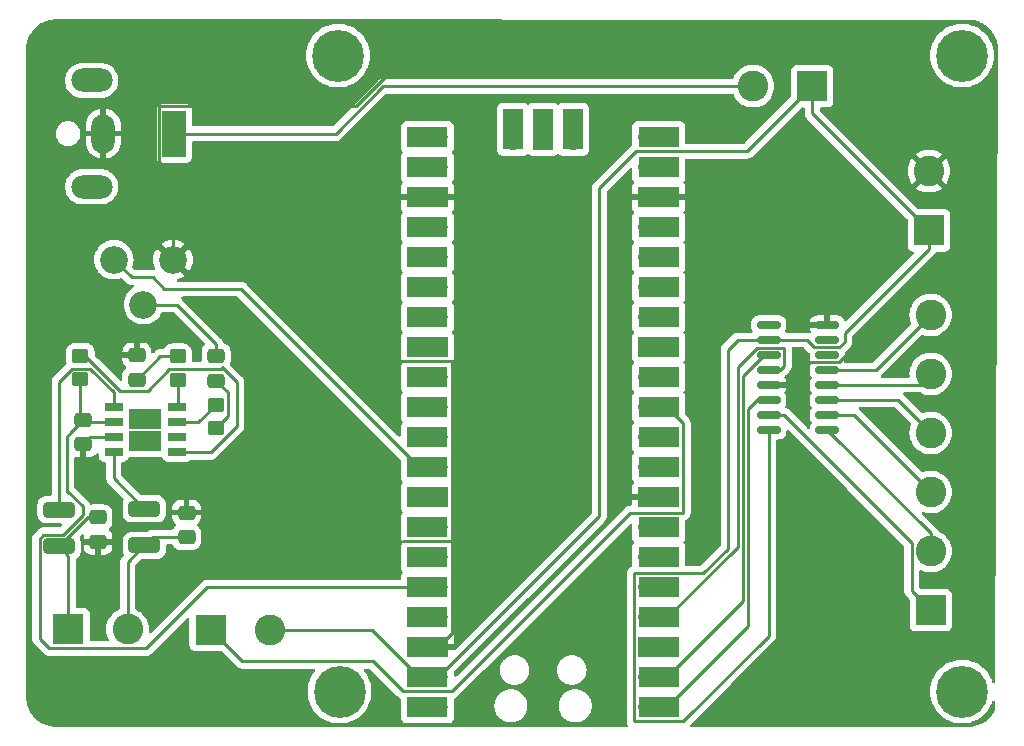
<source format=gbr>
%TF.GenerationSoftware,KiCad,Pcbnew,7.0.1-0*%
%TF.CreationDate,2024-01-28T22:02:15-07:00*%
%TF.ProjectId,biju_saturn_lamp,62696a75-5f73-4617-9475-726e5f6c616d,rev?*%
%TF.SameCoordinates,Original*%
%TF.FileFunction,Copper,L1,Top*%
%TF.FilePolarity,Positive*%
%FSLAX46Y46*%
G04 Gerber Fmt 4.6, Leading zero omitted, Abs format (unit mm)*
G04 Created by KiCad (PCBNEW 7.0.1-0) date 2024-01-28 22:02:15*
%MOMM*%
%LPD*%
G01*
G04 APERTURE LIST*
G04 Aperture macros list*
%AMRoundRect*
0 Rectangle with rounded corners*
0 $1 Rounding radius*
0 $2 $3 $4 $5 $6 $7 $8 $9 X,Y pos of 4 corners*
0 Add a 4 corners polygon primitive as box body*
4,1,4,$2,$3,$4,$5,$6,$7,$8,$9,$2,$3,0*
0 Add four circle primitives for the rounded corners*
1,1,$1+$1,$2,$3*
1,1,$1+$1,$4,$5*
1,1,$1+$1,$6,$7*
1,1,$1+$1,$8,$9*
0 Add four rect primitives between the rounded corners*
20,1,$1+$1,$2,$3,$4,$5,0*
20,1,$1+$1,$4,$5,$6,$7,0*
20,1,$1+$1,$6,$7,$8,$9,0*
20,1,$1+$1,$8,$9,$2,$3,0*%
G04 Aperture macros list end*
%TA.AperFunction,ComponentPad*%
%ADD10C,4.400000*%
%TD*%
%TA.AperFunction,SMDPad,CuDef*%
%ADD11RoundRect,0.250000X-1.075000X0.400000X-1.075000X-0.400000X1.075000X-0.400000X1.075000X0.400000X0*%
%TD*%
%TA.AperFunction,SMDPad,CuDef*%
%ADD12RoundRect,0.250000X-0.475000X0.337500X-0.475000X-0.337500X0.475000X-0.337500X0.475000X0.337500X0*%
%TD*%
%TA.AperFunction,ComponentPad*%
%ADD13R,2.600000X2.600000*%
%TD*%
%TA.AperFunction,ComponentPad*%
%ADD14C,2.600000*%
%TD*%
%TA.AperFunction,SMDPad,CuDef*%
%ADD15RoundRect,0.250000X0.450000X-0.350000X0.450000X0.350000X-0.450000X0.350000X-0.450000X-0.350000X0*%
%TD*%
%TA.AperFunction,SMDPad,CuDef*%
%ADD16RoundRect,0.250000X-0.450000X0.350000X-0.450000X-0.350000X0.450000X-0.350000X0.450000X0.350000X0*%
%TD*%
%TA.AperFunction,SMDPad,CuDef*%
%ADD17RoundRect,0.150000X0.825000X0.150000X-0.825000X0.150000X-0.825000X-0.150000X0.825000X-0.150000X0*%
%TD*%
%TA.AperFunction,SMDPad,CuDef*%
%ADD18R,1.500000X0.650000*%
%TD*%
%TA.AperFunction,SMDPad,CuDef*%
%ADD19R,1.350000X1.800000*%
%TD*%
%TA.AperFunction,ComponentPad*%
%ADD20R,2.000000X4.000000*%
%TD*%
%TA.AperFunction,ComponentPad*%
%ADD21O,2.000000X3.300000*%
%TD*%
%TA.AperFunction,ComponentPad*%
%ADD22O,3.500000X2.000000*%
%TD*%
%TA.AperFunction,ComponentPad*%
%ADD23C,2.340000*%
%TD*%
%TA.AperFunction,SMDPad,CuDef*%
%ADD24RoundRect,0.250000X0.475000X-0.337500X0.475000X0.337500X-0.475000X0.337500X-0.475000X-0.337500X0*%
%TD*%
%TA.AperFunction,ComponentPad*%
%ADD25O,1.700000X1.700000*%
%TD*%
%TA.AperFunction,SMDPad,CuDef*%
%ADD26R,3.500000X1.700000*%
%TD*%
%TA.AperFunction,ComponentPad*%
%ADD27R,1.700000X1.700000*%
%TD*%
%TA.AperFunction,SMDPad,CuDef*%
%ADD28R,1.700000X3.500000*%
%TD*%
%TA.AperFunction,Conductor*%
%ADD29C,0.250000*%
%TD*%
G04 APERTURE END LIST*
D10*
%TO.P,H2,1*%
%TO.N,N/C*%
X233172000Y-135636000D03*
%TD*%
%TO.P,H1,1*%
%TO.N,N/C*%
X233172000Y-81788000D03*
%TD*%
D11*
%TO.P,FB1,1*%
%TO.N,Net-(U3-OUT+)*%
X156718000Y-120243000D03*
%TO.P,FB1,2*%
%TO.N,Net-(J4-Pin_1)*%
X156718000Y-123343000D03*
%TD*%
%TO.P,FB2,1*%
%TO.N,Net-(U3-OUT-)*%
X163931600Y-120166800D03*
%TO.P,FB2,2*%
%TO.N,Net-(J4-Pin_2)*%
X163931600Y-123266800D03*
%TD*%
D12*
%TO.P,C5,1*%
%TO.N,GND*%
X167513000Y-120480000D03*
%TO.P,C5,2*%
%TO.N,Net-(J4-Pin_2)*%
X167513000Y-122555000D03*
%TD*%
D13*
%TO.P,J3,1,Pin_1*%
%TO.N,VCC*%
X230378200Y-96581600D03*
D14*
%TO.P,J3,2,Pin_2*%
%TO.N,GND*%
X230378200Y-91581600D03*
%TD*%
D13*
%TO.P,J2,1,Pin_1*%
%TO.N,Net-(J2-Pin_1)*%
X230530400Y-128741200D03*
D14*
%TO.P,J2,2,Pin_2*%
%TO.N,Net-(J2-Pin_2)*%
X230530400Y-123741200D03*
%TO.P,J2,3,Pin_3*%
%TO.N,Net-(J2-Pin_3)*%
X230530400Y-118741200D03*
%TO.P,J2,4,Pin_4*%
%TO.N,Net-(J2-Pin_4)*%
X230530400Y-113741200D03*
%TO.P,J2,5,Pin_5*%
%TO.N,Net-(J2-Pin_5)*%
X230530400Y-108741200D03*
%TO.P,J2,6,Pin_6*%
%TO.N,Net-(J2-Pin_6)*%
X230530400Y-103741200D03*
%TD*%
D15*
%TO.P,R3,1*%
%TO.N,3v3*%
X158532000Y-109215171D03*
%TO.P,R3,2*%
%TO.N,Net-(U3-~{SD})*%
X158532000Y-107215171D03*
%TD*%
D16*
%TO.P,R1,1*%
%TO.N,Net-(U3-IN+)*%
X169975000Y-111350000D03*
%TO.P,R1,2*%
%TO.N,Net-(C1-Pad2)*%
X169975000Y-113350000D03*
%TD*%
D13*
%TO.P,J5,1,Pin_1*%
%TO.N,VCC*%
X220482800Y-84378600D03*
D14*
%TO.P,J5,2,Pin_2*%
%TO.N,Net-(J5-Pin_2)*%
X215482800Y-84378600D03*
%TD*%
D17*
%TO.P,U2,1,QB*%
%TO.N,Net-(J2-Pin_2)*%
X221764400Y-113487200D03*
%TO.P,U2,2,QC*%
%TO.N,Net-(J2-Pin_3)*%
X221764400Y-112217200D03*
%TO.P,U2,3,QD*%
%TO.N,Net-(J2-Pin_4)*%
X221764400Y-110947200D03*
%TO.P,U2,4,QE*%
%TO.N,Net-(J2-Pin_5)*%
X221764400Y-109677200D03*
%TO.P,U2,5,QF*%
%TO.N,Net-(J2-Pin_6)*%
X221764400Y-108407200D03*
%TO.P,U2,6,QG*%
%TO.N,unconnected-(U2-QG-Pad6)*%
X221764400Y-107137200D03*
%TO.P,U2,7,QH*%
%TO.N,unconnected-(U2-QH-Pad7)*%
X221764400Y-105867200D03*
%TO.P,U2,8,GND*%
%TO.N,GND*%
X221764400Y-104597200D03*
%TO.P,U2,9,QH'*%
%TO.N,unconnected-(U2-QH'-Pad9)*%
X216814400Y-104597200D03*
%TO.P,U2,10,~{SRCLR}*%
%TO.N,VCC*%
X216814400Y-105867200D03*
%TO.P,U2,11,SRCLK*%
%TO.N,GPIO1*%
X216814400Y-107137200D03*
%TO.P,U2,12,RCLK*%
%TO.N,GPIO2*%
X216814400Y-108407200D03*
%TO.P,U2,13,~{OE}*%
%TO.N,GND*%
X216814400Y-109677200D03*
%TO.P,U2,14,SER*%
%TO.N,GPIO0*%
X216814400Y-110947200D03*
%TO.P,U2,15,QA*%
%TO.N,Net-(J2-Pin_1)*%
X216814400Y-112217200D03*
%TO.P,U2,16,VCC*%
%TO.N,VCC*%
X216814400Y-113487200D03*
%TD*%
D18*
%TO.P,U3,1,~{SD}*%
%TO.N,Net-(U3-~{SD})*%
X166733000Y-115388971D03*
%TO.P,U3,2,NC*%
%TO.N,unconnected-(U3-NC-Pad2)*%
X166733000Y-114118971D03*
%TO.P,U3,3,IN+*%
%TO.N,Net-(U3-IN+)*%
X166733000Y-112848971D03*
%TO.P,U3,4,IN-*%
%TO.N,Net-(U3-IN-)*%
X166733000Y-111578971D03*
%TO.P,U3,5,OUT+*%
%TO.N,Net-(U3-OUT+)*%
X161333000Y-111578971D03*
%TO.P,U3,6,VDD*%
%TO.N,3v3*%
X161333000Y-112848971D03*
%TO.P,U3,7,GND*%
%TO.N,GND*%
X161333000Y-114118971D03*
%TO.P,U3,8,OUT-*%
%TO.N,Net-(U3-OUT-)*%
X161333000Y-115388971D03*
D19*
%TO.P,U3,9*%
%TO.N,N/C*%
X164708000Y-114383971D03*
X164708000Y-112583971D03*
X163358000Y-114383971D03*
X163358000Y-112583971D03*
%TD*%
D20*
%TO.P,J1,1*%
%TO.N,Net-(J5-Pin_2)*%
X166480000Y-88392000D03*
D21*
%TO.P,J1,2*%
%TO.N,GND*%
X160480000Y-88392000D03*
D22*
%TO.P,J1,MP*%
%TO.N,N/C*%
X159480000Y-83892000D03*
X159480000Y-92892000D03*
%TD*%
D13*
%TO.P,SW1,1,1*%
%TO.N,GPIO8*%
X169559600Y-130403800D03*
D14*
%TO.P,SW1,2,2*%
%TO.N,VCC*%
X174559600Y-130403800D03*
%TD*%
D23*
%TO.P,RV1,1,1*%
%TO.N,GND*%
X166366000Y-99070000D03*
%TO.P,RV1,2,2*%
%TO.N,Net-(C1-Pad1)*%
X163866000Y-102870000D03*
%TO.P,RV1,3,3*%
%TO.N,GPIO27*%
X161366000Y-99070000D03*
%TD*%
D12*
%TO.P,C1,1*%
%TO.N,Net-(C1-Pad1)*%
X170012800Y-107228471D03*
%TO.P,C1,2*%
%TO.N,Net-(C1-Pad2)*%
X170012800Y-109303471D03*
%TD*%
D10*
%TO.P,H4,1*%
%TO.N,N/C*%
X180467000Y-135636000D03*
%TD*%
D24*
%TO.P,C3,1*%
%TO.N,GND*%
X158786000Y-114713671D03*
%TO.P,C3,2*%
%TO.N,3v3*%
X158786000Y-112638671D03*
%TD*%
%TO.P,C4,1*%
%TO.N,GND*%
X160020000Y-122957500D03*
%TO.P,C4,2*%
%TO.N,Net-(J4-Pin_1)*%
X160020000Y-120882500D03*
%TD*%
D15*
%TO.P,R2,1*%
%TO.N,Net-(U3-IN-)*%
X166761600Y-109265971D03*
%TO.P,R2,2*%
%TO.N,Net-(C2-Pad2)*%
X166761600Y-107265971D03*
%TD*%
D12*
%TO.P,C2,1*%
%TO.N,GND*%
X163307200Y-107177671D03*
%TO.P,C2,2*%
%TO.N,Net-(C2-Pad2)*%
X163307200Y-109252671D03*
%TD*%
D25*
%TO.P,U1,1,GPIO0*%
%TO.N,GPIO0*%
X206590200Y-136967200D03*
D26*
X207490200Y-136967200D03*
D25*
%TO.P,U1,2,GPIO1*%
%TO.N,GPIO1*%
X206590200Y-134427200D03*
D26*
X207490200Y-134427200D03*
D27*
%TO.P,U1,3,GND*%
%TO.N,unconnected-(U1-GND-Pad3)*%
X206590200Y-131887200D03*
D26*
X207490200Y-131887200D03*
D25*
%TO.P,U1,4,GPIO2*%
%TO.N,GPIO2*%
X206590200Y-129347200D03*
D26*
X207490200Y-129347200D03*
D25*
%TO.P,U1,5,GPIO3*%
%TO.N,unconnected-(U1-GPIO3-Pad5)*%
X206590200Y-126807200D03*
D26*
X207490200Y-126807200D03*
D25*
%TO.P,U1,6,GPIO4*%
%TO.N,unconnected-(U1-GPIO4-Pad6)*%
X206590200Y-124267200D03*
D26*
X207490200Y-124267200D03*
D25*
%TO.P,U1,7,GPIO5*%
%TO.N,unconnected-(U1-GPIO5-Pad7)*%
X206590200Y-121727200D03*
D26*
X207490200Y-121727200D03*
D27*
%TO.P,U1,8,GND*%
%TO.N,GND*%
X206590200Y-119187200D03*
D26*
X207490200Y-119187200D03*
D25*
%TO.P,U1,9,GPIO6*%
%TO.N,unconnected-(U1-GPIO6-Pad9)*%
X206590200Y-116647200D03*
D26*
X207490200Y-116647200D03*
D25*
%TO.P,U1,10,GPIO7*%
%TO.N,unconnected-(U1-GPIO7-Pad10)*%
X206590200Y-114107200D03*
D26*
X207490200Y-114107200D03*
D25*
%TO.P,U1,11,GPIO8*%
%TO.N,GPIO8*%
X206590200Y-111567200D03*
D26*
X207490200Y-111567200D03*
D25*
%TO.P,U1,12,GPIO9*%
%TO.N,unconnected-(U1-GPIO9-Pad12)*%
X206590200Y-109027200D03*
D26*
X207490200Y-109027200D03*
D27*
%TO.P,U1,13,GND*%
%TO.N,unconnected-(U1-GND-Pad13)*%
X206590200Y-106487200D03*
D26*
X207490200Y-106487200D03*
D25*
%TO.P,U1,14,GPIO10*%
%TO.N,unconnected-(U1-GPIO10-Pad14)*%
X206590200Y-103947200D03*
D26*
X207490200Y-103947200D03*
D25*
%TO.P,U1,15,GPIO11*%
%TO.N,unconnected-(U1-GPIO11-Pad15)*%
X206590200Y-101407200D03*
D26*
X207490200Y-101407200D03*
D25*
%TO.P,U1,16,GPIO12*%
%TO.N,unconnected-(U1-GPIO12-Pad16)*%
X206590200Y-98867200D03*
D26*
X207490200Y-98867200D03*
D25*
%TO.P,U1,17,GPIO13*%
%TO.N,unconnected-(U1-GPIO13-Pad17)*%
X206590200Y-96327200D03*
D26*
X207490200Y-96327200D03*
D27*
%TO.P,U1,18,GND*%
%TO.N,GND*%
X206590200Y-93787200D03*
D26*
X207490200Y-93787200D03*
D25*
%TO.P,U1,19,GPIO14*%
%TO.N,unconnected-(U1-GPIO14-Pad19)*%
X206590200Y-91247200D03*
D26*
X207490200Y-91247200D03*
D25*
%TO.P,U1,20,GPIO15*%
%TO.N,unconnected-(U1-GPIO15-Pad20)*%
X206590200Y-88707200D03*
D26*
X207490200Y-88707200D03*
D25*
%TO.P,U1,21,GPIO16*%
%TO.N,unconnected-(U1-GPIO16-Pad21)*%
X188810200Y-88707200D03*
D26*
X187910200Y-88707200D03*
D25*
%TO.P,U1,22,GPIO17*%
%TO.N,unconnected-(U1-GPIO17-Pad22)*%
X188810200Y-91247200D03*
D26*
X187910200Y-91247200D03*
D27*
%TO.P,U1,23,GND*%
%TO.N,GND*%
X188810200Y-93787200D03*
D26*
X187910200Y-93787200D03*
D25*
%TO.P,U1,24,GPIO18*%
%TO.N,unconnected-(U1-GPIO18-Pad24)*%
X188810200Y-96327200D03*
D26*
X187910200Y-96327200D03*
D25*
%TO.P,U1,25,GPIO19*%
%TO.N,unconnected-(U1-GPIO19-Pad25)*%
X188810200Y-98867200D03*
D26*
X187910200Y-98867200D03*
D25*
%TO.P,U1,26,GPIO20*%
%TO.N,unconnected-(U1-GPIO20-Pad26)*%
X188810200Y-101407200D03*
D26*
X187910200Y-101407200D03*
D25*
%TO.P,U1,27,GPIO21*%
%TO.N,unconnected-(U1-GPIO21-Pad27)*%
X188810200Y-103947200D03*
D26*
X187910200Y-103947200D03*
D27*
%TO.P,U1,28,GND*%
%TO.N,unconnected-(U1-GND-Pad28)*%
X188810200Y-106487200D03*
D26*
X187910200Y-106487200D03*
D25*
%TO.P,U1,29,GPIO22*%
%TO.N,unconnected-(U1-GPIO22-Pad29)*%
X188810200Y-109027200D03*
D26*
X187910200Y-109027200D03*
D25*
%TO.P,U1,30,RUN*%
%TO.N,unconnected-(U1-RUN-Pad30)*%
X188810200Y-111567200D03*
D26*
X187910200Y-111567200D03*
D25*
%TO.P,U1,31,GPIO26_ADC0*%
%TO.N,unconnected-(U1-GPIO26_ADC0-Pad31)*%
X188810200Y-114107200D03*
D26*
X187910200Y-114107200D03*
D25*
%TO.P,U1,32,GPIO27_ADC1*%
%TO.N,GPIO27*%
X188810200Y-116647200D03*
D26*
X187910200Y-116647200D03*
D27*
%TO.P,U1,33,AGND*%
%TO.N,unconnected-(U1-AGND-Pad33)*%
X188810200Y-119187200D03*
D26*
X187910200Y-119187200D03*
D25*
%TO.P,U1,34,GPIO28_ADC2*%
%TO.N,unconnected-(U1-GPIO28_ADC2-Pad34)*%
X188810200Y-121727200D03*
D26*
X187910200Y-121727200D03*
D25*
%TO.P,U1,35,ADC_VREF*%
%TO.N,unconnected-(U1-ADC_VREF-Pad35)*%
X188810200Y-124267200D03*
D26*
X187910200Y-124267200D03*
D25*
%TO.P,U1,36,3V3*%
%TO.N,3v3*%
X188810200Y-126807200D03*
D26*
X187910200Y-126807200D03*
D25*
%TO.P,U1,37,3V3_EN*%
%TO.N,3v3_EN*%
X188810200Y-129347200D03*
D26*
X187910200Y-129347200D03*
D27*
%TO.P,U1,38,GND*%
%TO.N,GND*%
X188810200Y-131887200D03*
D26*
X187910200Y-131887200D03*
D25*
%TO.P,U1,39,VSYS*%
%TO.N,VCC*%
X188810200Y-134427200D03*
D26*
X187910200Y-134427200D03*
D25*
%TO.P,U1,40,VBUS*%
%TO.N,unconnected-(U1-VBUS-Pad40)*%
X188810200Y-136967200D03*
D26*
X187910200Y-136967200D03*
D25*
%TO.P,U1,41,SWCLK*%
%TO.N,unconnected-(U1-SWCLK-Pad41)*%
X200240200Y-88937200D03*
D28*
X200240200Y-88037200D03*
D27*
%TO.P,U1,42,GND*%
%TO.N,unconnected-(U1-GND-Pad42)*%
X197700200Y-88937200D03*
D28*
X197700200Y-88037200D03*
D25*
%TO.P,U1,43,SWDIO*%
%TO.N,unconnected-(U1-SWDIO-Pad43)*%
X195160200Y-88937200D03*
D28*
X195160200Y-88037200D03*
%TD*%
D10*
%TO.P,H3,1*%
%TO.N,N/C*%
X180340000Y-81788000D03*
%TD*%
D13*
%TO.P,J4,1,Pin_1*%
%TO.N,Net-(J4-Pin_1)*%
X157520000Y-130353000D03*
D14*
%TO.P,J4,2,Pin_2*%
%TO.N,Net-(J4-Pin_2)*%
X162520000Y-130353000D03*
%TD*%
D29*
%TO.N,VCC*%
X188810200Y-134427200D02*
X202447200Y-120790200D01*
X211278804Y-125632200D02*
X213360000Y-123551004D01*
X230378200Y-96581600D02*
X230378200Y-98131600D01*
X220034800Y-105867200D02*
X220659800Y-106492200D01*
X183176800Y-130403800D02*
X187200200Y-134427200D01*
X223267600Y-105242200D02*
X223267600Y-106014908D01*
X222790308Y-106492200D02*
X220659800Y-106492200D01*
X205415200Y-125632200D02*
X211278804Y-125632200D01*
X205605200Y-89882200D02*
X214979200Y-89882200D01*
X205415200Y-138142200D02*
X205415200Y-125632200D01*
X216814400Y-130893000D02*
X209565200Y-138142200D01*
X216433492Y-113487200D02*
X216814400Y-113487200D01*
X216814400Y-105867200D02*
X220034800Y-105867200D01*
X174559600Y-130403800D02*
X183176800Y-130403800D01*
X223267600Y-106014908D02*
X222790308Y-106492200D01*
X220482800Y-86686200D02*
X230378200Y-96581600D01*
X214172800Y-105867200D02*
X216814400Y-105867200D01*
X202447200Y-120790200D02*
X202447200Y-93040200D01*
X187200200Y-134427200D02*
X188810200Y-134427200D01*
X216814400Y-113487200D02*
X216814400Y-130893000D01*
X213360000Y-123551004D02*
X213360000Y-106680000D01*
X230378200Y-98131600D02*
X223267600Y-105242200D01*
X220482800Y-84378600D02*
X220482800Y-86686200D01*
X202447200Y-93040200D02*
X205605200Y-89882200D01*
X214979200Y-89882200D02*
X220482800Y-84378600D01*
X213360000Y-106680000D02*
X214172800Y-105867200D01*
X209565200Y-138142200D02*
X205415200Y-138142200D01*
%TO.N,GND*%
X166366000Y-91928000D02*
X165544000Y-91106000D01*
X189985200Y-130712200D02*
X189985200Y-107662200D01*
X185670000Y-82227000D02*
X181830000Y-86067000D01*
X224595396Y-82227000D02*
X185670000Y-82227000D01*
X165155000Y-90717000D02*
X165544000Y-91106000D01*
X222790308Y-107762200D02*
X232606000Y-97946508D01*
X219704399Y-107762200D02*
X222790308Y-107762200D01*
X182100200Y-107662200D02*
X165544000Y-91106000D01*
X189985200Y-107662200D02*
X182100200Y-107662200D01*
X232606000Y-90237604D02*
X224595396Y-82227000D01*
X189985200Y-130712200D02*
X189985200Y-122902200D01*
X181830000Y-86067000D02*
X165155000Y-86067000D01*
X232606000Y-97946508D02*
X232606000Y-90237604D01*
X159380700Y-114118971D02*
X158786000Y-114713671D01*
X165155000Y-86067000D02*
X165155000Y-90717000D01*
X161333000Y-114118971D02*
X159380700Y-114118971D01*
X217789399Y-109677200D02*
X216814400Y-109677200D01*
X188810200Y-131887200D02*
X189985200Y-130712200D01*
X166366000Y-99070000D02*
X166366000Y-91928000D01*
X189985200Y-122902200D02*
X185835200Y-122902200D01*
X163395500Y-107265971D02*
X163307200Y-107177671D01*
%TO.N,GPIO0*%
X206590200Y-136967200D02*
X208200200Y-136967200D01*
X215064400Y-111679896D02*
X215797096Y-110947200D01*
X215064400Y-130103000D02*
X215064400Y-111679896D01*
X215797096Y-110947200D02*
X216814400Y-110947200D01*
X208200200Y-136967200D02*
X215064400Y-130103000D01*
%TO.N,GPIO1*%
X206590200Y-134427200D02*
X208200200Y-134427200D01*
X216433492Y-107137200D02*
X216814400Y-107137200D01*
X214614400Y-128013000D02*
X214614400Y-108956292D01*
X208200200Y-134427200D02*
X214614400Y-128013000D01*
X214614400Y-108956292D02*
X216433492Y-107137200D01*
%TO.N,GPIO2*%
X217789399Y-108407200D02*
X218114400Y-108082199D01*
X218114400Y-106539400D02*
X218087200Y-106512200D01*
X215788492Y-106512200D02*
X214164400Y-108136292D01*
X214164400Y-123383000D02*
X208200200Y-129347200D01*
X214164400Y-108136292D02*
X214164400Y-123383000D01*
X218114400Y-108082199D02*
X218114400Y-106539400D01*
X216814400Y-108407200D02*
X217789399Y-108407200D01*
X208200200Y-129347200D02*
X206590200Y-129347200D01*
X218087200Y-106512200D02*
X215788492Y-106512200D01*
%TO.N,3v3_EN*%
X188241800Y-128778800D02*
X188810200Y-129347200D01*
X187132200Y-129347200D02*
X188810200Y-129347200D01*
%TO.N,Net-(C1-Pad1)*%
X163866000Y-102870000D02*
X166681500Y-102870000D01*
X170012800Y-106232267D02*
X166666016Y-102885483D01*
X170012800Y-107228471D02*
X170012800Y-106232267D01*
%TO.N,Net-(C1-Pad2)*%
X170012800Y-109303471D02*
X171000000Y-110290671D01*
X171000000Y-112325000D02*
X169975000Y-113350000D01*
X171000000Y-110290671D02*
X171000000Y-112325000D01*
%TO.N,3v3*%
X157515100Y-118745000D02*
X158716000Y-119945900D01*
X158532000Y-109215171D02*
X158532000Y-112384671D01*
X169269804Y-126807200D02*
X164099004Y-131978000D01*
X157353000Y-118745000D02*
X157515100Y-118745000D01*
X158996300Y-112848971D02*
X158786000Y-112638671D01*
X157736000Y-113688671D02*
X157353000Y-114071671D01*
X155068000Y-131151000D02*
X155895000Y-131978000D01*
X158532000Y-112384671D02*
X158786000Y-112638671D01*
X188810200Y-126807200D02*
X169269804Y-126807200D01*
X158575700Y-112848971D02*
X157736000Y-113688671D01*
X155397900Y-122368000D02*
X155068000Y-122697900D01*
X155068000Y-122697900D02*
X155068000Y-131151000D01*
X157056604Y-122368000D02*
X155397900Y-122368000D01*
X157353000Y-114071671D02*
X157353000Y-118745000D01*
X158716000Y-119945900D02*
X158716000Y-120708604D01*
X161333000Y-112848971D02*
X158575700Y-112848971D01*
X158786000Y-112638671D02*
X157736000Y-113688671D01*
X158716000Y-120708604D02*
X157056604Y-122368000D01*
X155895000Y-131978000D02*
X164099004Y-131978000D01*
%TO.N,Net-(C2-Pad2)*%
X166761600Y-107265971D02*
X165293900Y-107265971D01*
X165293900Y-107265971D02*
X163307200Y-109252671D01*
%TO.N,Net-(J4-Pin_1)*%
X156718000Y-123343000D02*
X157520000Y-124145000D01*
X159766000Y-120882500D02*
X159178500Y-120882500D01*
X159178500Y-120882500D02*
X156718000Y-123343000D01*
X157520000Y-124145000D02*
X157520000Y-130353000D01*
%TO.N,Net-(J2-Pin_1)*%
X230530400Y-128741200D02*
X228905400Y-127116200D01*
X218069000Y-112217200D02*
X216814400Y-112217200D01*
X228905400Y-127116200D02*
X228905400Y-123053600D01*
X228905400Y-123053600D02*
X218069000Y-112217200D01*
%TO.N,Net-(J2-Pin_2)*%
X230530400Y-122253200D02*
X230530400Y-123741200D01*
X221764400Y-113487200D02*
X230530400Y-122253200D01*
%TO.N,Net-(J2-Pin_3)*%
X230530400Y-118741200D02*
X224006400Y-112217200D01*
X224006400Y-112217200D02*
X221764400Y-112217200D01*
%TO.N,Net-(J2-Pin_4)*%
X227736400Y-110947200D02*
X221764400Y-110947200D01*
X230530400Y-113741200D02*
X227736400Y-110947200D01*
%TO.N,Net-(J2-Pin_5)*%
X230530400Y-108741200D02*
X229594400Y-109677200D01*
X229594400Y-109677200D02*
X221764400Y-109677200D01*
%TO.N,Net-(J2-Pin_6)*%
X230530400Y-103741200D02*
X225864400Y-108407200D01*
X225864400Y-108407200D02*
X221764400Y-108407200D01*
%TO.N,Net-(J4-Pin_2)*%
X162520000Y-124678400D02*
X162520000Y-130353000D01*
X166878000Y-122555000D02*
X164643400Y-122555000D01*
X163931600Y-123266800D02*
X162520000Y-124678400D01*
X164643400Y-122555000D02*
X163931600Y-123266800D01*
%TO.N,Net-(U3-IN+)*%
X169975000Y-111350000D02*
X168476029Y-112848971D01*
X168476029Y-112848971D02*
X166733000Y-112848971D01*
%TO.N,Net-(U3-IN-)*%
X166761600Y-109265971D02*
X166761600Y-111550371D01*
X166761600Y-111550371D02*
X166733000Y-111578971D01*
%TO.N,Net-(U3-~{SD})*%
X161783000Y-110092604D02*
X161783000Y-110094000D01*
X171785400Y-109443471D02*
X170532900Y-108190971D01*
X169556129Y-115388971D02*
X171785400Y-113159700D01*
X158904171Y-107215171D02*
X159529171Y-107840171D01*
X170682900Y-108340971D02*
X171785400Y-109443471D01*
X159529171Y-107840171D02*
X159530567Y-107840171D01*
X166066500Y-108340971D02*
X170682900Y-108340971D01*
X159530567Y-107840171D02*
X161783000Y-110092604D01*
X166733000Y-115388971D02*
X169556129Y-115388971D01*
X171785400Y-113159700D02*
X171785400Y-109443471D01*
X161783000Y-110094000D02*
X161879971Y-110190971D01*
X161879971Y-110190971D02*
X164216500Y-110190971D01*
X164216500Y-110190971D02*
X166066500Y-108340971D01*
X158532000Y-107215171D02*
X158904171Y-107215171D01*
%TO.N,GPIO27*%
X187200200Y-116647200D02*
X172114000Y-101561000D01*
X186264971Y-116647200D02*
X188810200Y-116647200D01*
X162861000Y-100565000D02*
X164640000Y-100565000D01*
X164640000Y-100565000D02*
X165636000Y-101561000D01*
X165636000Y-101561000D02*
X172114000Y-101561000D01*
X161366000Y-99070000D02*
X162861000Y-100565000D01*
X188810200Y-116647200D02*
X187200200Y-116647200D01*
%TO.N,GPIO8*%
X189985200Y-135602200D02*
X185835200Y-135602200D01*
X206590200Y-111567200D02*
X208200200Y-111567200D01*
X183295200Y-133062200D02*
X172218000Y-133062200D01*
X185835200Y-135602200D02*
X183295200Y-133062200D01*
X209565200Y-112932200D02*
X209565200Y-120507800D01*
X172218000Y-133062200D02*
X169559600Y-130403800D01*
X209565200Y-120507800D02*
X209550000Y-120523000D01*
X208200200Y-111567200D02*
X209565200Y-112932200D01*
X209550000Y-120523000D02*
X205064400Y-120523000D01*
X205064400Y-120523000D02*
X189985200Y-135602200D01*
%TO.N,Net-(U3-OUT+)*%
X159344171Y-108290171D02*
X161333000Y-110279000D01*
X156718000Y-120243000D02*
X156718000Y-109409071D01*
X161333000Y-110279000D02*
X161333000Y-111578971D01*
X157836900Y-108290171D02*
X159344171Y-108290171D01*
X156718000Y-109409071D02*
X157836900Y-108290171D01*
%TO.N,Net-(U3-OUT-)*%
X161333000Y-117568200D02*
X163931600Y-120166800D01*
X161333000Y-115388971D02*
X161333000Y-117568200D01*
%TO.N,Net-(J5-Pin_2)*%
X180141396Y-88392000D02*
X166480000Y-88392000D01*
X215482800Y-84378600D02*
X184154796Y-84378600D01*
X184154796Y-84378600D02*
X180141396Y-88392000D01*
%TD*%
%TA.AperFunction,Conductor*%
%TO.N,GND*%
G36*
X232675497Y-78740304D02*
G01*
X232675808Y-78740388D01*
X232675808Y-78740305D01*
X232675831Y-78740305D01*
X232861487Y-78740811D01*
X233724424Y-78743169D01*
X233730957Y-78743361D01*
X233795916Y-78747009D01*
X233964348Y-78757199D01*
X233977593Y-78758720D01*
X234109683Y-78781163D01*
X234110981Y-78781393D01*
X234256210Y-78808007D01*
X234268153Y-78810814D01*
X234400788Y-78849025D01*
X234403279Y-78849773D01*
X234540146Y-78892423D01*
X234550682Y-78896237D01*
X234679736Y-78949693D01*
X234683063Y-78951130D01*
X234812306Y-79009298D01*
X234821369Y-79013832D01*
X234921498Y-79069172D01*
X234944331Y-79081791D01*
X234948500Y-79084202D01*
X235068988Y-79157040D01*
X235076592Y-79162027D01*
X235191525Y-79243575D01*
X235196223Y-79247078D01*
X235287606Y-79318672D01*
X235306752Y-79333672D01*
X235312906Y-79338823D01*
X235418133Y-79432859D01*
X235423187Y-79437638D01*
X235522360Y-79536811D01*
X235527139Y-79541865D01*
X235621175Y-79647092D01*
X235626326Y-79653246D01*
X235712904Y-79763754D01*
X235716423Y-79768473D01*
X235797971Y-79883406D01*
X235802958Y-79891010D01*
X235875796Y-80011498D01*
X235878207Y-80015667D01*
X235946164Y-80138626D01*
X235950710Y-80147713D01*
X235997257Y-80251136D01*
X236008832Y-80276853D01*
X236010317Y-80280291D01*
X236063756Y-80409303D01*
X236067580Y-80419866D01*
X236110214Y-80556684D01*
X236110983Y-80559246D01*
X236149180Y-80691831D01*
X236151995Y-80703807D01*
X236178578Y-80848865D01*
X236178857Y-80850446D01*
X236201275Y-80982385D01*
X236202801Y-80995670D01*
X236213003Y-81164349D01*
X236213034Y-81164880D01*
X236214580Y-81192399D01*
X236214774Y-81199872D01*
X235991104Y-134791393D01*
X235971418Y-134857919D01*
X235919077Y-134903458D01*
X235850467Y-134913754D01*
X235787065Y-134885583D01*
X235748720Y-134827765D01*
X235701629Y-134676645D01*
X235701628Y-134676644D01*
X235701627Y-134676639D01*
X235567545Y-134378721D01*
X235398530Y-134099137D01*
X235197048Y-133841964D01*
X234966036Y-133610952D01*
X234708863Y-133409470D01*
X234429279Y-133240455D01*
X234131361Y-133106373D01*
X234131359Y-133106372D01*
X234131354Y-133106370D01*
X233819458Y-133009180D01*
X233792108Y-133004168D01*
X233498104Y-132950290D01*
X233498103Y-132950289D01*
X233172000Y-132930563D01*
X232845895Y-132950290D01*
X232524541Y-133009180D01*
X232212645Y-133106370D01*
X231914720Y-133240455D01*
X231635136Y-133409470D01*
X231377961Y-133610954D01*
X231146954Y-133841961D01*
X230945470Y-134099136D01*
X230776455Y-134378720D01*
X230642370Y-134676645D01*
X230545180Y-134988541D01*
X230486290Y-135309895D01*
X230466563Y-135635999D01*
X230482544Y-135900171D01*
X230486290Y-135962104D01*
X230537256Y-136240221D01*
X230545180Y-136283458D01*
X230642370Y-136595354D01*
X230642372Y-136595359D01*
X230642373Y-136595361D01*
X230776455Y-136893279D01*
X230945470Y-137172863D01*
X231146952Y-137430036D01*
X231377964Y-137661048D01*
X231635137Y-137862530D01*
X231914721Y-138031545D01*
X232212639Y-138165627D01*
X232212644Y-138165628D01*
X232212645Y-138165629D01*
X232328989Y-138201883D01*
X232524547Y-138262821D01*
X232845896Y-138321710D01*
X233172000Y-138341436D01*
X233498104Y-138321710D01*
X233819453Y-138262821D01*
X234131361Y-138165627D01*
X234429279Y-138031545D01*
X234708863Y-137862530D01*
X234966036Y-137661048D01*
X235197048Y-137430036D01*
X235398530Y-137172863D01*
X235567545Y-136893279D01*
X235701627Y-136595361D01*
X235714632Y-136553624D01*
X235741570Y-136467180D01*
X235780074Y-136409228D01*
X235843727Y-136381136D01*
X235912490Y-136391749D01*
X235964713Y-136437724D01*
X235983954Y-136504588D01*
X235981397Y-137117017D01*
X235970473Y-137167391D01*
X235950985Y-137210691D01*
X235946437Y-137219782D01*
X235877572Y-137344380D01*
X235875161Y-137348548D01*
X235803333Y-137467362D01*
X235798346Y-137474967D01*
X235715807Y-137591292D01*
X235712288Y-137596010D01*
X235626803Y-137705122D01*
X235621651Y-137711276D01*
X235526548Y-137817693D01*
X235521770Y-137822747D01*
X235423814Y-137920701D01*
X235418761Y-137925479D01*
X235333447Y-138001720D01*
X235320081Y-138013665D01*
X235312337Y-138020585D01*
X235306182Y-138025737D01*
X235197057Y-138111229D01*
X235192339Y-138114747D01*
X235076034Y-138197268D01*
X235068429Y-138202255D01*
X234949590Y-138274095D01*
X234945421Y-138276506D01*
X234820853Y-138345351D01*
X234811763Y-138349899D01*
X234684591Y-138407133D01*
X234681154Y-138408618D01*
X234550183Y-138462868D01*
X234539620Y-138466692D01*
X234405494Y-138508487D01*
X234402931Y-138509256D01*
X234267686Y-138548219D01*
X234255710Y-138551034D01*
X234114817Y-138576853D01*
X234113237Y-138577132D01*
X233977169Y-138600251D01*
X233963884Y-138601777D01*
X233807009Y-138611265D01*
X233806477Y-138611296D01*
X233708911Y-138616776D01*
X233682592Y-138618254D01*
X233675653Y-138618449D01*
X210272902Y-138618449D01*
X210216607Y-138604934D01*
X210172584Y-138567334D01*
X210150429Y-138513847D01*
X210154971Y-138456131D01*
X210185221Y-138406768D01*
X213609296Y-134982693D01*
X217198189Y-131393800D01*
X217214285Y-131380906D01*
X217216273Y-131378787D01*
X217216277Y-131378786D01*
X217262348Y-131329723D01*
X217264966Y-131327023D01*
X217284520Y-131307471D01*
X217286981Y-131304298D01*
X217294556Y-131295427D01*
X217324462Y-131263582D01*
X217334112Y-131246027D01*
X217344800Y-131229757D01*
X217357073Y-131213936D01*
X217374426Y-131173832D01*
X217379557Y-131163362D01*
X217382025Y-131158873D01*
X217400597Y-131125092D01*
X217405575Y-131105699D01*
X217411881Y-131087282D01*
X217414190Y-131081946D01*
X217419838Y-131068896D01*
X217426672Y-131025745D01*
X217429035Y-131014331D01*
X217439900Y-130972019D01*
X217439900Y-130951984D01*
X217441427Y-130932585D01*
X217441881Y-130929717D01*
X217444560Y-130912804D01*
X217440450Y-130869325D01*
X217439900Y-130857656D01*
X217439900Y-114411700D01*
X217456513Y-114349700D01*
X217501900Y-114304313D01*
X217563900Y-114287700D01*
X217705092Y-114287700D01*
X217705094Y-114287700D01*
X217741969Y-114284798D01*
X217899798Y-114238944D01*
X218041265Y-114155281D01*
X218157481Y-114039065D01*
X218241144Y-113897598D01*
X218286998Y-113739769D01*
X218289900Y-113702894D01*
X218289900Y-113622052D01*
X218303415Y-113565757D01*
X218341015Y-113521734D01*
X218394502Y-113499579D01*
X218452218Y-113504121D01*
X218501580Y-113534370D01*
X223439306Y-118472097D01*
X228243581Y-123276372D01*
X228270461Y-123316600D01*
X228279900Y-123364053D01*
X228279900Y-127033456D01*
X228277635Y-127053962D01*
X228279839Y-127124073D01*
X228279900Y-127127968D01*
X228279900Y-127155549D01*
X228280403Y-127159534D01*
X228281318Y-127171167D01*
X228282690Y-127214826D01*
X228288279Y-127234060D01*
X228292225Y-127253116D01*
X228294735Y-127272992D01*
X228310814Y-127313604D01*
X228314597Y-127324651D01*
X228326782Y-127366591D01*
X228336980Y-127383835D01*
X228345536Y-127401300D01*
X228352914Y-127419932D01*
X228352915Y-127419933D01*
X228378580Y-127455259D01*
X228384993Y-127465022D01*
X228407226Y-127502616D01*
X228407229Y-127502619D01*
X228407230Y-127502620D01*
X228421395Y-127516785D01*
X228434027Y-127531575D01*
X228445806Y-127547787D01*
X228479458Y-127575626D01*
X228488099Y-127583489D01*
X228693581Y-127788971D01*
X228720461Y-127829199D01*
X228729900Y-127876652D01*
X228729900Y-130089069D01*
X228736309Y-130148684D01*
X228748743Y-130182020D01*
X228786604Y-130283531D01*
X228872854Y-130398746D01*
X228988069Y-130484996D01*
X229122917Y-130535291D01*
X229182527Y-130541700D01*
X231878272Y-130541699D01*
X231937883Y-130535291D01*
X232072731Y-130484996D01*
X232187946Y-130398746D01*
X232274196Y-130283531D01*
X232324491Y-130148683D01*
X232330900Y-130089073D01*
X232330899Y-127393328D01*
X232324491Y-127333717D01*
X232274196Y-127198869D01*
X232187946Y-127083654D01*
X232072731Y-126997404D01*
X231937883Y-126947109D01*
X231878273Y-126940700D01*
X231878269Y-126940700D01*
X229665853Y-126940700D01*
X229618400Y-126931261D01*
X229578172Y-126904381D01*
X229567219Y-126893428D01*
X229540339Y-126853200D01*
X229530900Y-126805747D01*
X229530900Y-125455615D01*
X229546372Y-125395634D01*
X229588928Y-125350621D01*
X229647947Y-125331810D01*
X229708701Y-125343894D01*
X229870759Y-125421938D01*
X230128628Y-125501480D01*
X230395471Y-125541700D01*
X230665329Y-125541700D01*
X230932172Y-125501480D01*
X231190041Y-125421938D01*
X231433175Y-125304851D01*
X231656141Y-125152835D01*
X231853961Y-124969285D01*
X232022215Y-124758302D01*
X232157143Y-124524598D01*
X232255734Y-124273395D01*
X232315783Y-124010303D01*
X232335949Y-123741200D01*
X232315783Y-123472097D01*
X232255734Y-123209005D01*
X232157143Y-122957802D01*
X232022215Y-122724098D01*
X231853961Y-122513115D01*
X231831830Y-122492580D01*
X231656143Y-122329566D01*
X231433172Y-122177547D01*
X231190039Y-122060461D01*
X231178428Y-122056879D01*
X231138177Y-122035739D01*
X231108251Y-122001513D01*
X231102357Y-121991547D01*
X231098819Y-121985565D01*
X231090261Y-121968095D01*
X231082886Y-121949468D01*
X231057208Y-121914125D01*
X231050801Y-121904371D01*
X231028570Y-121866780D01*
X231014406Y-121852616D01*
X231001767Y-121837817D01*
X230989995Y-121821613D01*
X230956341Y-121793773D01*
X230947699Y-121785909D01*
X229809245Y-120647455D01*
X229776914Y-120590971D01*
X229777645Y-120525892D01*
X229811234Y-120470147D01*
X229868430Y-120439093D01*
X229933473Y-120441282D01*
X230128628Y-120501480D01*
X230395471Y-120541700D01*
X230665329Y-120541700D01*
X230932172Y-120501480D01*
X231190041Y-120421938D01*
X231433175Y-120304851D01*
X231656141Y-120152835D01*
X231853961Y-119969285D01*
X232022215Y-119758302D01*
X232157143Y-119524598D01*
X232255734Y-119273395D01*
X232315783Y-119010303D01*
X232335949Y-118741200D01*
X232315783Y-118472097D01*
X232255734Y-118209005D01*
X232157143Y-117957802D01*
X232022215Y-117724098D01*
X231853961Y-117513115D01*
X231824152Y-117485456D01*
X231656143Y-117329566D01*
X231598605Y-117290337D01*
X231433175Y-117177549D01*
X231190041Y-117060462D01*
X231110498Y-117035926D01*
X230932171Y-116980919D01*
X230665329Y-116940700D01*
X230395471Y-116940700D01*
X230128628Y-116980919D01*
X229870756Y-117060463D01*
X229857892Y-117066658D01*
X229808727Y-117078851D01*
X229758788Y-117070366D01*
X229716410Y-117042619D01*
X224507202Y-111833411D01*
X224494306Y-111817314D01*
X224462123Y-111787092D01*
X224430076Y-111737970D01*
X224424190Y-111679614D01*
X224445781Y-111625081D01*
X224490019Y-111586571D01*
X224547007Y-111572700D01*
X227425948Y-111572700D01*
X227473401Y-111582139D01*
X227513629Y-111609019D01*
X228834623Y-112930013D01*
X228861205Y-112969528D01*
X228870932Y-113016148D01*
X228862370Y-113062996D01*
X228805066Y-113209002D01*
X228745016Y-113472099D01*
X228724850Y-113741199D01*
X228745016Y-114010300D01*
X228797203Y-114238944D01*
X228805066Y-114273395D01*
X228903657Y-114524598D01*
X229038585Y-114758302D01*
X229206839Y-114969285D01*
X229404659Y-115152835D01*
X229627626Y-115304851D01*
X229870759Y-115421938D01*
X230128628Y-115501480D01*
X230395471Y-115541700D01*
X230665329Y-115541700D01*
X230932172Y-115501480D01*
X231190041Y-115421938D01*
X231433175Y-115304851D01*
X231656141Y-115152835D01*
X231853961Y-114969285D01*
X232022215Y-114758302D01*
X232157143Y-114524598D01*
X232255734Y-114273395D01*
X232315783Y-114010303D01*
X232335949Y-113741200D01*
X232330532Y-113668920D01*
X232320143Y-113530282D01*
X232315783Y-113472097D01*
X232255734Y-113209005D01*
X232157143Y-112957802D01*
X232022215Y-112724098D01*
X231853961Y-112513115D01*
X231810487Y-112472777D01*
X231656143Y-112329566D01*
X231598605Y-112290337D01*
X231433175Y-112177549D01*
X231190041Y-112060462D01*
X231110497Y-112035926D01*
X230932171Y-111980919D01*
X230665329Y-111940700D01*
X230395471Y-111940700D01*
X230128628Y-111980919D01*
X229870755Y-112060463D01*
X229857889Y-112066659D01*
X229808724Y-112078851D01*
X229758787Y-112070366D01*
X229716409Y-112042619D01*
X228237202Y-110563411D01*
X228224306Y-110547314D01*
X228192123Y-110517092D01*
X228160076Y-110467970D01*
X228154190Y-110409614D01*
X228175781Y-110355081D01*
X228220019Y-110316571D01*
X228277007Y-110302700D01*
X229511656Y-110302700D01*
X229532161Y-110304964D01*
X229535065Y-110304872D01*
X229535067Y-110304873D01*
X229591657Y-110303094D01*
X229649348Y-110315312D01*
X229870759Y-110421938D01*
X230128628Y-110501480D01*
X230395471Y-110541700D01*
X230665329Y-110541700D01*
X230932172Y-110501480D01*
X231190041Y-110421938D01*
X231433175Y-110304851D01*
X231656141Y-110152835D01*
X231853961Y-109969285D01*
X232022215Y-109758302D01*
X232157143Y-109524598D01*
X232255734Y-109273395D01*
X232315783Y-109010303D01*
X232335949Y-108741200D01*
X232315783Y-108472097D01*
X232255734Y-108209005D01*
X232157143Y-107957802D01*
X232022215Y-107724098D01*
X231853961Y-107513115D01*
X231853960Y-107513114D01*
X231656143Y-107329566D01*
X231538223Y-107249170D01*
X231433175Y-107177549D01*
X231190041Y-107060462D01*
X231110498Y-107035926D01*
X230932171Y-106980919D01*
X230665329Y-106940700D01*
X230395471Y-106940700D01*
X230128628Y-106980919D01*
X229870759Y-107060462D01*
X229627628Y-107177547D01*
X229404657Y-107329566D01*
X229206839Y-107513115D01*
X229038584Y-107724099D01*
X228903657Y-107957801D01*
X228805066Y-108209004D01*
X228745016Y-108472099D01*
X228724850Y-108741200D01*
X228738132Y-108918434D01*
X228724823Y-108984270D01*
X228679137Y-109033508D01*
X228614479Y-109051700D01*
X226406533Y-109051700D01*
X226340093Y-109032398D01*
X226294337Y-108980501D01*
X226283510Y-108912166D01*
X226310983Y-108848667D01*
X226315969Y-108842637D01*
X226323831Y-108833134D01*
X226331679Y-108824509D01*
X229716411Y-105439778D01*
X229758789Y-105412032D01*
X229808729Y-105403548D01*
X229857895Y-105415743D01*
X229870756Y-105421937D01*
X229870758Y-105421937D01*
X229870759Y-105421938D01*
X230128628Y-105501480D01*
X230395471Y-105541700D01*
X230665329Y-105541700D01*
X230932172Y-105501480D01*
X231190041Y-105421938D01*
X231433175Y-105304851D01*
X231656141Y-105152835D01*
X231853961Y-104969285D01*
X232022215Y-104758302D01*
X232157143Y-104524598D01*
X232255734Y-104273395D01*
X232315783Y-104010303D01*
X232335949Y-103741200D01*
X232315783Y-103472097D01*
X232255734Y-103209005D01*
X232157143Y-102957802D01*
X232022215Y-102724098D01*
X231853961Y-102513115D01*
X231805469Y-102468121D01*
X231656143Y-102329566D01*
X231589021Y-102283803D01*
X231433175Y-102177549D01*
X231190041Y-102060462D01*
X231110498Y-102035926D01*
X230932171Y-101980919D01*
X230665329Y-101940700D01*
X230395471Y-101940700D01*
X230128628Y-101980919D01*
X229870759Y-102060462D01*
X229627628Y-102177547D01*
X229404657Y-102329566D01*
X229206839Y-102513115D01*
X229038584Y-102724099D01*
X228903657Y-102957801D01*
X228805066Y-103209004D01*
X228745016Y-103472099D01*
X228724850Y-103741200D01*
X228745016Y-104010300D01*
X228805066Y-104273397D01*
X228862369Y-104419402D01*
X228870931Y-104466250D01*
X228861204Y-104512870D01*
X228834622Y-104552385D01*
X225641628Y-107745381D01*
X225601400Y-107772261D01*
X225553947Y-107781700D01*
X223270092Y-107781700D01*
X223207811Y-107764925D01*
X223162382Y-107719137D01*
X223146096Y-107656726D01*
X223163360Y-107594579D01*
X223180764Y-107565150D01*
X223191144Y-107547598D01*
X223236998Y-107389769D01*
X223239900Y-107352894D01*
X223239900Y-106978559D01*
X223249339Y-106931106D01*
X223276219Y-106890878D01*
X223463422Y-106703675D01*
X223651386Y-106515710D01*
X223667481Y-106502818D01*
X223669473Y-106500696D01*
X223669477Y-106500694D01*
X223715548Y-106451631D01*
X223718166Y-106448931D01*
X223737720Y-106429379D01*
X223740181Y-106426206D01*
X223747756Y-106417335D01*
X223777662Y-106385490D01*
X223787312Y-106367935D01*
X223798000Y-106351665D01*
X223810271Y-106335846D01*
X223810273Y-106335844D01*
X223827626Y-106295740D01*
X223832757Y-106285270D01*
X223853797Y-106247000D01*
X223858775Y-106227607D01*
X223865081Y-106209190D01*
X223871562Y-106194214D01*
X223873038Y-106190804D01*
X223879872Y-106147653D01*
X223882235Y-106136239D01*
X223893100Y-106093927D01*
X223893100Y-106073892D01*
X223894627Y-106054493D01*
X223897736Y-106034861D01*
X223897760Y-106034712D01*
X223893650Y-105991233D01*
X223893100Y-105979564D01*
X223893100Y-105552652D01*
X223902539Y-105505199D01*
X223929419Y-105464971D01*
X227333928Y-102060462D01*
X230761989Y-98632400D01*
X230778085Y-98619506D01*
X230780073Y-98617387D01*
X230780077Y-98617386D01*
X230826148Y-98568323D01*
X230828766Y-98565623D01*
X230848320Y-98546071D01*
X230850781Y-98542898D01*
X230858356Y-98534027D01*
X230888262Y-98502182D01*
X230897912Y-98484627D01*
X230908600Y-98468357D01*
X230930478Y-98440155D01*
X230930480Y-98440156D01*
X230946050Y-98417503D01*
X230985955Y-98391291D01*
X231032807Y-98382099D01*
X231726070Y-98382099D01*
X231726072Y-98382099D01*
X231785683Y-98375691D01*
X231920531Y-98325396D01*
X232035746Y-98239146D01*
X232121996Y-98123931D01*
X232172291Y-97989083D01*
X232178700Y-97929473D01*
X232178699Y-95233728D01*
X232172291Y-95174117D01*
X232121996Y-95039269D01*
X232035746Y-94924054D01*
X231920531Y-94837804D01*
X231785683Y-94787509D01*
X231726073Y-94781100D01*
X231726069Y-94781100D01*
X229513652Y-94781100D01*
X229466199Y-94771661D01*
X229425971Y-94744781D01*
X227701492Y-93020302D01*
X229293048Y-93020302D01*
X229475679Y-93144817D01*
X229718742Y-93261870D01*
X229976539Y-93341391D01*
X230243309Y-93381600D01*
X230513091Y-93381600D01*
X230779860Y-93341391D01*
X231037660Y-93261870D01*
X231280723Y-93144817D01*
X231463350Y-93020302D01*
X230378200Y-91935153D01*
X229293048Y-93020302D01*
X227701492Y-93020302D01*
X226262790Y-91581600D01*
X228573152Y-91581600D01*
X228593313Y-91850626D01*
X228653346Y-92113649D01*
X228751908Y-92364778D01*
X228886798Y-92598416D01*
X228940495Y-92665750D01*
X230024647Y-91581601D01*
X230024647Y-91581600D01*
X230731753Y-91581600D01*
X231815903Y-92665751D01*
X231815904Y-92665750D01*
X231869600Y-92598418D01*
X232004491Y-92364778D01*
X232103053Y-92113649D01*
X232163086Y-91850626D01*
X232183247Y-91581600D01*
X232163086Y-91312573D01*
X232103053Y-91049550D01*
X232004491Y-90798421D01*
X231869598Y-90564778D01*
X231815904Y-90497447D01*
X230731753Y-91581600D01*
X230024647Y-91581600D01*
X228940495Y-90497448D01*
X228886798Y-90564782D01*
X228751908Y-90798421D01*
X228653346Y-91049550D01*
X228593313Y-91312573D01*
X228573152Y-91581600D01*
X226262790Y-91581600D01*
X224824086Y-90142896D01*
X229293048Y-90142896D01*
X230378200Y-91228047D01*
X230378201Y-91228047D01*
X231463350Y-90142896D01*
X231280719Y-90018380D01*
X231037660Y-89901329D01*
X230779860Y-89821808D01*
X230513091Y-89781600D01*
X230243309Y-89781600D01*
X229976539Y-89821808D01*
X229718742Y-89901329D01*
X229475676Y-90018383D01*
X229293048Y-90142896D01*
X224824086Y-90142896D01*
X221144619Y-86463428D01*
X221117739Y-86423200D01*
X221108300Y-86375747D01*
X221108300Y-86303099D01*
X221124913Y-86241099D01*
X221170300Y-86195712D01*
X221232300Y-86179099D01*
X221830670Y-86179099D01*
X221830672Y-86179099D01*
X221890283Y-86172691D01*
X222025131Y-86122396D01*
X222140346Y-86036146D01*
X222226596Y-85920931D01*
X222276891Y-85786083D01*
X222283300Y-85726473D01*
X222283299Y-83030728D01*
X222276891Y-82971117D01*
X222226596Y-82836269D01*
X222140346Y-82721054D01*
X222025131Y-82634804D01*
X221890283Y-82584509D01*
X221830673Y-82578100D01*
X221830669Y-82578100D01*
X219134930Y-82578100D01*
X219075315Y-82584509D01*
X218940469Y-82634804D01*
X218825254Y-82721054D01*
X218739004Y-82836268D01*
X218688709Y-82971116D01*
X218682300Y-83030731D01*
X218682300Y-85243146D01*
X218672861Y-85290599D01*
X218645981Y-85330827D01*
X214756428Y-89220381D01*
X214716200Y-89247261D01*
X214668747Y-89256700D01*
X209864700Y-89256700D01*
X209802700Y-89240087D01*
X209757313Y-89194700D01*
X209740700Y-89132700D01*
X209740699Y-87809330D01*
X209740293Y-87805550D01*
X209734291Y-87749717D01*
X209683996Y-87614869D01*
X209597746Y-87499654D01*
X209482531Y-87413404D01*
X209347683Y-87363109D01*
X209288073Y-87356700D01*
X209288069Y-87356700D01*
X206654585Y-87356700D01*
X206643778Y-87356228D01*
X206590199Y-87351540D01*
X206536620Y-87356228D01*
X206525813Y-87356700D01*
X205692330Y-87356700D01*
X205632715Y-87363109D01*
X205497869Y-87413404D01*
X205382654Y-87499654D01*
X205296404Y-87614868D01*
X205246109Y-87749716D01*
X205239700Y-87809331D01*
X205239700Y-88642816D01*
X205239228Y-88653624D01*
X205234540Y-88707199D01*
X205239228Y-88760776D01*
X205239700Y-88771584D01*
X205239700Y-89311409D01*
X205226185Y-89367703D01*
X205188588Y-89411725D01*
X205173613Y-89422605D01*
X205145772Y-89456258D01*
X205137911Y-89464896D01*
X202063408Y-92539399D01*
X202047310Y-92552296D01*
X201999296Y-92603425D01*
X201996591Y-92606217D01*
X201977074Y-92625734D01*
X201974615Y-92628905D01*
X201967042Y-92637772D01*
X201937135Y-92669620D01*
X201927485Y-92687174D01*
X201916809Y-92703428D01*
X201904526Y-92719263D01*
X201887175Y-92759358D01*
X201882038Y-92769844D01*
X201861002Y-92808107D01*
X201856021Y-92827509D01*
X201849720Y-92845911D01*
X201841761Y-92864302D01*
X201834928Y-92907442D01*
X201832560Y-92918874D01*
X201821700Y-92961178D01*
X201821700Y-92981216D01*
X201820173Y-93000615D01*
X201817040Y-93020394D01*
X201821150Y-93063875D01*
X201821700Y-93075544D01*
X201821700Y-120479747D01*
X201812261Y-120527200D01*
X201785381Y-120567428D01*
X190251927Y-132100881D01*
X190211699Y-132127761D01*
X190164246Y-132137200D01*
X187784200Y-132137200D01*
X187722200Y-132120587D01*
X187676813Y-132075200D01*
X187660200Y-132013200D01*
X187660200Y-131761200D01*
X187676813Y-131699200D01*
X187722200Y-131653813D01*
X187784200Y-131637200D01*
X190160200Y-131637200D01*
X190160200Y-130989376D01*
X190153797Y-130929824D01*
X190103552Y-130795111D01*
X190026309Y-130691927D01*
X190004410Y-130643974D01*
X190004410Y-130591257D01*
X190026307Y-130543309D01*
X190103996Y-130439531D01*
X190154291Y-130304683D01*
X190160700Y-130245073D01*
X190160699Y-129411584D01*
X190161171Y-129400776D01*
X190165859Y-129347199D01*
X190161171Y-129293622D01*
X190160699Y-129282813D01*
X190160699Y-128449330D01*
X190154495Y-128391619D01*
X190154291Y-128389717D01*
X190103996Y-128254869D01*
X190026621Y-128151510D01*
X190004723Y-128103558D01*
X190004723Y-128050842D01*
X190026622Y-128002889D01*
X190103996Y-127899531D01*
X190154291Y-127764683D01*
X190160700Y-127705073D01*
X190160699Y-126871584D01*
X190161171Y-126860776D01*
X190165859Y-126807199D01*
X190161171Y-126753622D01*
X190160699Y-126742813D01*
X190160699Y-125909330D01*
X190160699Y-125909327D01*
X190154291Y-125849717D01*
X190103996Y-125714869D01*
X190026621Y-125611509D01*
X190004723Y-125563558D01*
X190004723Y-125510842D01*
X190026622Y-125462889D01*
X190032067Y-125455615D01*
X190103996Y-125359531D01*
X190154291Y-125224683D01*
X190160700Y-125165073D01*
X190160699Y-124331584D01*
X190161171Y-124320776D01*
X190165317Y-124273395D01*
X190165859Y-124267200D01*
X190161170Y-124213620D01*
X190160699Y-124202813D01*
X190160699Y-123369330D01*
X190160132Y-123364053D01*
X190154291Y-123309717D01*
X190103996Y-123174869D01*
X190026621Y-123071510D01*
X190004723Y-123023558D01*
X190004723Y-122970842D01*
X190026622Y-122922889D01*
X190049003Y-122892992D01*
X190103996Y-122819531D01*
X190154291Y-122684683D01*
X190160700Y-122625073D01*
X190160699Y-121791584D01*
X190161171Y-121780776D01*
X190164520Y-121742500D01*
X190165859Y-121727200D01*
X190161170Y-121673620D01*
X190160699Y-121662813D01*
X190160699Y-120829330D01*
X190160699Y-120829327D01*
X190154291Y-120769717D01*
X190103996Y-120634869D01*
X190026621Y-120531510D01*
X190004723Y-120483558D01*
X190004723Y-120430842D01*
X190026622Y-120382889D01*
X190085041Y-120304851D01*
X190103996Y-120279531D01*
X190154291Y-120144683D01*
X190160700Y-120085073D01*
X190160699Y-118289328D01*
X190154291Y-118229717D01*
X190103996Y-118094869D01*
X190103994Y-118094866D01*
X190026622Y-117991509D01*
X190004723Y-117943557D01*
X190004723Y-117890840D01*
X190026621Y-117842890D01*
X190103996Y-117739531D01*
X190154291Y-117604683D01*
X190160700Y-117545073D01*
X190160699Y-116711584D01*
X190161171Y-116700776D01*
X190165859Y-116647199D01*
X190161171Y-116593622D01*
X190160699Y-116582813D01*
X190160699Y-115749330D01*
X190160699Y-115749327D01*
X190154291Y-115689717D01*
X190103996Y-115554869D01*
X190026621Y-115451510D01*
X190004723Y-115403558D01*
X190004723Y-115350842D01*
X190026622Y-115302889D01*
X190103996Y-115199531D01*
X190154291Y-115064683D01*
X190160700Y-115005073D01*
X190160699Y-114171584D01*
X190161171Y-114160776D01*
X190165859Y-114107199D01*
X190161171Y-114053622D01*
X190160699Y-114042813D01*
X190160699Y-113209330D01*
X190159619Y-113199285D01*
X190154291Y-113149717D01*
X190103996Y-113014869D01*
X190026621Y-112911510D01*
X190004723Y-112863558D01*
X190004723Y-112810842D01*
X190026622Y-112762889D01*
X190103996Y-112659531D01*
X190154291Y-112524683D01*
X190160700Y-112465073D01*
X190160699Y-111631584D01*
X190161171Y-111620776D01*
X190165859Y-111567200D01*
X190165331Y-111561171D01*
X190161171Y-111513622D01*
X190160699Y-111502813D01*
X190160699Y-110669330D01*
X190158682Y-110650564D01*
X190154291Y-110609717D01*
X190103996Y-110474869D01*
X190101127Y-110471036D01*
X190026622Y-110371509D01*
X190004723Y-110323557D01*
X190004723Y-110270840D01*
X190026622Y-110222889D01*
X190103996Y-110119531D01*
X190154291Y-109984683D01*
X190160700Y-109925073D01*
X190160699Y-109091584D01*
X190161171Y-109080776D01*
X190164871Y-109038489D01*
X190165859Y-109027200D01*
X190161170Y-108973620D01*
X190160699Y-108962813D01*
X190160699Y-108129330D01*
X190158351Y-108107487D01*
X190154291Y-108069717D01*
X190103996Y-107934869D01*
X190026620Y-107831508D01*
X190004722Y-107783557D01*
X190004722Y-107730840D01*
X190026619Y-107682892D01*
X190103996Y-107579531D01*
X190154291Y-107444683D01*
X190160700Y-107385073D01*
X190160699Y-105589328D01*
X190154291Y-105529717D01*
X190103996Y-105394869D01*
X190026621Y-105291510D01*
X190004723Y-105243558D01*
X190004723Y-105190842D01*
X190026622Y-105142889D01*
X190103996Y-105039531D01*
X190154291Y-104904683D01*
X190160700Y-104845073D01*
X190160699Y-104011584D01*
X190161171Y-104000776D01*
X190165859Y-103947199D01*
X190161171Y-103893622D01*
X190160699Y-103882813D01*
X190160699Y-103049330D01*
X190160699Y-103049327D01*
X190154291Y-102989717D01*
X190103996Y-102854869D01*
X190026620Y-102751508D01*
X190004722Y-102703557D01*
X190004722Y-102650840D01*
X190026619Y-102602892D01*
X190103996Y-102499531D01*
X190154291Y-102364683D01*
X190160700Y-102305073D01*
X190160699Y-101471584D01*
X190161171Y-101460776D01*
X190164805Y-101419248D01*
X190165859Y-101407200D01*
X190161170Y-101353620D01*
X190160699Y-101342813D01*
X190160699Y-100509330D01*
X190160699Y-100509327D01*
X190154291Y-100449717D01*
X190103996Y-100314869D01*
X190026621Y-100211510D01*
X190004723Y-100163558D01*
X190004723Y-100110842D01*
X190026622Y-100062889D01*
X190043319Y-100040585D01*
X190103996Y-99959531D01*
X190154291Y-99824683D01*
X190160700Y-99765073D01*
X190160699Y-98931584D01*
X190161171Y-98920776D01*
X190165859Y-98867199D01*
X190161171Y-98813622D01*
X190160699Y-98802813D01*
X190160699Y-97969330D01*
X190156534Y-97930585D01*
X190154291Y-97909717D01*
X190103996Y-97774869D01*
X190026620Y-97671508D01*
X190004722Y-97623557D01*
X190004722Y-97570840D01*
X190026621Y-97522890D01*
X190103996Y-97419531D01*
X190154291Y-97284683D01*
X190160700Y-97225073D01*
X190160699Y-96391584D01*
X190161171Y-96380776D01*
X190165859Y-96327199D01*
X190161171Y-96273622D01*
X190160699Y-96262813D01*
X190160699Y-95429330D01*
X190160699Y-95429327D01*
X190154291Y-95369717D01*
X190103996Y-95234869D01*
X190026308Y-95131092D01*
X190004410Y-95083140D01*
X190004410Y-95030423D01*
X190026310Y-94982470D01*
X190103552Y-94879289D01*
X190153797Y-94744575D01*
X190160200Y-94685024D01*
X190160200Y-94037200D01*
X185660200Y-94037200D01*
X185660200Y-94685024D01*
X185666602Y-94744575D01*
X185716847Y-94879289D01*
X185794090Y-94982472D01*
X185815989Y-95030425D01*
X185815989Y-95083141D01*
X185794090Y-95131094D01*
X185716404Y-95234868D01*
X185666109Y-95369716D01*
X185659700Y-95429330D01*
X185659700Y-97225069D01*
X185666109Y-97284684D01*
X185716404Y-97419532D01*
X185793777Y-97522890D01*
X185815676Y-97570842D01*
X185815676Y-97623558D01*
X185793777Y-97671510D01*
X185716405Y-97774866D01*
X185666109Y-97909716D01*
X185659700Y-97969330D01*
X185659700Y-99765069D01*
X185666109Y-99824684D01*
X185716404Y-99959532D01*
X185793777Y-100062890D01*
X185815676Y-100110842D01*
X185815676Y-100163558D01*
X185793777Y-100211510D01*
X185716405Y-100314866D01*
X185666109Y-100449716D01*
X185659700Y-100509330D01*
X185659700Y-102305069D01*
X185662334Y-102329566D01*
X185666109Y-102364683D01*
X185716404Y-102499531D01*
X185793778Y-102602889D01*
X185815677Y-102650842D01*
X185815677Y-102703558D01*
X185793778Y-102751511D01*
X185716404Y-102854868D01*
X185666109Y-102989716D01*
X185659700Y-103049330D01*
X185659700Y-104845069D01*
X185665361Y-104897725D01*
X185666109Y-104904683D01*
X185716404Y-105039531D01*
X185793778Y-105142889D01*
X185815677Y-105190842D01*
X185815677Y-105243558D01*
X185793778Y-105291510D01*
X185780473Y-105309282D01*
X185716404Y-105394868D01*
X185666109Y-105529716D01*
X185659700Y-105589330D01*
X185659700Y-107385069D01*
X185666109Y-107444684D01*
X185670472Y-107456382D01*
X185716404Y-107579531D01*
X185793778Y-107682889D01*
X185815677Y-107730842D01*
X185815677Y-107783558D01*
X185793778Y-107831511D01*
X185716404Y-107934868D01*
X185666109Y-108069716D01*
X185659700Y-108129330D01*
X185659700Y-109925069D01*
X185666109Y-109984684D01*
X185684439Y-110033828D01*
X185716404Y-110119531D01*
X185783143Y-110208683D01*
X185793778Y-110222889D01*
X185815677Y-110270842D01*
X185815677Y-110323558D01*
X185793778Y-110371511D01*
X185716404Y-110474868D01*
X185666109Y-110609715D01*
X185666109Y-110609717D01*
X185661718Y-110650564D01*
X185659700Y-110669330D01*
X185659700Y-112465069D01*
X185666109Y-112524684D01*
X185716404Y-112659532D01*
X185793777Y-112762890D01*
X185815676Y-112810842D01*
X185815676Y-112863558D01*
X185793777Y-112911510D01*
X185716405Y-113014866D01*
X185666110Y-113149715D01*
X185666109Y-113149717D01*
X185659744Y-113208926D01*
X185659700Y-113209331D01*
X185659700Y-113922748D01*
X185646185Y-113979043D01*
X185608585Y-114023066D01*
X185555098Y-114045221D01*
X185497382Y-114040679D01*
X185448019Y-114010429D01*
X179132336Y-107694746D01*
X172614802Y-101177211D01*
X172601906Y-101161113D01*
X172550775Y-101113098D01*
X172547978Y-101110387D01*
X172528470Y-101090879D01*
X172525290Y-101088412D01*
X172516424Y-101080839D01*
X172484582Y-101050938D01*
X172467024Y-101041285D01*
X172450764Y-101030604D01*
X172434936Y-101018327D01*
X172394851Y-101000980D01*
X172384361Y-100995841D01*
X172346091Y-100974802D01*
X172326691Y-100969821D01*
X172308284Y-100963519D01*
X172289897Y-100955562D01*
X172246758Y-100948729D01*
X172235324Y-100946361D01*
X172193019Y-100935500D01*
X172172984Y-100935500D01*
X172153586Y-100933973D01*
X172146162Y-100932797D01*
X172133805Y-100930840D01*
X172133804Y-100930840D01*
X172100751Y-100933964D01*
X172090325Y-100934950D01*
X172078656Y-100935500D01*
X166806603Y-100935500D01*
X166739848Y-100915997D01*
X166694091Y-100863624D01*
X166683725Y-100794855D01*
X166712012Y-100731322D01*
X166770053Y-100693009D01*
X166977832Y-100628917D01*
X167203337Y-100520320D01*
X167357596Y-100415148D01*
X166366000Y-99423553D01*
X166012448Y-99070001D01*
X166719553Y-99070001D01*
X167711198Y-100061646D01*
X167711199Y-100061645D01*
X167749688Y-100013382D01*
X167874836Y-99796618D01*
X167966281Y-99563621D01*
X168021978Y-99319597D01*
X168040683Y-99069999D01*
X168021978Y-98820402D01*
X167966281Y-98576378D01*
X167874836Y-98343381D01*
X167749689Y-98126619D01*
X167711198Y-98078353D01*
X166719553Y-99070000D01*
X166719553Y-99070001D01*
X166012448Y-99070001D01*
X165020800Y-98078353D01*
X165020799Y-98078353D01*
X164982313Y-98126615D01*
X164857163Y-98343381D01*
X164765718Y-98576378D01*
X164710021Y-98820402D01*
X164691316Y-99069999D01*
X164710021Y-99319597D01*
X164765718Y-99563621D01*
X164846794Y-99770197D01*
X164854586Y-99829383D01*
X164833820Y-99885352D01*
X164789307Y-99925130D01*
X164731366Y-99939500D01*
X164698984Y-99939500D01*
X164679586Y-99937973D01*
X164672162Y-99936797D01*
X164659805Y-99934840D01*
X164659804Y-99934840D01*
X164626751Y-99937964D01*
X164616325Y-99938950D01*
X164604656Y-99939500D01*
X163171453Y-99939500D01*
X163124000Y-99930061D01*
X163083772Y-99903181D01*
X162961484Y-99780893D01*
X162934902Y-99741378D01*
X162925175Y-99694758D01*
X162933737Y-99647909D01*
X162966760Y-99563769D01*
X163022474Y-99319673D01*
X163041184Y-99070000D01*
X163022474Y-98820327D01*
X162966760Y-98576231D01*
X162962583Y-98565589D01*
X162930809Y-98484629D01*
X162875289Y-98343165D01*
X162750102Y-98126335D01*
X162593997Y-97930586D01*
X162592797Y-97929473D01*
X162410459Y-97760287D01*
X162358481Y-97724849D01*
X165374402Y-97724849D01*
X166366000Y-98716447D01*
X166366001Y-98716447D01*
X167357596Y-97724850D01*
X167203340Y-97619681D01*
X166977832Y-97511082D01*
X166738651Y-97437304D01*
X166491149Y-97400000D01*
X166240851Y-97400000D01*
X165993348Y-97437304D01*
X165754167Y-97511083D01*
X165528660Y-97619680D01*
X165374402Y-97724849D01*
X162358481Y-97724849D01*
X162203592Y-97619248D01*
X162157807Y-97597199D01*
X161978013Y-97510615D01*
X161904212Y-97487850D01*
X161738763Y-97436815D01*
X161491187Y-97399500D01*
X161240813Y-97399500D01*
X160993236Y-97436815D01*
X160753987Y-97510615D01*
X160528407Y-97619248D01*
X160321540Y-97760287D01*
X160138003Y-97930585D01*
X159981897Y-98126335D01*
X159856710Y-98343166D01*
X159765240Y-98576228D01*
X159709525Y-98820329D01*
X159690815Y-99069999D01*
X159709525Y-99319670D01*
X159765240Y-99563771D01*
X159856710Y-99796833D01*
X159981897Y-100013664D01*
X160041845Y-100088836D01*
X160138003Y-100209414D01*
X160321540Y-100379712D01*
X160528408Y-100520752D01*
X160753987Y-100629385D01*
X160993236Y-100703184D01*
X161240813Y-100740500D01*
X161491187Y-100740500D01*
X161738764Y-100703184D01*
X161954596Y-100636607D01*
X162020994Y-100634745D01*
X162078827Y-100667418D01*
X162360196Y-100948787D01*
X162373096Y-100964888D01*
X162424223Y-101012900D01*
X162427020Y-101015611D01*
X162446529Y-101035120D01*
X162449711Y-101037588D01*
X162458571Y-101045155D01*
X162490417Y-101075061D01*
X162490418Y-101075062D01*
X162507970Y-101084711D01*
X162524238Y-101095397D01*
X162540064Y-101107673D01*
X162580146Y-101125017D01*
X162590633Y-101130155D01*
X162628907Y-101151197D01*
X162637410Y-101153379D01*
X162648308Y-101156178D01*
X162666713Y-101162478D01*
X162685104Y-101170437D01*
X162728250Y-101177270D01*
X162739668Y-101179635D01*
X162781981Y-101190500D01*
X162802016Y-101190500D01*
X162821415Y-101192027D01*
X162841196Y-101195160D01*
X162884674Y-101191050D01*
X162896344Y-101190500D01*
X162961922Y-101190500D01*
X163022309Y-101206197D01*
X163067406Y-101249315D01*
X163085797Y-101308937D01*
X163072825Y-101369967D01*
X163031773Y-101416954D01*
X162821540Y-101560287D01*
X162638003Y-101730585D01*
X162481897Y-101926335D01*
X162356710Y-102143166D01*
X162265240Y-102376228D01*
X162209525Y-102620329D01*
X162190815Y-102870000D01*
X162209525Y-103119670D01*
X162265240Y-103363771D01*
X162356710Y-103596833D01*
X162481897Y-103813664D01*
X162507618Y-103845917D01*
X162638003Y-104009414D01*
X162821540Y-104179712D01*
X163028408Y-104320752D01*
X163253987Y-104429385D01*
X163493236Y-104503184D01*
X163740813Y-104540500D01*
X163991187Y-104540500D01*
X164238764Y-104503184D01*
X164478013Y-104429385D01*
X164703592Y-104320752D01*
X164910460Y-104179712D01*
X165093997Y-104009414D01*
X165250102Y-103813665D01*
X165375289Y-103596835D01*
X165384175Y-103574192D01*
X165410833Y-103532919D01*
X165451435Y-103505237D01*
X165499601Y-103495500D01*
X166340081Y-103495500D01*
X166387534Y-103504939D01*
X166427761Y-103531818D01*
X169043992Y-106148050D01*
X169076085Y-106203635D01*
X169076085Y-106267822D01*
X169043992Y-106323410D01*
X168945087Y-106422315D01*
X168852986Y-106571636D01*
X168797800Y-106738173D01*
X168787395Y-106840029D01*
X168787300Y-106840962D01*
X168787300Y-107218920D01*
X168787301Y-107591471D01*
X168770688Y-107653471D01*
X168725301Y-107698858D01*
X168663301Y-107715471D01*
X168086100Y-107715471D01*
X168024100Y-107698858D01*
X167978713Y-107653471D01*
X167962100Y-107591471D01*
X167962099Y-106865962D01*
X167951599Y-106763174D01*
X167943314Y-106738173D01*
X167896414Y-106596637D01*
X167816644Y-106467309D01*
X167804311Y-106447313D01*
X167680257Y-106323259D01*
X167530934Y-106231157D01*
X167364397Y-106175971D01*
X167261609Y-106165471D01*
X166261591Y-106165471D01*
X166158803Y-106175971D01*
X165992265Y-106231157D01*
X165842942Y-106323259D01*
X165718888Y-106447313D01*
X165636081Y-106581567D01*
X165590974Y-106624748D01*
X165530542Y-106640471D01*
X165376641Y-106640471D01*
X165356137Y-106638207D01*
X165286045Y-106640410D01*
X165282151Y-106640471D01*
X165254548Y-106640471D01*
X165250553Y-106640975D01*
X165238929Y-106641889D01*
X165195268Y-106643261D01*
X165176028Y-106648851D01*
X165156981Y-106652796D01*
X165137109Y-106655306D01*
X165096499Y-106671384D01*
X165085454Y-106675165D01*
X165043510Y-106687352D01*
X165026265Y-106697550D01*
X165008804Y-106706104D01*
X164990167Y-106713483D01*
X164954831Y-106739156D01*
X164945074Y-106745566D01*
X164907480Y-106767800D01*
X164893313Y-106781967D01*
X164878524Y-106794597D01*
X164862313Y-106806375D01*
X164834472Y-106840029D01*
X164826611Y-106848668D01*
X164743878Y-106931401D01*
X164694518Y-106961650D01*
X164636802Y-106966192D01*
X164583314Y-106944037D01*
X164545714Y-106900014D01*
X164532199Y-106843719D01*
X164532199Y-106790192D01*
X164521706Y-106687475D01*
X164466557Y-106521048D01*
X164374516Y-106371825D01*
X164250545Y-106247854D01*
X164101322Y-106155813D01*
X163934896Y-106100664D01*
X163832179Y-106090171D01*
X163557200Y-106090171D01*
X163557200Y-107303671D01*
X163540587Y-107365671D01*
X163495200Y-107411058D01*
X163433200Y-107427671D01*
X162082201Y-107427671D01*
X162082201Y-107565150D01*
X162092693Y-107667866D01*
X162147842Y-107834293D01*
X162239883Y-107983516D01*
X162363854Y-108107487D01*
X162366856Y-108109339D01*
X162410035Y-108154445D01*
X162425758Y-108214875D01*
X162410037Y-108275306D01*
X162366859Y-108320413D01*
X162363544Y-108322457D01*
X162239488Y-108446513D01*
X162147386Y-108595836D01*
X162092200Y-108762373D01*
X162081700Y-108865162D01*
X162081700Y-109207351D01*
X162068185Y-109263646D01*
X162030585Y-109307669D01*
X161977098Y-109329824D01*
X161919382Y-109325282D01*
X161870019Y-109295032D01*
X160031369Y-107456382D01*
X160018473Y-107440284D01*
X159967343Y-107392270D01*
X159964544Y-107389557D01*
X159945040Y-107370053D01*
X159945040Y-107370052D01*
X159945038Y-107370051D01*
X159944975Y-107370002D01*
X159933295Y-107359704D01*
X159768818Y-107195227D01*
X159741938Y-107154999D01*
X159732499Y-107107546D01*
X159732499Y-106927671D01*
X162082200Y-106927671D01*
X163057200Y-106927671D01*
X163057200Y-106090172D01*
X162782221Y-106090172D01*
X162679504Y-106100664D01*
X162513077Y-106155813D01*
X162363854Y-106247854D01*
X162239883Y-106371825D01*
X162147842Y-106521048D01*
X162092693Y-106687474D01*
X162082200Y-106790192D01*
X162082200Y-106927671D01*
X159732499Y-106927671D01*
X159732499Y-106815162D01*
X159721999Y-106712374D01*
X159713708Y-106687353D01*
X159666814Y-106545837D01*
X159606044Y-106447313D01*
X159574711Y-106396513D01*
X159450657Y-106272459D01*
X159301334Y-106180357D01*
X159134797Y-106125171D01*
X159032009Y-106114671D01*
X158031991Y-106114671D01*
X157929203Y-106125171D01*
X157762665Y-106180357D01*
X157613342Y-106272459D01*
X157489288Y-106396513D01*
X157397186Y-106545836D01*
X157342000Y-106712373D01*
X157331500Y-106815161D01*
X157331500Y-107615179D01*
X157342000Y-107717969D01*
X157363368Y-107782452D01*
X157366320Y-107850052D01*
X157333343Y-107909136D01*
X156334208Y-108908270D01*
X156318110Y-108921167D01*
X156270096Y-108972296D01*
X156267391Y-108975088D01*
X156247874Y-108994605D01*
X156245415Y-108997776D01*
X156237842Y-109006643D01*
X156207935Y-109038491D01*
X156198285Y-109056045D01*
X156187609Y-109072299D01*
X156175326Y-109088134D01*
X156157975Y-109128229D01*
X156152838Y-109138715D01*
X156131802Y-109176978D01*
X156126821Y-109196380D01*
X156120520Y-109214782D01*
X156112561Y-109233173D01*
X156105728Y-109276313D01*
X156103360Y-109287745D01*
X156092500Y-109330049D01*
X156092500Y-109350087D01*
X156090973Y-109369486D01*
X156087840Y-109389265D01*
X156091950Y-109432746D01*
X156092500Y-109444415D01*
X156092500Y-118968501D01*
X156075887Y-119030501D01*
X156030500Y-119075888D01*
X155968500Y-119092501D01*
X155592991Y-119092501D01*
X155490203Y-119103000D01*
X155323665Y-119158186D01*
X155174342Y-119250288D01*
X155050288Y-119374342D01*
X154958186Y-119523665D01*
X154903000Y-119690202D01*
X154892500Y-119792990D01*
X154892500Y-120693008D01*
X154903000Y-120795796D01*
X154958186Y-120962334D01*
X155050288Y-121111657D01*
X155174342Y-121235711D01*
X155174344Y-121235712D01*
X155323666Y-121327814D01*
X155435016Y-121364712D01*
X155490202Y-121382999D01*
X155500703Y-121384071D01*
X155592991Y-121393500D01*
X156847151Y-121393499D01*
X156903446Y-121407014D01*
X156947469Y-121444613D01*
X156969624Y-121498101D01*
X156965082Y-121555817D01*
X156934833Y-121605178D01*
X156833829Y-121706183D01*
X156793604Y-121733061D01*
X156746151Y-121742500D01*
X155480641Y-121742500D01*
X155460137Y-121740236D01*
X155390045Y-121742439D01*
X155386151Y-121742500D01*
X155358548Y-121742500D01*
X155354553Y-121743004D01*
X155342929Y-121743918D01*
X155299268Y-121745290D01*
X155280028Y-121750880D01*
X155260981Y-121754825D01*
X155241109Y-121757335D01*
X155200499Y-121773413D01*
X155189454Y-121777194D01*
X155147510Y-121789381D01*
X155130265Y-121799579D01*
X155112804Y-121808133D01*
X155094167Y-121815512D01*
X155058831Y-121841185D01*
X155049074Y-121847595D01*
X155011481Y-121869828D01*
X155003010Y-121878299D01*
X154997310Y-121883998D01*
X154982528Y-121896624D01*
X154973509Y-121903176D01*
X154966311Y-121908407D01*
X154938467Y-121942063D01*
X154930608Y-121950699D01*
X154684211Y-122197097D01*
X154668112Y-122209995D01*
X154620096Y-122261125D01*
X154617391Y-122263917D01*
X154597874Y-122283434D01*
X154595415Y-122286605D01*
X154587842Y-122295472D01*
X154557935Y-122327320D01*
X154548285Y-122344874D01*
X154537609Y-122361128D01*
X154525326Y-122376963D01*
X154507975Y-122417058D01*
X154502838Y-122427544D01*
X154481802Y-122465807D01*
X154476821Y-122485209D01*
X154470520Y-122503611D01*
X154462561Y-122522002D01*
X154455728Y-122565142D01*
X154453360Y-122576574D01*
X154442500Y-122618878D01*
X154442500Y-122638916D01*
X154440973Y-122658315D01*
X154437840Y-122678094D01*
X154441950Y-122721575D01*
X154442500Y-122733244D01*
X154442500Y-131068256D01*
X154440235Y-131088762D01*
X154442439Y-131158873D01*
X154442500Y-131162768D01*
X154442500Y-131190349D01*
X154443003Y-131194334D01*
X154443918Y-131205967D01*
X154445290Y-131249626D01*
X154449345Y-131263580D01*
X154450729Y-131268346D01*
X154450879Y-131268860D01*
X154454825Y-131287916D01*
X154457335Y-131307792D01*
X154473414Y-131348404D01*
X154477197Y-131359451D01*
X154489382Y-131401391D01*
X154499580Y-131418635D01*
X154508136Y-131436100D01*
X154515514Y-131454732D01*
X154515515Y-131454733D01*
X154541180Y-131490059D01*
X154547593Y-131499822D01*
X154569826Y-131537416D01*
X154569829Y-131537419D01*
X154569830Y-131537420D01*
X154583995Y-131551585D01*
X154596627Y-131566375D01*
X154608406Y-131582587D01*
X154642058Y-131610426D01*
X154650699Y-131618289D01*
X155394197Y-132361787D01*
X155407098Y-132377889D01*
X155409212Y-132379874D01*
X155409214Y-132379877D01*
X155453643Y-132421599D01*
X155458240Y-132425916D01*
X155461035Y-132428625D01*
X155480530Y-132448120D01*
X155483704Y-132450582D01*
X155492568Y-132458153D01*
X155524418Y-132488062D01*
X155534914Y-132493832D01*
X155541974Y-132497714D01*
X155558231Y-132508392D01*
X155574064Y-132520674D01*
X155590185Y-132527649D01*
X155614156Y-132538023D01*
X155624643Y-132543160D01*
X155662908Y-132564197D01*
X155682316Y-132569180D01*
X155700710Y-132575478D01*
X155719105Y-132583438D01*
X155762254Y-132590271D01*
X155773680Y-132592638D01*
X155789222Y-132596629D01*
X155815980Y-132603500D01*
X155815981Y-132603500D01*
X155836016Y-132603500D01*
X155855413Y-132605026D01*
X155875196Y-132608160D01*
X155918674Y-132604050D01*
X155930344Y-132603500D01*
X164016260Y-132603500D01*
X164036766Y-132605764D01*
X164039669Y-132605672D01*
X164039671Y-132605673D01*
X164106876Y-132603561D01*
X164110772Y-132603500D01*
X164138353Y-132603500D01*
X164138354Y-132603500D01*
X164142323Y-132602998D01*
X164153969Y-132602080D01*
X164197631Y-132600709D01*
X164216863Y-132595120D01*
X164235922Y-132591174D01*
X164248289Y-132589612D01*
X164255796Y-132588664D01*
X164296411Y-132572582D01*
X164307448Y-132568803D01*
X164349394Y-132556618D01*
X164366633Y-132546422D01*
X164384106Y-132537862D01*
X164384300Y-132537785D01*
X164402736Y-132530486D01*
X164438068Y-132504814D01*
X164447834Y-132498400D01*
X164485422Y-132476171D01*
X164485421Y-132476171D01*
X164485424Y-132476170D01*
X164499589Y-132462004D01*
X164514377Y-132449373D01*
X164530591Y-132437594D01*
X164558442Y-132403926D01*
X164566283Y-132395309D01*
X167547421Y-129414172D01*
X167596782Y-129383924D01*
X167654498Y-129379382D01*
X167707985Y-129401537D01*
X167745585Y-129445560D01*
X167759100Y-129501855D01*
X167759100Y-131751669D01*
X167765509Y-131811284D01*
X167790656Y-131878707D01*
X167815804Y-131946131D01*
X167902054Y-132061346D01*
X168017269Y-132147596D01*
X168152117Y-132197891D01*
X168211727Y-132204300D01*
X170424146Y-132204299D01*
X170471599Y-132213738D01*
X170511827Y-132240618D01*
X171717196Y-133445987D01*
X171730096Y-133462088D01*
X171781223Y-133510100D01*
X171784020Y-133512811D01*
X171803529Y-133532320D01*
X171806711Y-133534788D01*
X171815571Y-133542355D01*
X171826495Y-133552614D01*
X171847418Y-133572262D01*
X171864970Y-133581911D01*
X171881238Y-133592597D01*
X171897064Y-133604873D01*
X171937146Y-133622217D01*
X171947633Y-133627355D01*
X171985907Y-133648397D01*
X171994410Y-133650579D01*
X172005308Y-133653378D01*
X172023713Y-133659678D01*
X172042104Y-133667637D01*
X172085250Y-133674470D01*
X172096668Y-133676835D01*
X172138981Y-133687700D01*
X172159016Y-133687700D01*
X172178415Y-133689227D01*
X172198196Y-133692360D01*
X172241674Y-133688250D01*
X172253344Y-133687700D01*
X178308139Y-133687700D01*
X178373884Y-133706564D01*
X178419626Y-133757417D01*
X178431447Y-133824786D01*
X178405750Y-133888171D01*
X178358398Y-133948613D01*
X178240470Y-134099136D01*
X178071455Y-134378720D01*
X177937370Y-134676645D01*
X177840180Y-134988541D01*
X177781290Y-135309895D01*
X177761563Y-135635999D01*
X177777544Y-135900171D01*
X177781290Y-135962104D01*
X177832256Y-136240221D01*
X177840180Y-136283458D01*
X177937370Y-136595354D01*
X177937372Y-136595359D01*
X177937373Y-136595361D01*
X178071455Y-136893279D01*
X178240470Y-137172863D01*
X178441952Y-137430036D01*
X178672964Y-137661048D01*
X178930137Y-137862530D01*
X179209721Y-138031545D01*
X179507639Y-138165627D01*
X179507644Y-138165628D01*
X179507645Y-138165629D01*
X179623989Y-138201883D01*
X179819547Y-138262821D01*
X180140896Y-138321710D01*
X180467000Y-138341436D01*
X180793104Y-138321710D01*
X181114453Y-138262821D01*
X181426361Y-138165627D01*
X181724279Y-138031545D01*
X182003863Y-137862530D01*
X182261036Y-137661048D01*
X182492048Y-137430036D01*
X182693530Y-137172863D01*
X182862545Y-136893279D01*
X182996627Y-136595361D01*
X183093821Y-136283453D01*
X183152710Y-135962104D01*
X183172436Y-135636000D01*
X183152710Y-135309896D01*
X183093821Y-134988547D01*
X182996627Y-134676639D01*
X182862545Y-134378721D01*
X182693530Y-134099137D01*
X182528249Y-133888171D01*
X182502553Y-133824786D01*
X182514374Y-133757417D01*
X182560116Y-133706564D01*
X182625861Y-133687700D01*
X182984748Y-133687700D01*
X183032201Y-133697139D01*
X183072429Y-133724019D01*
X185334396Y-135985987D01*
X185347296Y-136002088D01*
X185398423Y-136050100D01*
X185401220Y-136052811D01*
X185420729Y-136072320D01*
X185423911Y-136074788D01*
X185432771Y-136082355D01*
X185464617Y-136112261D01*
X185464618Y-136112262D01*
X185482170Y-136121911D01*
X185498438Y-136132597D01*
X185514264Y-136144873D01*
X185554346Y-136162217D01*
X185564826Y-136167351D01*
X185595438Y-136184180D01*
X185642432Y-136229721D01*
X185659700Y-136292842D01*
X185659700Y-137865069D01*
X185666109Y-137924684D01*
X185683471Y-137971232D01*
X185716404Y-138059531D01*
X185802654Y-138174746D01*
X185917869Y-138260996D01*
X186052717Y-138311291D01*
X186112327Y-138317700D01*
X188745811Y-138317699D01*
X188756619Y-138318170D01*
X188810200Y-138322859D01*
X188863780Y-138318170D01*
X188874589Y-138317699D01*
X189708070Y-138317699D01*
X189708072Y-138317699D01*
X189767683Y-138311291D01*
X189902531Y-138260996D01*
X190017746Y-138174746D01*
X190103996Y-138059531D01*
X190154291Y-137924683D01*
X190160700Y-137865073D01*
X190160699Y-137031584D01*
X190161171Y-137020776D01*
X190165859Y-136967199D01*
X190161171Y-136913622D01*
X190160699Y-136902813D01*
X190160699Y-136837198D01*
X193569899Y-136837198D01*
X193576950Y-136922297D01*
X193577261Y-136927271D01*
X193581020Y-137015732D01*
X193585292Y-137035556D01*
X193587651Y-137051437D01*
X193589065Y-137068501D01*
X193610861Y-137154571D01*
X193611869Y-137158876D01*
X193623830Y-137214371D01*
X193631246Y-137248781D01*
X193637533Y-137264426D01*
X193642679Y-137280217D01*
X193646043Y-137293501D01*
X193683075Y-137377927D01*
X193684577Y-137381501D01*
X193720136Y-137469990D01*
X193727179Y-137481429D01*
X193735145Y-137496631D01*
X193739276Y-137506049D01*
X193791566Y-137586086D01*
X193793347Y-137588893D01*
X193845131Y-137672996D01*
X193851739Y-137680503D01*
X193862468Y-137694609D01*
X193866221Y-137700353D01*
X193933317Y-137773240D01*
X193935130Y-137775254D01*
X193976929Y-137822747D01*
X194002637Y-137851956D01*
X194007761Y-137856094D01*
X194021086Y-137868582D01*
X194023416Y-137871113D01*
X194094037Y-137926079D01*
X194104262Y-137934037D01*
X194106000Y-137935415D01*
X194156515Y-137976204D01*
X194188120Y-138001723D01*
X194190885Y-138003267D01*
X194206559Y-138013658D01*
X194206574Y-138013670D01*
X194299707Y-138064070D01*
X194300985Y-138064773D01*
X194396246Y-138117990D01*
X194396251Y-138117991D01*
X194396452Y-138118104D01*
X194407784Y-138123135D01*
X194410692Y-138124133D01*
X194410697Y-138124136D01*
X194513990Y-138159596D01*
X194514896Y-138159912D01*
X194564131Y-138177307D01*
X194621029Y-138197411D01*
X194621032Y-138197411D01*
X194624000Y-138198460D01*
X194630217Y-138199497D01*
X194630219Y-138199498D01*
X194741397Y-138218049D01*
X194741728Y-138218106D01*
X194796228Y-138227451D01*
X194855999Y-138237700D01*
X194856000Y-138237700D01*
X194859151Y-138237700D01*
X195034697Y-138237700D01*
X195091247Y-138237700D01*
X195091249Y-138237700D01*
X195145210Y-138228694D01*
X195155105Y-138227451D01*
X195212741Y-138222546D01*
X195262141Y-138209682D01*
X195272960Y-138207377D01*
X195305888Y-138201883D01*
X195320182Y-138199498D01*
X195375146Y-138180628D01*
X195384149Y-138177914D01*
X195443449Y-138162475D01*
X195486842Y-138142859D01*
X195497643Y-138138574D01*
X195539703Y-138124136D01*
X195593822Y-138094847D01*
X195601730Y-138090926D01*
X195660686Y-138064277D01*
X195697308Y-138039524D01*
X195707715Y-138033211D01*
X195743826Y-138013670D01*
X195795077Y-137973778D01*
X195801789Y-137968906D01*
X195851344Y-137935415D01*
X195858202Y-137930780D01*
X195868093Y-137921300D01*
X195887660Y-137902545D01*
X195897264Y-137894244D01*
X195926984Y-137871113D01*
X195973281Y-137820819D01*
X195978690Y-137815300D01*
X196030318Y-137765821D01*
X196052550Y-137735759D01*
X196060997Y-137725533D01*
X196084179Y-137700353D01*
X196123438Y-137640260D01*
X196127512Y-137634403D01*
X196172079Y-137574147D01*
X196187363Y-137543830D01*
X196194279Y-137531832D01*
X196197904Y-137526282D01*
X196211124Y-137506049D01*
X196241323Y-137437200D01*
X196244127Y-137431245D01*
X196279407Y-137361274D01*
X196288350Y-137332068D01*
X196293358Y-137318574D01*
X196297223Y-137309763D01*
X196304357Y-137293500D01*
X196323653Y-137217299D01*
X196325288Y-137211455D01*
X196349215Y-137133326D01*
X196349214Y-137133326D01*
X196349216Y-137133323D01*
X196352661Y-137106415D01*
X196355447Y-137091748D01*
X196361334Y-137068505D01*
X196368103Y-136986800D01*
X196368684Y-136981295D01*
X196370489Y-136967199D01*
X196379498Y-136896854D01*
X196378491Y-136873160D01*
X196378802Y-136857681D01*
X196380500Y-136837200D01*
X196380500Y-136837198D01*
X199019899Y-136837198D01*
X199026950Y-136922297D01*
X199027261Y-136927271D01*
X199031020Y-137015732D01*
X199035292Y-137035556D01*
X199037651Y-137051437D01*
X199039065Y-137068501D01*
X199060861Y-137154571D01*
X199061869Y-137158876D01*
X199073830Y-137214371D01*
X199081246Y-137248781D01*
X199087533Y-137264426D01*
X199092679Y-137280217D01*
X199096043Y-137293501D01*
X199133075Y-137377927D01*
X199134577Y-137381501D01*
X199170136Y-137469990D01*
X199177179Y-137481429D01*
X199185145Y-137496631D01*
X199189276Y-137506049D01*
X199241566Y-137586086D01*
X199243347Y-137588893D01*
X199295131Y-137672996D01*
X199301739Y-137680503D01*
X199312468Y-137694609D01*
X199316221Y-137700353D01*
X199383317Y-137773240D01*
X199385130Y-137775254D01*
X199426929Y-137822747D01*
X199452637Y-137851956D01*
X199457761Y-137856094D01*
X199471086Y-137868582D01*
X199473416Y-137871113D01*
X199544037Y-137926079D01*
X199554262Y-137934037D01*
X199556000Y-137935415D01*
X199606515Y-137976204D01*
X199638120Y-138001723D01*
X199640885Y-138003267D01*
X199656559Y-138013658D01*
X199656574Y-138013670D01*
X199749707Y-138064070D01*
X199750985Y-138064773D01*
X199846246Y-138117990D01*
X199846251Y-138117991D01*
X199846452Y-138118104D01*
X199857784Y-138123135D01*
X199860692Y-138124133D01*
X199860697Y-138124136D01*
X199963990Y-138159596D01*
X199964896Y-138159912D01*
X200014131Y-138177307D01*
X200071029Y-138197411D01*
X200071032Y-138197411D01*
X200074000Y-138198460D01*
X200080217Y-138199497D01*
X200080219Y-138199498D01*
X200191397Y-138218049D01*
X200191728Y-138218106D01*
X200246228Y-138227451D01*
X200305999Y-138237700D01*
X200306000Y-138237700D01*
X200309151Y-138237700D01*
X200484697Y-138237700D01*
X200541247Y-138237700D01*
X200541249Y-138237700D01*
X200595210Y-138228694D01*
X200605105Y-138227451D01*
X200662741Y-138222546D01*
X200712141Y-138209682D01*
X200722960Y-138207377D01*
X200755888Y-138201883D01*
X200770182Y-138199498D01*
X200825146Y-138180628D01*
X200834149Y-138177914D01*
X200893449Y-138162475D01*
X200936842Y-138142859D01*
X200947643Y-138138574D01*
X200989703Y-138124136D01*
X201043822Y-138094847D01*
X201051730Y-138090926D01*
X201110686Y-138064277D01*
X201147308Y-138039524D01*
X201157715Y-138033211D01*
X201193826Y-138013670D01*
X201245077Y-137973778D01*
X201251789Y-137968906D01*
X201301344Y-137935415D01*
X201308202Y-137930780D01*
X201318093Y-137921300D01*
X201337660Y-137902545D01*
X201347264Y-137894244D01*
X201376984Y-137871113D01*
X201423281Y-137820819D01*
X201428690Y-137815300D01*
X201480318Y-137765821D01*
X201502550Y-137735759D01*
X201510997Y-137725533D01*
X201534179Y-137700353D01*
X201573438Y-137640260D01*
X201577512Y-137634403D01*
X201622079Y-137574147D01*
X201637363Y-137543830D01*
X201644279Y-137531832D01*
X201647904Y-137526282D01*
X201661124Y-137506049D01*
X201691323Y-137437200D01*
X201694127Y-137431245D01*
X201729407Y-137361274D01*
X201738350Y-137332068D01*
X201743358Y-137318574D01*
X201747223Y-137309763D01*
X201754357Y-137293500D01*
X201773653Y-137217299D01*
X201775288Y-137211455D01*
X201799215Y-137133326D01*
X201799214Y-137133326D01*
X201799216Y-137133323D01*
X201802661Y-137106415D01*
X201805447Y-137091748D01*
X201811334Y-137068505D01*
X201818103Y-136986800D01*
X201818684Y-136981295D01*
X201820489Y-136967199D01*
X201829498Y-136896854D01*
X201828491Y-136873160D01*
X201828802Y-136857681D01*
X201830500Y-136837200D01*
X201823448Y-136752102D01*
X201823138Y-136747144D01*
X201819380Y-136658668D01*
X201815107Y-136638842D01*
X201812747Y-136622956D01*
X201811334Y-136605895D01*
X201789528Y-136519789D01*
X201788536Y-136515554D01*
X201769154Y-136425619D01*
X201762865Y-136409970D01*
X201757721Y-136394189D01*
X201754357Y-136380900D01*
X201717302Y-136296424D01*
X201715821Y-136292896D01*
X201712028Y-136283458D01*
X201687180Y-136221620D01*
X201680266Y-136204414D01*
X201680264Y-136204410D01*
X201673216Y-136192964D01*
X201665251Y-136177761D01*
X201662121Y-136170625D01*
X201661124Y-136168351D01*
X201608828Y-136088306D01*
X201607079Y-136085550D01*
X201555269Y-136001405D01*
X201548654Y-135993889D01*
X201537930Y-135979788D01*
X201534180Y-135974049D01*
X201534179Y-135974047D01*
X201467076Y-135901153D01*
X201465268Y-135899144D01*
X201397764Y-135822445D01*
X201396453Y-135821386D01*
X201392639Y-135818306D01*
X201379315Y-135805819D01*
X201376985Y-135803288D01*
X201296136Y-135740361D01*
X201294399Y-135738983D01*
X201212282Y-135672677D01*
X201209515Y-135671132D01*
X201193837Y-135660738D01*
X201193826Y-135660729D01*
X201100752Y-135610361D01*
X201099409Y-135609623D01*
X201004154Y-135556410D01*
X201004147Y-135556407D01*
X201003953Y-135556299D01*
X200992601Y-135551259D01*
X200942144Y-135533937D01*
X200886452Y-135514817D01*
X200885433Y-135514463D01*
X200776402Y-135475939D01*
X200658972Y-135456344D01*
X200658426Y-135456251D01*
X200544402Y-135436700D01*
X200544400Y-135436700D01*
X200541249Y-135436700D01*
X200309151Y-135436700D01*
X200309149Y-135436700D01*
X200255191Y-135445703D01*
X200245302Y-135446947D01*
X200187660Y-135451853D01*
X200138277Y-135464711D01*
X200127449Y-135467019D01*
X200080223Y-135474901D01*
X200080221Y-135474901D01*
X200080219Y-135474902D01*
X200025256Y-135493770D01*
X200016252Y-135496484D01*
X199956948Y-135511925D01*
X199913561Y-135531537D01*
X199902754Y-135535824D01*
X199860696Y-135550263D01*
X199806595Y-135579541D01*
X199798660Y-135583476D01*
X199739709Y-135610125D01*
X199703082Y-135634879D01*
X199692670Y-135641194D01*
X199656573Y-135660729D01*
X199605324Y-135700617D01*
X199598602Y-135705496D01*
X199542199Y-135743618D01*
X199512749Y-135771843D01*
X199503119Y-135780167D01*
X199473416Y-135803287D01*
X199473414Y-135803288D01*
X199473414Y-135803289D01*
X199427126Y-135853569D01*
X199421700Y-135859105D01*
X199370083Y-135908576D01*
X199347859Y-135938626D01*
X199339396Y-135948870D01*
X199316223Y-135974043D01*
X199276982Y-136034105D01*
X199272871Y-136040015D01*
X199228319Y-136100254D01*
X199213026Y-136130584D01*
X199206117Y-136142571D01*
X199189277Y-136168347D01*
X199173457Y-136204414D01*
X199165910Y-136221620D01*
X199159087Y-136237174D01*
X199156254Y-136243187D01*
X199120992Y-136313125D01*
X199112047Y-136342331D01*
X199107042Y-136355820D01*
X199096044Y-136380895D01*
X199076752Y-136457071D01*
X199075112Y-136462936D01*
X199051183Y-136541075D01*
X199047738Y-136567975D01*
X199044950Y-136582655D01*
X199039065Y-136605897D01*
X199032297Y-136687577D01*
X199031717Y-136693086D01*
X199020901Y-136777548D01*
X199021907Y-136801225D01*
X199021596Y-136816720D01*
X199019899Y-136837198D01*
X196380500Y-136837198D01*
X196373448Y-136752102D01*
X196373138Y-136747144D01*
X196369380Y-136658668D01*
X196365107Y-136638842D01*
X196362747Y-136622956D01*
X196361334Y-136605895D01*
X196339528Y-136519789D01*
X196338536Y-136515554D01*
X196319154Y-136425619D01*
X196312865Y-136409970D01*
X196307721Y-136394189D01*
X196304357Y-136380900D01*
X196267302Y-136296424D01*
X196265821Y-136292896D01*
X196262028Y-136283458D01*
X196237180Y-136221620D01*
X196230266Y-136204414D01*
X196230264Y-136204410D01*
X196223216Y-136192964D01*
X196215251Y-136177761D01*
X196212121Y-136170625D01*
X196211124Y-136168351D01*
X196158828Y-136088306D01*
X196157079Y-136085550D01*
X196105269Y-136001405D01*
X196098654Y-135993889D01*
X196087930Y-135979788D01*
X196084180Y-135974049D01*
X196084179Y-135974047D01*
X196017076Y-135901153D01*
X196015268Y-135899144D01*
X195947764Y-135822445D01*
X195946453Y-135821386D01*
X195942639Y-135818306D01*
X195929315Y-135805819D01*
X195926985Y-135803288D01*
X195846136Y-135740361D01*
X195844399Y-135738983D01*
X195762282Y-135672677D01*
X195759515Y-135671132D01*
X195743837Y-135660738D01*
X195743826Y-135660729D01*
X195650752Y-135610361D01*
X195649409Y-135609623D01*
X195554154Y-135556410D01*
X195554147Y-135556407D01*
X195553953Y-135556299D01*
X195542601Y-135551259D01*
X195492144Y-135533937D01*
X195436452Y-135514817D01*
X195435433Y-135514463D01*
X195326402Y-135475939D01*
X195208972Y-135456344D01*
X195208426Y-135456251D01*
X195094402Y-135436700D01*
X195094400Y-135436700D01*
X195091249Y-135436700D01*
X194859151Y-135436700D01*
X194859149Y-135436700D01*
X194805191Y-135445703D01*
X194795302Y-135446947D01*
X194737660Y-135451853D01*
X194688277Y-135464711D01*
X194677449Y-135467019D01*
X194630223Y-135474901D01*
X194630221Y-135474901D01*
X194630219Y-135474902D01*
X194575256Y-135493770D01*
X194566252Y-135496484D01*
X194506948Y-135511925D01*
X194463561Y-135531537D01*
X194452754Y-135535824D01*
X194410696Y-135550263D01*
X194356595Y-135579541D01*
X194348660Y-135583476D01*
X194289709Y-135610125D01*
X194253082Y-135634879D01*
X194242670Y-135641194D01*
X194206573Y-135660729D01*
X194155324Y-135700617D01*
X194148602Y-135705496D01*
X194092199Y-135743618D01*
X194062749Y-135771843D01*
X194053119Y-135780167D01*
X194023416Y-135803287D01*
X194023414Y-135803288D01*
X194023414Y-135803289D01*
X193977126Y-135853569D01*
X193971700Y-135859105D01*
X193920083Y-135908576D01*
X193897859Y-135938626D01*
X193889396Y-135948870D01*
X193866223Y-135974043D01*
X193826982Y-136034105D01*
X193822871Y-136040015D01*
X193778319Y-136100254D01*
X193763026Y-136130584D01*
X193756117Y-136142571D01*
X193739277Y-136168347D01*
X193723457Y-136204414D01*
X193715910Y-136221620D01*
X193709087Y-136237174D01*
X193706254Y-136243187D01*
X193670992Y-136313125D01*
X193662047Y-136342331D01*
X193657042Y-136355820D01*
X193646044Y-136380895D01*
X193626752Y-136457071D01*
X193625112Y-136462936D01*
X193601183Y-136541075D01*
X193597738Y-136567975D01*
X193594950Y-136582655D01*
X193589065Y-136605897D01*
X193582297Y-136687577D01*
X193581717Y-136693086D01*
X193570901Y-136777548D01*
X193571907Y-136801225D01*
X193571596Y-136816720D01*
X193569899Y-136837198D01*
X190160699Y-136837198D01*
X190160699Y-136295678D01*
X190171944Y-136244080D01*
X190203641Y-136201840D01*
X190223451Y-136191072D01*
X190222104Y-136188794D01*
X190240759Y-136177761D01*
X190252829Y-136170622D01*
X190270302Y-136162062D01*
X190288932Y-136154686D01*
X190324264Y-136129014D01*
X190334030Y-136122600D01*
X190371618Y-136100371D01*
X190371617Y-136100371D01*
X190371620Y-136100370D01*
X190385785Y-136086204D01*
X190400573Y-136073573D01*
X190416787Y-136061794D01*
X190444638Y-136028126D01*
X190452479Y-136019509D01*
X192664788Y-133807200D01*
X194019923Y-133807200D01*
X194021532Y-133825600D01*
X194021878Y-133841953D01*
X194020909Y-133863528D01*
X194031644Y-133942776D01*
X194032294Y-133948613D01*
X194038992Y-134025176D01*
X194044661Y-134046332D01*
X194047764Y-134061778D01*
X194051125Y-134086590D01*
X194074773Y-134159370D01*
X194076616Y-134165593D01*
X194095623Y-134236527D01*
X194106335Y-134259498D01*
X194111883Y-134273583D01*
X194120681Y-134300660D01*
X194155328Y-134365047D01*
X194158514Y-134371399D01*
X194188096Y-134434837D01*
X194204606Y-134458415D01*
X194212223Y-134470775D01*
X194227348Y-134498881D01*
X194261821Y-134542109D01*
X194270788Y-134553353D01*
X194275414Y-134559540D01*
X194313603Y-134614078D01*
X194336386Y-134636861D01*
X194345652Y-134647229D01*
X194367693Y-134674867D01*
X194417587Y-134718459D01*
X194423684Y-134724159D01*
X194468323Y-134768798D01*
X194497530Y-134789249D01*
X194507993Y-134797444D01*
X194527785Y-134814735D01*
X194537204Y-134822965D01*
X194591140Y-134855190D01*
X194598635Y-134860043D01*
X194647561Y-134894302D01*
X194657690Y-134899025D01*
X194682999Y-134910828D01*
X194694191Y-134916760D01*
X194730436Y-134938415D01*
X194730439Y-134938416D01*
X194786039Y-134959283D01*
X194794869Y-134962992D01*
X194839203Y-134983666D01*
X194845870Y-134986775D01*
X194886957Y-134997784D01*
X194898435Y-135001466D01*
X194910103Y-135005845D01*
X194941176Y-135017507D01*
X194996224Y-135027496D01*
X195006170Y-135029727D01*
X195057223Y-135043407D01*
X195101333Y-135047265D01*
X195103014Y-135047413D01*
X195114348Y-135048933D01*
X195162653Y-135057700D01*
X195215185Y-135057700D01*
X195225991Y-135058171D01*
X195275200Y-135062477D01*
X195324408Y-135058171D01*
X195327711Y-135058027D01*
X195331345Y-135057700D01*
X195331355Y-135057700D01*
X195385372Y-135052838D01*
X195385380Y-135052927D01*
X195385679Y-135052811D01*
X195493177Y-135043407D01*
X195493177Y-135043406D01*
X195497863Y-135042997D01*
X195499383Y-135042577D01*
X195499388Y-135042577D01*
X195602926Y-135014000D01*
X195603613Y-135013814D01*
X195649700Y-135001466D01*
X195709577Y-134985423D01*
X195714348Y-134983666D01*
X195716366Y-134982694D01*
X195716370Y-134982693D01*
X195810151Y-134937529D01*
X195811207Y-134937030D01*
X195902839Y-134894302D01*
X195902845Y-134894297D01*
X195904592Y-134893483D01*
X195918355Y-134885422D01*
X195919173Y-134885029D01*
X196000524Y-134825922D01*
X196002243Y-134824697D01*
X196082071Y-134768803D01*
X196082073Y-134768800D01*
X196082077Y-134768798D01*
X196082948Y-134767926D01*
X196097743Y-134755289D01*
X196101278Y-134752722D01*
X196168437Y-134682477D01*
X196170297Y-134680577D01*
X196236793Y-134614082D01*
X196236793Y-134614081D01*
X196236798Y-134614077D01*
X196239485Y-134610239D01*
X196251432Y-134595671D01*
X196256832Y-134590025D01*
X196308488Y-134511766D01*
X196310282Y-134509129D01*
X196362302Y-134434839D01*
X196365739Y-134427467D01*
X196374634Y-134411562D01*
X196374785Y-134411332D01*
X196380835Y-134402168D01*
X196416314Y-134319158D01*
X196417913Y-134315577D01*
X196454775Y-134236530D01*
X196457772Y-134225343D01*
X196463524Y-134208708D01*
X196469302Y-134195190D01*
X196469301Y-134195190D01*
X196469303Y-134195188D01*
X196488634Y-134110491D01*
X196489733Y-134106063D01*
X196494952Y-134086587D01*
X196511407Y-134025177D01*
X196512716Y-134010205D01*
X196515353Y-133993427D01*
X196519391Y-133975737D01*
X196523134Y-133892383D01*
X196523474Y-133887239D01*
X196530477Y-133807200D01*
X198869923Y-133807200D01*
X198871532Y-133825600D01*
X198871878Y-133841953D01*
X198870909Y-133863528D01*
X198881644Y-133942776D01*
X198882294Y-133948613D01*
X198888992Y-134025176D01*
X198894661Y-134046332D01*
X198897764Y-134061778D01*
X198901125Y-134086590D01*
X198924773Y-134159370D01*
X198926616Y-134165593D01*
X198945623Y-134236527D01*
X198956335Y-134259498D01*
X198961883Y-134273583D01*
X198970681Y-134300660D01*
X199005328Y-134365047D01*
X199008514Y-134371399D01*
X199038096Y-134434837D01*
X199054606Y-134458415D01*
X199062223Y-134470775D01*
X199077348Y-134498881D01*
X199111821Y-134542109D01*
X199120788Y-134553353D01*
X199125414Y-134559540D01*
X199163603Y-134614078D01*
X199186386Y-134636861D01*
X199195652Y-134647229D01*
X199217693Y-134674867D01*
X199267587Y-134718459D01*
X199273684Y-134724159D01*
X199318323Y-134768798D01*
X199347530Y-134789249D01*
X199357993Y-134797444D01*
X199377785Y-134814735D01*
X199387204Y-134822965D01*
X199441140Y-134855190D01*
X199448635Y-134860043D01*
X199497561Y-134894302D01*
X199507690Y-134899025D01*
X199532999Y-134910828D01*
X199544191Y-134916760D01*
X199580436Y-134938415D01*
X199580439Y-134938416D01*
X199636039Y-134959283D01*
X199644869Y-134962992D01*
X199689203Y-134983666D01*
X199695870Y-134986775D01*
X199736957Y-134997784D01*
X199748435Y-135001466D01*
X199760103Y-135005845D01*
X199791176Y-135017507D01*
X199846224Y-135027496D01*
X199856170Y-135029727D01*
X199907223Y-135043407D01*
X199951333Y-135047265D01*
X199953014Y-135047413D01*
X199964348Y-135048933D01*
X200012653Y-135057700D01*
X200065185Y-135057700D01*
X200075991Y-135058171D01*
X200125200Y-135062477D01*
X200174408Y-135058171D01*
X200177711Y-135058027D01*
X200181345Y-135057700D01*
X200181355Y-135057700D01*
X200235372Y-135052838D01*
X200235380Y-135052927D01*
X200235679Y-135052811D01*
X200343177Y-135043407D01*
X200343177Y-135043406D01*
X200347863Y-135042997D01*
X200349383Y-135042577D01*
X200349388Y-135042577D01*
X200452926Y-135014000D01*
X200453613Y-135013814D01*
X200499700Y-135001466D01*
X200559577Y-134985423D01*
X200564348Y-134983666D01*
X200566366Y-134982694D01*
X200566370Y-134982693D01*
X200660151Y-134937529D01*
X200661207Y-134937030D01*
X200752839Y-134894302D01*
X200752845Y-134894297D01*
X200754592Y-134893483D01*
X200768355Y-134885422D01*
X200769173Y-134885029D01*
X200850524Y-134825922D01*
X200852243Y-134824697D01*
X200932071Y-134768803D01*
X200932073Y-134768800D01*
X200932077Y-134768798D01*
X200932948Y-134767926D01*
X200947743Y-134755289D01*
X200951278Y-134752722D01*
X201018437Y-134682477D01*
X201020297Y-134680577D01*
X201086793Y-134614082D01*
X201086793Y-134614081D01*
X201086798Y-134614077D01*
X201089485Y-134610239D01*
X201101432Y-134595671D01*
X201106832Y-134590025D01*
X201158488Y-134511766D01*
X201160282Y-134509129D01*
X201212302Y-134434839D01*
X201215739Y-134427467D01*
X201224634Y-134411562D01*
X201224785Y-134411332D01*
X201230835Y-134402168D01*
X201266314Y-134319158D01*
X201267913Y-134315577D01*
X201304775Y-134236530D01*
X201307772Y-134225343D01*
X201313524Y-134208708D01*
X201319302Y-134195190D01*
X201319301Y-134195190D01*
X201319303Y-134195188D01*
X201338634Y-134110491D01*
X201339733Y-134106063D01*
X201344952Y-134086587D01*
X201361407Y-134025177D01*
X201362716Y-134010205D01*
X201365353Y-133993427D01*
X201369391Y-133975737D01*
X201373134Y-133892383D01*
X201373474Y-133887239D01*
X201380477Y-133807200D01*
X201378867Y-133788808D01*
X201378521Y-133772438D01*
X201378573Y-133771290D01*
X201379490Y-133750870D01*
X201368749Y-133671585D01*
X201368105Y-133665796D01*
X201364743Y-133627355D01*
X201361408Y-133589227D01*
X201360708Y-133586614D01*
X201355736Y-133568060D01*
X201352634Y-133552614D01*
X201349885Y-133532320D01*
X201349275Y-133527813D01*
X201325621Y-133455016D01*
X201323778Y-133448792D01*
X201304775Y-133377871D01*
X201294067Y-133354908D01*
X201288517Y-133340819D01*
X201279717Y-133313735D01*
X201245069Y-133249348D01*
X201241881Y-133242994D01*
X201212302Y-133179562D01*
X201212301Y-133179561D01*
X201195791Y-133155982D01*
X201188175Y-133143623D01*
X201173052Y-133115519D01*
X201129604Y-133061037D01*
X201124985Y-133054861D01*
X201086798Y-133000323D01*
X201064004Y-132977529D01*
X201054746Y-132967169D01*
X201032708Y-132939534D01*
X201026167Y-132933819D01*
X200982811Y-132895939D01*
X200976714Y-132890239D01*
X200932078Y-132845602D01*
X200902864Y-132825147D01*
X200892410Y-132816959D01*
X200863196Y-132791435D01*
X200860356Y-132789738D01*
X200809273Y-132759217D01*
X200801750Y-132754345D01*
X200752840Y-132720098D01*
X200731243Y-132710027D01*
X200717401Y-132703572D01*
X200706214Y-132697642D01*
X200669964Y-132675984D01*
X200614371Y-132655121D01*
X200605549Y-132651416D01*
X200554530Y-132627625D01*
X200554528Y-132627624D01*
X200526775Y-132620187D01*
X200513428Y-132616611D01*
X200501962Y-132612932D01*
X200459224Y-132596893D01*
X200413883Y-132588664D01*
X200404164Y-132586900D01*
X200394218Y-132584668D01*
X200343180Y-132570993D01*
X200297375Y-132566985D01*
X200286046Y-132565464D01*
X200237750Y-132556700D01*
X200237747Y-132556700D01*
X200185215Y-132556700D01*
X200174408Y-132556228D01*
X200170988Y-132555928D01*
X200125200Y-132551922D01*
X200079411Y-132555928D01*
X200075991Y-132556228D01*
X200072681Y-132556372D01*
X200015116Y-132561552D01*
X200014812Y-132561579D01*
X199902532Y-132571403D01*
X199797722Y-132600329D01*
X199796827Y-132600573D01*
X199690860Y-132628967D01*
X199686009Y-132630753D01*
X199590446Y-132676773D01*
X199589053Y-132677433D01*
X199495834Y-132720903D01*
X199482075Y-132728962D01*
X199481230Y-132729369D01*
X199399862Y-132788484D01*
X199398104Y-132789738D01*
X199318318Y-132845605D01*
X199317435Y-132846489D01*
X199302667Y-132859101D01*
X199299123Y-132861676D01*
X199232046Y-132931832D01*
X199230103Y-132933819D01*
X199163601Y-133000322D01*
X199160908Y-133004168D01*
X199148976Y-133018717D01*
X199143570Y-133024372D01*
X199091975Y-133102533D01*
X199090066Y-133105341D01*
X199038097Y-133179563D01*
X199034660Y-133186934D01*
X199025771Y-133202829D01*
X199019564Y-133212232D01*
X198984093Y-133295221D01*
X198982460Y-133298876D01*
X198975531Y-133313736D01*
X198945623Y-133377873D01*
X198942626Y-133389056D01*
X198936880Y-133405678D01*
X198931097Y-133419209D01*
X198911776Y-133503859D01*
X198910660Y-133508357D01*
X198888993Y-133589220D01*
X198887683Y-133604193D01*
X198885047Y-133620967D01*
X198881009Y-133638660D01*
X198877266Y-133721977D01*
X198876919Y-133727216D01*
X198871531Y-133788813D01*
X198869923Y-133807200D01*
X196530477Y-133807200D01*
X196528867Y-133788808D01*
X196528521Y-133772438D01*
X196528573Y-133771290D01*
X196529490Y-133750870D01*
X196518749Y-133671585D01*
X196518105Y-133665796D01*
X196514743Y-133627355D01*
X196511408Y-133589227D01*
X196510708Y-133586614D01*
X196505736Y-133568060D01*
X196502634Y-133552614D01*
X196499885Y-133532320D01*
X196499275Y-133527813D01*
X196475621Y-133455016D01*
X196473778Y-133448792D01*
X196454775Y-133377871D01*
X196444067Y-133354908D01*
X196438517Y-133340819D01*
X196429717Y-133313735D01*
X196395069Y-133249348D01*
X196391881Y-133242994D01*
X196362302Y-133179562D01*
X196362301Y-133179561D01*
X196345791Y-133155982D01*
X196338175Y-133143623D01*
X196323052Y-133115519D01*
X196279604Y-133061037D01*
X196274985Y-133054861D01*
X196236798Y-133000323D01*
X196214004Y-132977529D01*
X196204746Y-132967169D01*
X196182708Y-132939534D01*
X196176167Y-132933819D01*
X196132811Y-132895939D01*
X196126714Y-132890239D01*
X196082078Y-132845602D01*
X196052864Y-132825147D01*
X196042410Y-132816959D01*
X196013196Y-132791435D01*
X196010356Y-132789738D01*
X195959273Y-132759217D01*
X195951750Y-132754345D01*
X195902840Y-132720098D01*
X195881243Y-132710027D01*
X195867401Y-132703572D01*
X195856214Y-132697642D01*
X195819964Y-132675984D01*
X195764371Y-132655121D01*
X195755549Y-132651416D01*
X195704530Y-132627625D01*
X195704528Y-132627624D01*
X195676775Y-132620187D01*
X195663428Y-132616611D01*
X195651962Y-132612932D01*
X195609224Y-132596893D01*
X195563883Y-132588664D01*
X195554164Y-132586900D01*
X195544218Y-132584668D01*
X195493180Y-132570993D01*
X195447375Y-132566985D01*
X195436046Y-132565464D01*
X195387750Y-132556700D01*
X195387747Y-132556700D01*
X195335215Y-132556700D01*
X195324408Y-132556228D01*
X195320988Y-132555928D01*
X195275200Y-132551922D01*
X195229411Y-132555928D01*
X195225991Y-132556228D01*
X195222681Y-132556372D01*
X195165116Y-132561552D01*
X195164812Y-132561579D01*
X195052532Y-132571403D01*
X194947722Y-132600329D01*
X194946827Y-132600573D01*
X194840860Y-132628967D01*
X194836009Y-132630753D01*
X194740446Y-132676773D01*
X194739053Y-132677433D01*
X194645834Y-132720903D01*
X194632075Y-132728962D01*
X194631230Y-132729369D01*
X194549862Y-132788484D01*
X194548104Y-132789738D01*
X194468318Y-132845605D01*
X194467435Y-132846489D01*
X194452667Y-132859101D01*
X194449123Y-132861676D01*
X194382046Y-132931832D01*
X194380103Y-132933819D01*
X194313601Y-133000322D01*
X194310908Y-133004168D01*
X194298976Y-133018717D01*
X194293570Y-133024372D01*
X194241975Y-133102533D01*
X194240066Y-133105341D01*
X194188097Y-133179563D01*
X194184660Y-133186934D01*
X194175771Y-133202829D01*
X194169564Y-133212232D01*
X194134093Y-133295221D01*
X194132460Y-133298876D01*
X194125531Y-133313736D01*
X194095623Y-133377873D01*
X194092626Y-133389056D01*
X194086880Y-133405678D01*
X194081097Y-133419209D01*
X194061776Y-133503859D01*
X194060660Y-133508357D01*
X194038993Y-133589220D01*
X194037683Y-133604193D01*
X194035047Y-133620967D01*
X194031009Y-133638660D01*
X194027266Y-133721977D01*
X194026919Y-133727216D01*
X194021531Y-133788813D01*
X194019923Y-133807200D01*
X192664788Y-133807200D01*
X205028018Y-121443971D01*
X205077382Y-121413721D01*
X205135098Y-121409179D01*
X205188585Y-121431334D01*
X205226185Y-121475357D01*
X205239700Y-121531652D01*
X205239700Y-121662816D01*
X205239228Y-121673624D01*
X205234540Y-121727199D01*
X205239228Y-121780776D01*
X205239700Y-121791584D01*
X205239700Y-122625069D01*
X205246109Y-122684684D01*
X205259869Y-122721575D01*
X205296404Y-122819531D01*
X205351397Y-122892992D01*
X205373778Y-122922889D01*
X205395677Y-122970842D01*
X205395677Y-123023558D01*
X205373778Y-123071511D01*
X205296404Y-123174868D01*
X205246109Y-123309715D01*
X205246109Y-123309717D01*
X205240579Y-123361157D01*
X205239700Y-123369331D01*
X205239700Y-124202816D01*
X205239228Y-124213624D01*
X205234540Y-124267199D01*
X205239228Y-124320776D01*
X205239700Y-124331584D01*
X205239700Y-124941443D01*
X205228980Y-124991878D01*
X205198673Y-125033592D01*
X205154020Y-125059373D01*
X205146760Y-125061731D01*
X205139856Y-125066113D01*
X205119076Y-125076701D01*
X205111468Y-125079713D01*
X205066589Y-125112319D01*
X205060152Y-125116694D01*
X205013320Y-125146415D01*
X205007728Y-125152371D01*
X204990231Y-125167797D01*
X204983612Y-125172606D01*
X204948253Y-125215346D01*
X204943105Y-125221186D01*
X204905138Y-125261617D01*
X204901197Y-125268786D01*
X204888086Y-125288078D01*
X204882875Y-125294376D01*
X204859260Y-125344560D01*
X204855726Y-125351496D01*
X204829002Y-125400108D01*
X204826970Y-125408023D01*
X204819068Y-125429974D01*
X204815585Y-125437374D01*
X204805193Y-125491850D01*
X204803495Y-125499447D01*
X204789700Y-125553180D01*
X204789700Y-125561351D01*
X204787504Y-125584585D01*
X204785972Y-125592612D01*
X204789455Y-125647959D01*
X204789700Y-125655745D01*
X204789700Y-138071351D01*
X204787504Y-138094585D01*
X204785972Y-138102612D01*
X204789455Y-138157959D01*
X204789700Y-138165745D01*
X204789700Y-138181550D01*
X204791681Y-138197237D01*
X204792413Y-138204987D01*
X204795895Y-138260337D01*
X204798420Y-138268108D01*
X204803510Y-138290878D01*
X204804535Y-138298988D01*
X204804536Y-138298992D01*
X204813531Y-138321710D01*
X204824953Y-138350560D01*
X204827590Y-138357884D01*
X204835955Y-138383627D01*
X204844733Y-138410641D01*
X204844734Y-138410642D01*
X204849110Y-138417539D01*
X204859697Y-138438315D01*
X204863845Y-138448788D01*
X204871810Y-138508045D01*
X204851120Y-138564141D01*
X204806585Y-138604034D01*
X204748558Y-138618449D01*
X156474535Y-138618449D01*
X156467580Y-138618254D01*
X156355882Y-138611979D01*
X156355347Y-138611948D01*
X156186718Y-138601744D01*
X156173436Y-138600218D01*
X156041456Y-138577792D01*
X156039874Y-138577512D01*
X155894869Y-138550936D01*
X155882895Y-138548121D01*
X155750307Y-138509922D01*
X155747743Y-138509154D01*
X155610919Y-138466516D01*
X155600357Y-138462691D01*
X155471363Y-138409258D01*
X155467925Y-138407773D01*
X155338771Y-138349644D01*
X155329682Y-138345097D01*
X155210551Y-138279255D01*
X155206712Y-138277133D01*
X155202562Y-138274733D01*
X155178748Y-138260337D01*
X155082054Y-138201883D01*
X155074488Y-138196921D01*
X154959507Y-138115337D01*
X154954837Y-138111854D01*
X154844919Y-138025737D01*
X154844304Y-138025255D01*
X154838161Y-138020113D01*
X154732919Y-137926063D01*
X154727882Y-137921300D01*
X154628698Y-137822116D01*
X154623938Y-137817082D01*
X154529880Y-137711832D01*
X154524743Y-137705694D01*
X154489762Y-137661045D01*
X154438135Y-137595148D01*
X154434672Y-137590506D01*
X154353069Y-137475498D01*
X154348125Y-137467958D01*
X154275245Y-137347402D01*
X154272885Y-137343320D01*
X154204894Y-137220302D01*
X154200354Y-137211227D01*
X154200113Y-137210691D01*
X154142215Y-137082050D01*
X154140740Y-137078635D01*
X154087302Y-136949628D01*
X154083487Y-136939094D01*
X154040822Y-136802181D01*
X154040076Y-136799691D01*
X154001877Y-136667103D01*
X153999064Y-136655139D01*
X153972446Y-136509902D01*
X153972239Y-136508730D01*
X153949778Y-136376548D01*
X153948256Y-136363298D01*
X153938033Y-136194343D01*
X153931743Y-136082361D01*
X153931549Y-136075525D01*
X153915013Y-93016335D01*
X157229500Y-93016335D01*
X157270429Y-93261615D01*
X157300996Y-93350652D01*
X157351172Y-93496810D01*
X157469526Y-93715509D01*
X157469529Y-93715514D01*
X157605036Y-93889612D01*
X157622262Y-93911744D01*
X157805215Y-94080164D01*
X158013393Y-94216173D01*
X158241119Y-94316063D01*
X158482179Y-94377108D01*
X158556480Y-94383264D01*
X158667927Y-94392500D01*
X158667933Y-94392500D01*
X160292067Y-94392500D01*
X160292073Y-94392500D01*
X160393387Y-94384104D01*
X160477821Y-94377108D01*
X160718881Y-94316063D01*
X160946607Y-94216173D01*
X161154785Y-94080164D01*
X161337738Y-93911744D01*
X161490474Y-93715509D01*
X161608828Y-93496810D01*
X161689571Y-93261614D01*
X161730500Y-93016335D01*
X161730500Y-92767665D01*
X161689571Y-92522386D01*
X161608828Y-92287190D01*
X161531916Y-92145069D01*
X185659700Y-92145069D01*
X185666109Y-92204684D01*
X185716403Y-92339529D01*
X185716404Y-92339531D01*
X185794091Y-92443307D01*
X185815989Y-92491257D01*
X185815989Y-92543974D01*
X185794090Y-92591926D01*
X185716848Y-92695108D01*
X185666602Y-92829824D01*
X185660200Y-92889376D01*
X185660200Y-93537200D01*
X190160200Y-93537200D01*
X190160200Y-92889376D01*
X190153797Y-92829824D01*
X190103552Y-92695111D01*
X190026309Y-92591927D01*
X190004410Y-92543974D01*
X190004410Y-92491257D01*
X190026307Y-92443309D01*
X190103996Y-92339531D01*
X190154291Y-92204683D01*
X190160700Y-92145073D01*
X190160699Y-91311584D01*
X190161171Y-91300776D01*
X190165859Y-91247199D01*
X190161171Y-91193622D01*
X190160699Y-91182813D01*
X190160699Y-90349330D01*
X190159889Y-90341793D01*
X190154291Y-90289717D01*
X190103996Y-90154869D01*
X190026621Y-90051510D01*
X190004723Y-90003558D01*
X190004723Y-89950842D01*
X190026622Y-89902889D01*
X190077389Y-89835073D01*
X190103996Y-89799531D01*
X190154291Y-89664683D01*
X190160700Y-89605073D01*
X190160699Y-88937199D01*
X193804540Y-88937199D01*
X193809228Y-88990779D01*
X193809700Y-89001586D01*
X193809700Y-89835069D01*
X193816109Y-89894684D01*
X193819170Y-89902890D01*
X193866404Y-90029531D01*
X193952654Y-90144746D01*
X194067869Y-90230996D01*
X194202717Y-90281291D01*
X194262327Y-90287700D01*
X195095813Y-90287699D01*
X195106622Y-90288171D01*
X195160200Y-90292859D01*
X195213778Y-90288171D01*
X195224587Y-90287699D01*
X196058070Y-90287699D01*
X196058072Y-90287699D01*
X196117683Y-90281291D01*
X196252531Y-90230996D01*
X196355889Y-90153621D01*
X196403842Y-90131723D01*
X196456558Y-90131723D01*
X196504510Y-90153621D01*
X196607869Y-90230996D01*
X196742717Y-90281291D01*
X196802327Y-90287700D01*
X198598072Y-90287699D01*
X198657683Y-90281291D01*
X198792531Y-90230996D01*
X198895889Y-90153621D01*
X198943842Y-90131723D01*
X198996558Y-90131723D01*
X199044510Y-90153621D01*
X199147869Y-90230996D01*
X199282717Y-90281291D01*
X199342327Y-90287700D01*
X200175813Y-90287699D01*
X200186622Y-90288171D01*
X200240200Y-90292859D01*
X200293778Y-90288171D01*
X200304587Y-90287699D01*
X201138070Y-90287699D01*
X201138072Y-90287699D01*
X201197683Y-90281291D01*
X201332531Y-90230996D01*
X201447746Y-90144746D01*
X201533996Y-90029531D01*
X201584291Y-89894683D01*
X201590700Y-89835073D01*
X201590699Y-89001582D01*
X201591171Y-88990773D01*
X201595222Y-88944485D01*
X201595859Y-88937200D01*
X201594250Y-88918817D01*
X201591171Y-88883624D01*
X201590699Y-88872815D01*
X201590699Y-86239330D01*
X201590699Y-86239327D01*
X201584291Y-86179717D01*
X201533996Y-86044869D01*
X201447746Y-85929654D01*
X201332531Y-85843404D01*
X201197683Y-85793109D01*
X201138073Y-85786700D01*
X201138069Y-85786700D01*
X199342330Y-85786700D01*
X199282715Y-85793109D01*
X199147867Y-85843404D01*
X199044510Y-85920777D01*
X198996558Y-85942676D01*
X198943842Y-85942676D01*
X198895890Y-85920777D01*
X198792533Y-85843405D01*
X198792531Y-85843404D01*
X198657683Y-85793109D01*
X198598073Y-85786700D01*
X198598069Y-85786700D01*
X196802330Y-85786700D01*
X196742715Y-85793109D01*
X196607867Y-85843404D01*
X196504510Y-85920777D01*
X196456558Y-85942676D01*
X196403842Y-85942676D01*
X196355890Y-85920777D01*
X196252533Y-85843405D01*
X196252531Y-85843404D01*
X196117683Y-85793109D01*
X196058073Y-85786700D01*
X196058069Y-85786700D01*
X194262330Y-85786700D01*
X194202715Y-85793109D01*
X194067869Y-85843404D01*
X193952654Y-85929654D01*
X193866404Y-86044868D01*
X193816109Y-86179716D01*
X193809700Y-86239331D01*
X193809700Y-88872814D01*
X193809228Y-88883621D01*
X193804540Y-88937199D01*
X190160699Y-88937199D01*
X190160699Y-88771584D01*
X190161171Y-88760776D01*
X190165859Y-88707199D01*
X190161171Y-88653622D01*
X190160699Y-88642813D01*
X190160699Y-87809330D01*
X190160293Y-87805550D01*
X190154291Y-87749717D01*
X190103996Y-87614869D01*
X190017746Y-87499654D01*
X189902531Y-87413404D01*
X189767683Y-87363109D01*
X189708073Y-87356700D01*
X189708069Y-87356700D01*
X188874580Y-87356700D01*
X188863773Y-87356228D01*
X188859160Y-87355824D01*
X188810199Y-87351540D01*
X188756625Y-87356228D01*
X188745817Y-87356700D01*
X186112330Y-87356700D01*
X186052715Y-87363109D01*
X185917869Y-87413404D01*
X185802654Y-87499654D01*
X185716404Y-87614868D01*
X185666109Y-87749716D01*
X185659700Y-87809330D01*
X185659700Y-89605069D01*
X185666109Y-89664684D01*
X185716404Y-89799532D01*
X185793777Y-89902890D01*
X185815676Y-89950842D01*
X185815676Y-90003558D01*
X185793777Y-90051510D01*
X185716405Y-90154866D01*
X185666109Y-90289716D01*
X185659700Y-90349330D01*
X185659700Y-92145069D01*
X161531916Y-92145069D01*
X161490474Y-92068491D01*
X161490471Y-92068487D01*
X161490470Y-92068485D01*
X161337740Y-91872259D01*
X161337738Y-91872256D01*
X161154785Y-91703836D01*
X160946607Y-91567827D01*
X160946604Y-91567825D01*
X160821523Y-91512960D01*
X160718881Y-91467937D01*
X160477821Y-91406892D01*
X160477819Y-91406891D01*
X160477816Y-91406891D01*
X160292073Y-91391500D01*
X160292067Y-91391500D01*
X158667933Y-91391500D01*
X158667927Y-91391500D01*
X158482183Y-91406891D01*
X158482179Y-91406891D01*
X158482179Y-91406892D01*
X158241119Y-91467937D01*
X158241116Y-91467938D01*
X158241117Y-91467938D01*
X158013395Y-91567825D01*
X157874607Y-91658499D01*
X157805215Y-91703836D01*
X157645759Y-91850626D01*
X157622259Y-91872259D01*
X157469529Y-92068485D01*
X157351170Y-92287194D01*
X157270429Y-92522384D01*
X157229500Y-92767665D01*
X157229500Y-93016335D01*
X153915013Y-93016335D01*
X153913237Y-88392000D01*
X156424417Y-88392000D01*
X156444699Y-88597932D01*
X156461593Y-88653624D01*
X156504768Y-88795954D01*
X156602315Y-88978450D01*
X156647996Y-89034113D01*
X156733589Y-89138410D01*
X156802180Y-89194700D01*
X156893550Y-89269685D01*
X157076046Y-89367232D01*
X157274066Y-89427300D01*
X157428392Y-89442500D01*
X157531607Y-89442500D01*
X157531608Y-89442500D01*
X157685934Y-89427300D01*
X157883954Y-89367232D01*
X158066450Y-89269685D01*
X158226410Y-89138410D01*
X158357685Y-88978450D01*
X158455232Y-88795954D01*
X158501933Y-88642000D01*
X158980000Y-88642000D01*
X158980000Y-89104049D01*
X158995386Y-89289732D01*
X159056413Y-89530721D01*
X159156266Y-89758365D01*
X159292233Y-89966477D01*
X159460596Y-90149368D01*
X159656766Y-90302053D01*
X159875393Y-90420368D01*
X160110508Y-90501083D01*
X160229999Y-90521023D01*
X160230000Y-90521023D01*
X160230000Y-88642000D01*
X160730000Y-88642000D01*
X160730000Y-90521023D01*
X160849491Y-90501083D01*
X161027801Y-90439869D01*
X164979500Y-90439869D01*
X164985909Y-90499484D01*
X164988996Y-90507761D01*
X165036204Y-90634331D01*
X165122454Y-90749546D01*
X165237669Y-90835796D01*
X165372517Y-90886091D01*
X165432127Y-90892500D01*
X167527872Y-90892499D01*
X167587483Y-90886091D01*
X167722331Y-90835796D01*
X167837546Y-90749546D01*
X167923796Y-90634331D01*
X167974091Y-90499483D01*
X167980500Y-90439873D01*
X167980500Y-89141500D01*
X167997113Y-89079500D01*
X168042500Y-89034113D01*
X168104500Y-89017500D01*
X180058652Y-89017500D01*
X180079158Y-89019764D01*
X180082061Y-89019672D01*
X180082063Y-89019673D01*
X180149268Y-89017561D01*
X180153164Y-89017500D01*
X180180745Y-89017500D01*
X180180746Y-89017500D01*
X180184715Y-89016998D01*
X180196361Y-89016080D01*
X180240023Y-89014709D01*
X180259255Y-89009120D01*
X180278314Y-89005174D01*
X180284592Y-89004381D01*
X180298188Y-89002664D01*
X180338803Y-88986582D01*
X180349840Y-88982803D01*
X180391786Y-88970618D01*
X180409025Y-88960422D01*
X180426498Y-88951862D01*
X180445128Y-88944486D01*
X180480460Y-88918814D01*
X180490226Y-88912400D01*
X180527814Y-88890171D01*
X180527813Y-88890171D01*
X180527816Y-88890170D01*
X180541981Y-88876004D01*
X180556769Y-88863373D01*
X180572983Y-88851594D01*
X180600834Y-88817926D01*
X180608675Y-88809309D01*
X184377566Y-85040419D01*
X184417795Y-85013539D01*
X184465248Y-85004100D01*
X213709545Y-85004100D01*
X213757711Y-85013837D01*
X213798312Y-85041518D01*
X213824971Y-85082795D01*
X213856057Y-85161998D01*
X213990985Y-85395702D01*
X214159239Y-85606685D01*
X214357059Y-85790235D01*
X214580026Y-85942251D01*
X214580027Y-85942251D01*
X214580028Y-85942252D01*
X214588668Y-85946413D01*
X214823159Y-86059338D01*
X215081028Y-86138880D01*
X215347871Y-86179100D01*
X215617729Y-86179100D01*
X215884572Y-86138880D01*
X216142441Y-86059338D01*
X216385575Y-85942251D01*
X216608541Y-85790235D01*
X216806361Y-85606685D01*
X216974615Y-85395702D01*
X217109543Y-85161998D01*
X217208134Y-84910795D01*
X217268183Y-84647703D01*
X217288349Y-84378600D01*
X217268183Y-84109497D01*
X217208134Y-83846405D01*
X217109543Y-83595202D01*
X216974615Y-83361498D01*
X216806361Y-83150515D01*
X216806360Y-83150514D01*
X216608543Y-82966966D01*
X216551005Y-82927737D01*
X216385575Y-82814949D01*
X216142441Y-82697862D01*
X216062898Y-82673326D01*
X215884571Y-82618319D01*
X215617729Y-82578100D01*
X215347871Y-82578100D01*
X215081028Y-82618319D01*
X214823159Y-82697862D01*
X214580028Y-82814947D01*
X214357057Y-82966966D01*
X214159239Y-83150515D01*
X213990984Y-83361499D01*
X213856057Y-83595201D01*
X213824973Y-83674403D01*
X213798312Y-83715682D01*
X213757711Y-83743363D01*
X213709545Y-83753100D01*
X184237540Y-83753100D01*
X184217032Y-83750835D01*
X184146909Y-83753039D01*
X184143015Y-83753100D01*
X184115446Y-83753100D01*
X184111467Y-83753602D01*
X184099837Y-83754517D01*
X184056168Y-83755889D01*
X184036924Y-83761480D01*
X184017880Y-83765424D01*
X183998004Y-83767935D01*
X183957396Y-83784013D01*
X183946350Y-83787794D01*
X183904406Y-83799982D01*
X183904403Y-83799983D01*
X183887161Y-83810179D01*
X183869700Y-83818733D01*
X183851063Y-83826112D01*
X183815727Y-83851785D01*
X183805970Y-83858195D01*
X183768376Y-83880429D01*
X183754209Y-83894596D01*
X183739420Y-83907226D01*
X183723209Y-83919004D01*
X183695368Y-83952658D01*
X183687507Y-83961297D01*
X179918624Y-87730181D01*
X179878396Y-87757061D01*
X179830943Y-87766500D01*
X168104499Y-87766500D01*
X168042499Y-87749887D01*
X167997112Y-87704500D01*
X167980499Y-87642500D01*
X167980499Y-86344130D01*
X167980499Y-86344127D01*
X167974091Y-86284517D01*
X167923796Y-86149669D01*
X167837546Y-86034454D01*
X167722331Y-85948204D01*
X167587483Y-85897909D01*
X167527873Y-85891500D01*
X167527869Y-85891500D01*
X165432130Y-85891500D01*
X165372515Y-85897909D01*
X165237669Y-85948204D01*
X165122454Y-86034454D01*
X165036204Y-86149668D01*
X164985909Y-86284516D01*
X164979500Y-86344130D01*
X164979500Y-90439869D01*
X161027801Y-90439869D01*
X161084606Y-90420368D01*
X161303233Y-90302053D01*
X161499403Y-90149368D01*
X161667766Y-89966477D01*
X161803733Y-89758365D01*
X161903586Y-89530721D01*
X161964613Y-89289732D01*
X161980000Y-89104049D01*
X161980000Y-88642000D01*
X160730000Y-88642000D01*
X160230000Y-88642000D01*
X158980000Y-88642000D01*
X158501933Y-88642000D01*
X158515300Y-88597934D01*
X158535583Y-88392000D01*
X158515300Y-88186066D01*
X158501933Y-88142000D01*
X158980000Y-88142000D01*
X160230000Y-88142000D01*
X160230000Y-86262978D01*
X160229999Y-86262976D01*
X160730000Y-86262976D01*
X160730000Y-88142000D01*
X161980000Y-88142000D01*
X161980000Y-87679951D01*
X161964613Y-87494267D01*
X161903586Y-87253278D01*
X161803733Y-87025634D01*
X161667766Y-86817522D01*
X161499403Y-86634631D01*
X161303233Y-86481946D01*
X161084606Y-86363631D01*
X160849491Y-86282916D01*
X160730000Y-86262976D01*
X160229999Y-86262976D01*
X160110508Y-86282916D01*
X159875393Y-86363631D01*
X159656766Y-86481946D01*
X159460596Y-86634631D01*
X159292233Y-86817522D01*
X159156266Y-87025634D01*
X159056413Y-87253278D01*
X158995386Y-87494267D01*
X158980000Y-87679951D01*
X158980000Y-88142000D01*
X158501933Y-88142000D01*
X158455232Y-87988046D01*
X158357685Y-87805550D01*
X158274756Y-87704500D01*
X158226410Y-87645589D01*
X158128952Y-87565608D01*
X158066450Y-87514315D01*
X157883954Y-87416768D01*
X157784943Y-87386733D01*
X157685932Y-87356699D01*
X157548467Y-87343160D01*
X157531608Y-87341500D01*
X157428392Y-87341500D01*
X157413192Y-87342996D01*
X157274067Y-87356699D01*
X157076043Y-87416769D01*
X156893551Y-87514314D01*
X156733589Y-87645589D01*
X156602314Y-87805551D01*
X156504769Y-87988043D01*
X156444699Y-88186067D01*
X156424417Y-88392000D01*
X153913237Y-88392000D01*
X153911556Y-84016335D01*
X157229500Y-84016335D01*
X157270429Y-84261615D01*
X157351170Y-84496805D01*
X157351172Y-84496810D01*
X157469526Y-84715509D01*
X157469529Y-84715514D01*
X157605036Y-84889612D01*
X157622262Y-84911744D01*
X157805215Y-85080164D01*
X158013393Y-85216173D01*
X158241119Y-85316063D01*
X158482179Y-85377108D01*
X158556480Y-85383264D01*
X158667927Y-85392500D01*
X158667933Y-85392500D01*
X160292067Y-85392500D01*
X160292073Y-85392500D01*
X160393387Y-85384104D01*
X160477821Y-85377108D01*
X160718881Y-85316063D01*
X160946607Y-85216173D01*
X161154785Y-85080164D01*
X161337738Y-84911744D01*
X161490474Y-84715509D01*
X161608828Y-84496810D01*
X161689571Y-84261614D01*
X161730500Y-84016335D01*
X161730500Y-83767665D01*
X161689571Y-83522386D01*
X161608828Y-83287190D01*
X161490474Y-83068491D01*
X161490471Y-83068487D01*
X161490470Y-83068485D01*
X161337740Y-82872259D01*
X161337738Y-82872256D01*
X161154785Y-82703836D01*
X160946607Y-82567827D01*
X160946604Y-82567825D01*
X160821523Y-82512960D01*
X160718881Y-82467937D01*
X160477821Y-82406892D01*
X160477819Y-82406891D01*
X160477816Y-82406891D01*
X160292073Y-82391500D01*
X160292067Y-82391500D01*
X158667933Y-82391500D01*
X158667927Y-82391500D01*
X158482183Y-82406891D01*
X158482179Y-82406891D01*
X158482179Y-82406892D01*
X158241119Y-82467937D01*
X158241116Y-82467938D01*
X158241117Y-82467938D01*
X158013395Y-82567825D01*
X157874607Y-82658499D01*
X157805215Y-82703836D01*
X157661355Y-82836269D01*
X157622259Y-82872259D01*
X157469529Y-83068485D01*
X157351170Y-83287194D01*
X157270429Y-83522384D01*
X157229500Y-83767665D01*
X157229500Y-84016335D01*
X153911556Y-84016335D01*
X153910700Y-81788000D01*
X177634563Y-81788000D01*
X177654290Y-82114104D01*
X177713180Y-82435458D01*
X177810370Y-82747354D01*
X177810372Y-82747359D01*
X177810373Y-82747361D01*
X177944455Y-83045279D01*
X178113470Y-83324863D01*
X178314952Y-83582036D01*
X178545964Y-83813048D01*
X178803137Y-84014530D01*
X179082721Y-84183545D01*
X179380639Y-84317627D01*
X179692547Y-84414821D01*
X180013896Y-84473710D01*
X180340000Y-84493436D01*
X180666104Y-84473710D01*
X180987453Y-84414821D01*
X181299361Y-84317627D01*
X181597279Y-84183545D01*
X181876863Y-84014530D01*
X182134036Y-83813048D01*
X182365048Y-83582036D01*
X182566530Y-83324863D01*
X182735545Y-83045279D01*
X182869627Y-82747361D01*
X182966821Y-82435453D01*
X183025710Y-82114104D01*
X183045436Y-81788000D01*
X230466563Y-81788000D01*
X230486290Y-82114104D01*
X230545180Y-82435458D01*
X230642370Y-82747354D01*
X230642372Y-82747359D01*
X230642373Y-82747361D01*
X230776455Y-83045279D01*
X230945470Y-83324863D01*
X231146952Y-83582036D01*
X231377964Y-83813048D01*
X231635137Y-84014530D01*
X231914721Y-84183545D01*
X232212639Y-84317627D01*
X232524547Y-84414821D01*
X232845896Y-84473710D01*
X233172000Y-84493436D01*
X233498104Y-84473710D01*
X233819453Y-84414821D01*
X234131361Y-84317627D01*
X234429279Y-84183545D01*
X234708863Y-84014530D01*
X234966036Y-83813048D01*
X235197048Y-83582036D01*
X235398530Y-83324863D01*
X235567545Y-83045279D01*
X235701627Y-82747361D01*
X235798821Y-82435453D01*
X235857710Y-82114104D01*
X235877436Y-81788000D01*
X235857710Y-81461896D01*
X235798821Y-81140547D01*
X235701627Y-80828639D01*
X235567545Y-80530721D01*
X235398530Y-80251137D01*
X235197048Y-79993964D01*
X234966036Y-79762952D01*
X234708863Y-79561470D01*
X234429279Y-79392455D01*
X234131361Y-79258373D01*
X234131359Y-79258372D01*
X234131354Y-79258370D01*
X233819458Y-79161180D01*
X233742227Y-79147027D01*
X233498104Y-79102290D01*
X233498103Y-79102289D01*
X233172000Y-79082563D01*
X232845895Y-79102290D01*
X232524541Y-79161180D01*
X232212645Y-79258370D01*
X231914720Y-79392455D01*
X231635136Y-79561470D01*
X231377961Y-79762954D01*
X231146954Y-79993961D01*
X230945470Y-80251136D01*
X230776455Y-80530720D01*
X230642370Y-80828645D01*
X230545180Y-81140541D01*
X230486290Y-81461895D01*
X230466563Y-81788000D01*
X183045436Y-81788000D01*
X183025710Y-81461896D01*
X182966821Y-81140547D01*
X182869627Y-80828639D01*
X182735545Y-80530721D01*
X182566530Y-80251137D01*
X182365048Y-79993964D01*
X182134036Y-79762952D01*
X181876863Y-79561470D01*
X181597279Y-79392455D01*
X181299361Y-79258373D01*
X181299359Y-79258372D01*
X181299354Y-79258370D01*
X180987458Y-79161180D01*
X180910227Y-79147027D01*
X180666104Y-79102290D01*
X180666103Y-79102289D01*
X180340000Y-79082563D01*
X180013895Y-79102290D01*
X179692541Y-79161180D01*
X179380645Y-79258370D01*
X179082720Y-79392455D01*
X178803136Y-79561470D01*
X178545961Y-79762954D01*
X178314954Y-79993961D01*
X178113470Y-80251136D01*
X177944455Y-80530720D01*
X177810370Y-80828645D01*
X177713180Y-81140541D01*
X177654290Y-81461895D01*
X177634563Y-81788000D01*
X153910700Y-81788000D01*
X153910501Y-81268489D01*
X153910696Y-81261502D01*
X153914577Y-81192399D01*
X153916987Y-81149477D01*
X153927199Y-80980644D01*
X153928719Y-80967413D01*
X153951169Y-80835282D01*
X153951388Y-80834044D01*
X153978009Y-80688780D01*
X153980812Y-80676855D01*
X154019040Y-80544161D01*
X154019757Y-80541772D01*
X154062427Y-80404839D01*
X154066231Y-80394330D01*
X154119714Y-80265214D01*
X154121109Y-80261984D01*
X154179307Y-80132673D01*
X154183821Y-80123650D01*
X154251820Y-80000615D01*
X154254172Y-79996549D01*
X154327051Y-79875991D01*
X154332027Y-79868406D01*
X154413605Y-79753431D01*
X154417048Y-79748815D01*
X154503697Y-79638215D01*
X154508797Y-79632122D01*
X154602892Y-79526829D01*
X154607603Y-79521847D01*
X154706847Y-79422603D01*
X154711829Y-79417892D01*
X154817122Y-79323797D01*
X154823215Y-79318697D01*
X154933815Y-79232048D01*
X154938431Y-79228605D01*
X155053410Y-79147024D01*
X155060991Y-79142051D01*
X155181549Y-79069172D01*
X155185615Y-79066820D01*
X155308650Y-78998821D01*
X155317673Y-78994307D01*
X155446984Y-78936109D01*
X155450214Y-78934714D01*
X155579330Y-78881231D01*
X155589839Y-78877427D01*
X155726772Y-78834757D01*
X155729161Y-78834040D01*
X155861855Y-78795812D01*
X155873780Y-78793009D01*
X156019044Y-78766388D01*
X156020282Y-78766169D01*
X156152413Y-78743719D01*
X156165644Y-78742199D01*
X156334414Y-78731991D01*
X156446540Y-78725694D01*
X156453465Y-78725500D01*
X232675497Y-78740304D01*
G37*
%TD.AperFunction*%
%TA.AperFunction,Conductor*%
G36*
X219733301Y-86179100D02*
G01*
X219795301Y-86195713D01*
X219840687Y-86241100D01*
X219857300Y-86303100D01*
X219857300Y-86603456D01*
X219855035Y-86623962D01*
X219857239Y-86694073D01*
X219857300Y-86697968D01*
X219857300Y-86725549D01*
X219857803Y-86729534D01*
X219858718Y-86741167D01*
X219860090Y-86784826D01*
X219865679Y-86804060D01*
X219869625Y-86823116D01*
X219872135Y-86842992D01*
X219888214Y-86883604D01*
X219891997Y-86894651D01*
X219904182Y-86936591D01*
X219914380Y-86953835D01*
X219922936Y-86971300D01*
X219930314Y-86989932D01*
X219930315Y-86989933D01*
X219955980Y-87025259D01*
X219962393Y-87035022D01*
X219984626Y-87072616D01*
X219984629Y-87072619D01*
X219984630Y-87072620D01*
X219998795Y-87086785D01*
X220011427Y-87101575D01*
X220023206Y-87117787D01*
X220056858Y-87145626D01*
X220065499Y-87153489D01*
X228541381Y-95629372D01*
X228568261Y-95669600D01*
X228577700Y-95717053D01*
X228577700Y-97929469D01*
X228584109Y-97989083D01*
X228634404Y-98123931D01*
X228720654Y-98239146D01*
X228835869Y-98325396D01*
X228953648Y-98369325D01*
X228985310Y-98381134D01*
X228984558Y-98383148D01*
X229028443Y-98401095D01*
X229068441Y-98457084D01*
X229072431Y-98525777D01*
X229039186Y-98586021D01*
X223394666Y-104230541D01*
X223339707Y-104262465D01*
X223276150Y-104262965D01*
X223220695Y-104231911D01*
X223200954Y-104199125D01*
X223198656Y-104200485D01*
X223107082Y-104045642D01*
X222990957Y-103929517D01*
X222849597Y-103845917D01*
X222691893Y-103800100D01*
X222655039Y-103797200D01*
X222014400Y-103797200D01*
X222014400Y-104723200D01*
X221997787Y-104785200D01*
X221952400Y-104830587D01*
X221890400Y-104847200D01*
X220292104Y-104847200D01*
X220292300Y-104849688D01*
X220338119Y-105007400D01*
X220389259Y-105093874D01*
X220406282Y-105149210D01*
X220396328Y-105206243D01*
X220361566Y-105252540D01*
X220309574Y-105278009D01*
X220251686Y-105277098D01*
X220247488Y-105276020D01*
X220229084Y-105269719D01*
X220210697Y-105261762D01*
X220167558Y-105254929D01*
X220156124Y-105252561D01*
X220113819Y-105241700D01*
X220093784Y-105241700D01*
X220074386Y-105240173D01*
X220066962Y-105238997D01*
X220054605Y-105237040D01*
X220054604Y-105237040D01*
X220029268Y-105239435D01*
X220011125Y-105241150D01*
X219999456Y-105241700D01*
X218320092Y-105241700D01*
X218257811Y-105224925D01*
X218212382Y-105179137D01*
X218196096Y-105116726D01*
X218213360Y-105054579D01*
X218224044Y-105036512D01*
X218241144Y-105007598D01*
X218286998Y-104849769D01*
X218289900Y-104812894D01*
X218289900Y-104381506D01*
X218287200Y-104347199D01*
X220292104Y-104347199D01*
X220292105Y-104347200D01*
X221514400Y-104347200D01*
X221514400Y-103797200D01*
X220873761Y-103797200D01*
X220836906Y-103800100D01*
X220679202Y-103845917D01*
X220537842Y-103929517D01*
X220421717Y-104045642D01*
X220338119Y-104186999D01*
X220292300Y-104344711D01*
X220292104Y-104347199D01*
X218287200Y-104347199D01*
X218286998Y-104344631D01*
X218280060Y-104320752D01*
X218241144Y-104186802D01*
X218236951Y-104179712D01*
X218157481Y-104045335D01*
X218041265Y-103929119D01*
X217900578Y-103845917D01*
X217899797Y-103845455D01*
X217741972Y-103799602D01*
X217719844Y-103797860D01*
X217705094Y-103796700D01*
X215923706Y-103796700D01*
X215911414Y-103797667D01*
X215886827Y-103799602D01*
X215729002Y-103845455D01*
X215587534Y-103929119D01*
X215471319Y-104045334D01*
X215387655Y-104186802D01*
X215341802Y-104344627D01*
X215338900Y-104381508D01*
X215338900Y-104812892D01*
X215341802Y-104849772D01*
X215387655Y-105007597D01*
X215415440Y-105054579D01*
X215432704Y-105116726D01*
X215416418Y-105179137D01*
X215370989Y-105224925D01*
X215308708Y-105241700D01*
X214255544Y-105241700D01*
X214235037Y-105239435D01*
X214164927Y-105241639D01*
X214161032Y-105241700D01*
X214133450Y-105241700D01*
X214129465Y-105242203D01*
X214117833Y-105243118D01*
X214074169Y-105244490D01*
X214054929Y-105250080D01*
X214035881Y-105254025D01*
X214016009Y-105256535D01*
X213975399Y-105272613D01*
X213964354Y-105276394D01*
X213922410Y-105288581D01*
X213905165Y-105298779D01*
X213887704Y-105307333D01*
X213869067Y-105314712D01*
X213833731Y-105340385D01*
X213823974Y-105346795D01*
X213786380Y-105369029D01*
X213772213Y-105383196D01*
X213757424Y-105395826D01*
X213741213Y-105407604D01*
X213713372Y-105441258D01*
X213705511Y-105449897D01*
X212976208Y-106179199D01*
X212960110Y-106192096D01*
X212912096Y-106243225D01*
X212909391Y-106246017D01*
X212889874Y-106265534D01*
X212887415Y-106268705D01*
X212879842Y-106277572D01*
X212849935Y-106309420D01*
X212840285Y-106326974D01*
X212829609Y-106343228D01*
X212817326Y-106359063D01*
X212799975Y-106399158D01*
X212794838Y-106409644D01*
X212773802Y-106447907D01*
X212768821Y-106467309D01*
X212762520Y-106485711D01*
X212754561Y-106504102D01*
X212747728Y-106547242D01*
X212745360Y-106558674D01*
X212734500Y-106600978D01*
X212734500Y-106621016D01*
X212732973Y-106640413D01*
X212732522Y-106643261D01*
X212729840Y-106660194D01*
X212733950Y-106703675D01*
X212734500Y-106715344D01*
X212734500Y-123240552D01*
X212725061Y-123288005D01*
X212698181Y-123328233D01*
X211056032Y-124970381D01*
X211015804Y-124997261D01*
X210968351Y-125006700D01*
X209864700Y-125006700D01*
X209802700Y-124990087D01*
X209757313Y-124944700D01*
X209740700Y-124882700D01*
X209740699Y-123369330D01*
X209740132Y-123364053D01*
X209734291Y-123309717D01*
X209683996Y-123174869D01*
X209606621Y-123071510D01*
X209584723Y-123023558D01*
X209584723Y-122970842D01*
X209606622Y-122922889D01*
X209629003Y-122892992D01*
X209683996Y-122819531D01*
X209734291Y-122684683D01*
X209740700Y-122625073D01*
X209740699Y-121207646D01*
X209756988Y-121146212D01*
X209801575Y-121100917D01*
X209817629Y-121091422D01*
X209835102Y-121082862D01*
X209853732Y-121075486D01*
X209889064Y-121049814D01*
X209898830Y-121043400D01*
X209936417Y-121021172D01*
X209936417Y-121021171D01*
X209936420Y-121021170D01*
X209948984Y-121008605D01*
X209970247Y-120991575D01*
X209972052Y-120990429D01*
X209977902Y-120985270D01*
X209981587Y-120982594D01*
X210009427Y-120948939D01*
X210017270Y-120940319D01*
X210035320Y-120922271D01*
X210037781Y-120919098D01*
X210045356Y-120910227D01*
X210075262Y-120878382D01*
X210084912Y-120860827D01*
X210095600Y-120844557D01*
X210107873Y-120828736D01*
X210125226Y-120788632D01*
X210130357Y-120778162D01*
X210135000Y-120769717D01*
X210151397Y-120739892D01*
X210156375Y-120720499D01*
X210162681Y-120702082D01*
X210166608Y-120693008D01*
X210170638Y-120683696D01*
X210177472Y-120640545D01*
X210179835Y-120629131D01*
X210190700Y-120586819D01*
X210190700Y-120566784D01*
X210192227Y-120547385D01*
X210194741Y-120531510D01*
X210195360Y-120527604D01*
X210191250Y-120484125D01*
X210190700Y-120472456D01*
X210190700Y-113014944D01*
X210192964Y-112994436D01*
X210192181Y-112969528D01*
X210190761Y-112924313D01*
X210190700Y-112920419D01*
X210190700Y-112892854D01*
X210190700Y-112892850D01*
X210190197Y-112888870D01*
X210189281Y-112877228D01*
X210187910Y-112833573D01*
X210182318Y-112814326D01*
X210178374Y-112795285D01*
X210175864Y-112775408D01*
X210159779Y-112734783D01*
X210156006Y-112723762D01*
X210143818Y-112681810D01*
X210133619Y-112664564D01*
X210125061Y-112647097D01*
X210117686Y-112628468D01*
X210092008Y-112593126D01*
X210085605Y-112583376D01*
X210063370Y-112545779D01*
X210049206Y-112531615D01*
X210036569Y-112516820D01*
X210024795Y-112500614D01*
X210024794Y-112500613D01*
X209991135Y-112472768D01*
X209982505Y-112464914D01*
X209777018Y-112259427D01*
X209750138Y-112219199D01*
X209740699Y-112171746D01*
X209740699Y-110669330D01*
X209738682Y-110650564D01*
X209734291Y-110609717D01*
X209683996Y-110474869D01*
X209681127Y-110471036D01*
X209606622Y-110371509D01*
X209584723Y-110323557D01*
X209584723Y-110270840D01*
X209606622Y-110222889D01*
X209683996Y-110119531D01*
X209734291Y-109984683D01*
X209740700Y-109925073D01*
X209740699Y-108129328D01*
X209734291Y-108069717D01*
X209683996Y-107934869D01*
X209606620Y-107831508D01*
X209584722Y-107783557D01*
X209584722Y-107730840D01*
X209606619Y-107682892D01*
X209683996Y-107579531D01*
X209734291Y-107444683D01*
X209740700Y-107385073D01*
X209740699Y-105589328D01*
X209734291Y-105529717D01*
X209683996Y-105394869D01*
X209606621Y-105291510D01*
X209584723Y-105243558D01*
X209584723Y-105190842D01*
X209606622Y-105142889D01*
X209683996Y-105039531D01*
X209734291Y-104904683D01*
X209740700Y-104845073D01*
X209740699Y-103049328D01*
X209734291Y-102989717D01*
X209683996Y-102854869D01*
X209606620Y-102751508D01*
X209584722Y-102703557D01*
X209584722Y-102650840D01*
X209606619Y-102602892D01*
X209683996Y-102499531D01*
X209734291Y-102364683D01*
X209740700Y-102305073D01*
X209740699Y-100509328D01*
X209734291Y-100449717D01*
X209683996Y-100314869D01*
X209606621Y-100211510D01*
X209584723Y-100163558D01*
X209584723Y-100110842D01*
X209606622Y-100062889D01*
X209623319Y-100040585D01*
X209683996Y-99959531D01*
X209734291Y-99824683D01*
X209740700Y-99765073D01*
X209740699Y-97969328D01*
X209734291Y-97909717D01*
X209683996Y-97774869D01*
X209606620Y-97671508D01*
X209584722Y-97623557D01*
X209584722Y-97570840D01*
X209606621Y-97522890D01*
X209683996Y-97419531D01*
X209734291Y-97284683D01*
X209740700Y-97225073D01*
X209740699Y-95429328D01*
X209734291Y-95369717D01*
X209683996Y-95234869D01*
X209606308Y-95131092D01*
X209584410Y-95083140D01*
X209584410Y-95030423D01*
X209606310Y-94982470D01*
X209683552Y-94879289D01*
X209733797Y-94744575D01*
X209740200Y-94685024D01*
X209740200Y-94037200D01*
X205240200Y-94037200D01*
X205240200Y-94685024D01*
X205246602Y-94744575D01*
X205296847Y-94879289D01*
X205374090Y-94982472D01*
X205395989Y-95030425D01*
X205395989Y-95083141D01*
X205374090Y-95131094D01*
X205296404Y-95234868D01*
X205246109Y-95369716D01*
X205239700Y-95429331D01*
X205239700Y-96262816D01*
X205239228Y-96273624D01*
X205234540Y-96327199D01*
X205239228Y-96380776D01*
X205239700Y-96391584D01*
X205239700Y-97225069D01*
X205246109Y-97284683D01*
X205296404Y-97419531D01*
X205296405Y-97419532D01*
X205373777Y-97522888D01*
X205395676Y-97570841D01*
X205395676Y-97623556D01*
X205373778Y-97671509D01*
X205296404Y-97774869D01*
X205246109Y-97909716D01*
X205239700Y-97969331D01*
X205239700Y-98802816D01*
X205239228Y-98813624D01*
X205234540Y-98867199D01*
X205239228Y-98920776D01*
X205239700Y-98931584D01*
X205239700Y-99765069D01*
X205246109Y-99824684D01*
X205296404Y-99959532D01*
X205373777Y-100062890D01*
X205395676Y-100110842D01*
X205395676Y-100163558D01*
X205373777Y-100211510D01*
X205296405Y-100314866D01*
X205246109Y-100449716D01*
X205239700Y-100509331D01*
X205239700Y-101342816D01*
X205239228Y-101353624D01*
X205234540Y-101407199D01*
X205239228Y-101460776D01*
X205239700Y-101471584D01*
X205239700Y-102305069D01*
X205242334Y-102329566D01*
X205246109Y-102364683D01*
X205296404Y-102499531D01*
X205373778Y-102602889D01*
X205395677Y-102650842D01*
X205395677Y-102703558D01*
X205373778Y-102751511D01*
X205296404Y-102854868D01*
X205246109Y-102989716D01*
X205239700Y-103049331D01*
X205239700Y-103882816D01*
X205239228Y-103893624D01*
X205234540Y-103947199D01*
X205239228Y-104000776D01*
X205239700Y-104011584D01*
X205239700Y-104845069D01*
X205245361Y-104897725D01*
X205246109Y-104904683D01*
X205296404Y-105039531D01*
X205373778Y-105142889D01*
X205395677Y-105190842D01*
X205395677Y-105243558D01*
X205373778Y-105291510D01*
X205360473Y-105309282D01*
X205296404Y-105394868D01*
X205246109Y-105529716D01*
X205239700Y-105589330D01*
X205239700Y-107385069D01*
X205246109Y-107444684D01*
X205250472Y-107456382D01*
X205296404Y-107579531D01*
X205373778Y-107682889D01*
X205395677Y-107730842D01*
X205395677Y-107783558D01*
X205373778Y-107831511D01*
X205296404Y-107934868D01*
X205246109Y-108069716D01*
X205239700Y-108129331D01*
X205239700Y-108962816D01*
X205239228Y-108973624D01*
X205234540Y-109027199D01*
X205239228Y-109080776D01*
X205239700Y-109091584D01*
X205239700Y-109925069D01*
X205246109Y-109984684D01*
X205264439Y-110033828D01*
X205296404Y-110119531D01*
X205363143Y-110208683D01*
X205373778Y-110222889D01*
X205395677Y-110270842D01*
X205395677Y-110323558D01*
X205373778Y-110371511D01*
X205296404Y-110474868D01*
X205246109Y-110609715D01*
X205246109Y-110609717D01*
X205241718Y-110650564D01*
X205239700Y-110669331D01*
X205239700Y-111502816D01*
X205239228Y-111513624D01*
X205234540Y-111567199D01*
X205238199Y-111609019D01*
X205239135Y-111619719D01*
X205239228Y-111620776D01*
X205239700Y-111631584D01*
X205239700Y-112465069D01*
X205246109Y-112524684D01*
X205296404Y-112659532D01*
X205373777Y-112762890D01*
X205395676Y-112810842D01*
X205395676Y-112863558D01*
X205373777Y-112911510D01*
X205296405Y-113014866D01*
X205246110Y-113149715D01*
X205246109Y-113149717D01*
X205239744Y-113208926D01*
X205239700Y-113209331D01*
X205239700Y-114042816D01*
X205239228Y-114053624D01*
X205234540Y-114107199D01*
X205239228Y-114160776D01*
X205239700Y-114171584D01*
X205239700Y-115005069D01*
X205246109Y-115064684D01*
X205296404Y-115199532D01*
X205373777Y-115302890D01*
X205395676Y-115350842D01*
X205395676Y-115403558D01*
X205373777Y-115451510D01*
X205296405Y-115554866D01*
X205246109Y-115689716D01*
X205239700Y-115749331D01*
X205239700Y-116582816D01*
X205239228Y-116593624D01*
X205234540Y-116647199D01*
X205239228Y-116700776D01*
X205239700Y-116711584D01*
X205239700Y-117545069D01*
X205246109Y-117604684D01*
X205283568Y-117705116D01*
X205296404Y-117739531D01*
X205374091Y-117843307D01*
X205395989Y-117891257D01*
X205395989Y-117943974D01*
X205374090Y-117991926D01*
X205296848Y-118095108D01*
X205246602Y-118229824D01*
X205240200Y-118289376D01*
X205240200Y-118937200D01*
X207616200Y-118937200D01*
X207678200Y-118953813D01*
X207723587Y-118999200D01*
X207740200Y-119061200D01*
X207740200Y-119313200D01*
X207723587Y-119375200D01*
X207678200Y-119420587D01*
X207616200Y-119437200D01*
X205240200Y-119437200D01*
X205240200Y-119771503D01*
X205224230Y-119832375D01*
X205180435Y-119877568D01*
X205120095Y-119895442D01*
X205059854Y-119897335D01*
X205056544Y-119897439D01*
X205052651Y-119897500D01*
X205025048Y-119897500D01*
X205021053Y-119898004D01*
X205009429Y-119898918D01*
X204965768Y-119900290D01*
X204946528Y-119905880D01*
X204927481Y-119909825D01*
X204907609Y-119912335D01*
X204866999Y-119928413D01*
X204855954Y-119932194D01*
X204814011Y-119944380D01*
X204796769Y-119954578D01*
X204779297Y-119963138D01*
X204760666Y-119970514D01*
X204725338Y-119996181D01*
X204715580Y-120002591D01*
X204677979Y-120024829D01*
X204663810Y-120038998D01*
X204649022Y-120051628D01*
X204632813Y-120063405D01*
X204604972Y-120097058D01*
X204597111Y-120105696D01*
X190372380Y-134330428D01*
X190323017Y-134360678D01*
X190265301Y-134365220D01*
X190211814Y-134343065D01*
X190174214Y-134299042D01*
X190160699Y-134242747D01*
X190160699Y-134012652D01*
X190170138Y-133965199D01*
X190197018Y-133924971D01*
X196419441Y-127702548D01*
X202830989Y-121291000D01*
X202847085Y-121278106D01*
X202849073Y-121275987D01*
X202849077Y-121275986D01*
X202895148Y-121226923D01*
X202897766Y-121224223D01*
X202917320Y-121204671D01*
X202919781Y-121201498D01*
X202927356Y-121192627D01*
X202957262Y-121160782D01*
X202966917Y-121143218D01*
X202977594Y-121126964D01*
X202989873Y-121111136D01*
X203007218Y-121071052D01*
X203012360Y-121060556D01*
X203018264Y-121049817D01*
X203033397Y-121022292D01*
X203038379Y-121002884D01*
X203044681Y-120984480D01*
X203052637Y-120966096D01*
X203059469Y-120922952D01*
X203061833Y-120911538D01*
X203072700Y-120869219D01*
X203072700Y-120849184D01*
X203074227Y-120829785D01*
X203074393Y-120828736D01*
X203077360Y-120810004D01*
X203073250Y-120766525D01*
X203072700Y-120754856D01*
X203072700Y-93350652D01*
X203082139Y-93303199D01*
X203109019Y-93262971D01*
X204032461Y-92339529D01*
X205028021Y-91343968D01*
X205077382Y-91313720D01*
X205135098Y-91309178D01*
X205188585Y-91331333D01*
X205226185Y-91375356D01*
X205239700Y-91431651D01*
X205239700Y-92145069D01*
X205246109Y-92204684D01*
X205296403Y-92339529D01*
X205296404Y-92339531D01*
X205374091Y-92443307D01*
X205395989Y-92491257D01*
X205395989Y-92543974D01*
X205374090Y-92591926D01*
X205296848Y-92695108D01*
X205246602Y-92829824D01*
X205240200Y-92889376D01*
X205240200Y-93537200D01*
X209740200Y-93537200D01*
X209740200Y-92889376D01*
X209733797Y-92829824D01*
X209683552Y-92695111D01*
X209606309Y-92591927D01*
X209584410Y-92543974D01*
X209584410Y-92491257D01*
X209606307Y-92443309D01*
X209683996Y-92339531D01*
X209734291Y-92204683D01*
X209740700Y-92145073D01*
X209740699Y-90631699D01*
X209757312Y-90569700D01*
X209802699Y-90524313D01*
X209864699Y-90507700D01*
X214896456Y-90507700D01*
X214916962Y-90509964D01*
X214919865Y-90509872D01*
X214919867Y-90509873D01*
X214987072Y-90507761D01*
X214990968Y-90507700D01*
X215018549Y-90507700D01*
X215018550Y-90507700D01*
X215022519Y-90507198D01*
X215034165Y-90506280D01*
X215077827Y-90504909D01*
X215097059Y-90499320D01*
X215116118Y-90495374D01*
X215122396Y-90494581D01*
X215135992Y-90492864D01*
X215176607Y-90476782D01*
X215187644Y-90473003D01*
X215229590Y-90460818D01*
X215246829Y-90450622D01*
X215264302Y-90442062D01*
X215282932Y-90434686D01*
X215318264Y-90409014D01*
X215328030Y-90402600D01*
X215365618Y-90380371D01*
X215365617Y-90380371D01*
X215365620Y-90380370D01*
X215379785Y-90366204D01*
X215394573Y-90353573D01*
X215410787Y-90341794D01*
X215438638Y-90308126D01*
X215446479Y-90299509D01*
X219530573Y-86215415D01*
X219570799Y-86188538D01*
X219618251Y-86179099D01*
X219651949Y-86179099D01*
X219733301Y-86179100D01*
G37*
%TD.AperFunction*%
%TA.AperFunction,Conductor*%
G36*
X171851001Y-102195939D02*
G01*
X171891229Y-102222819D01*
X185623381Y-115954971D01*
X185650261Y-115995199D01*
X185659700Y-116042652D01*
X185659700Y-116470304D01*
X185657504Y-116493539D01*
X185635743Y-116607614D01*
X185645666Y-116765334D01*
X185645666Y-116765336D01*
X185645667Y-116765338D01*
X185653631Y-116789851D01*
X185659700Y-116828166D01*
X185659700Y-117545069D01*
X185666109Y-117604684D01*
X185716404Y-117739532D01*
X185793777Y-117842890D01*
X185815676Y-117890842D01*
X185815676Y-117943558D01*
X185793777Y-117991510D01*
X185716405Y-118094866D01*
X185666109Y-118229716D01*
X185659700Y-118289330D01*
X185659700Y-120085069D01*
X185666109Y-120144684D01*
X185716404Y-120279532D01*
X185793777Y-120382890D01*
X185815676Y-120430842D01*
X185815676Y-120483558D01*
X185793777Y-120531510D01*
X185716405Y-120634866D01*
X185666110Y-120769715D01*
X185666109Y-120769717D01*
X185659764Y-120828738D01*
X185659700Y-120829330D01*
X185659700Y-122625069D01*
X185666109Y-122684684D01*
X185679869Y-122721575D01*
X185716404Y-122819531D01*
X185771397Y-122892992D01*
X185793778Y-122922889D01*
X185815677Y-122970842D01*
X185815677Y-123023558D01*
X185793778Y-123071511D01*
X185716404Y-123174868D01*
X185666109Y-123309715D01*
X185666109Y-123309717D01*
X185660579Y-123361157D01*
X185659700Y-123369330D01*
X185659700Y-125165069D01*
X185665105Y-125215346D01*
X185666109Y-125224683D01*
X185716404Y-125359531D01*
X185743431Y-125395634D01*
X185793777Y-125462888D01*
X185815676Y-125510841D01*
X185815676Y-125563556D01*
X185793778Y-125611509D01*
X185716404Y-125714869D01*
X185666109Y-125849716D01*
X185659700Y-125909331D01*
X185659700Y-126057700D01*
X185643087Y-126119700D01*
X185597700Y-126165087D01*
X185535700Y-126181700D01*
X169352544Y-126181700D01*
X169332040Y-126179436D01*
X169261948Y-126181639D01*
X169258054Y-126181700D01*
X169230452Y-126181700D01*
X169226457Y-126182204D01*
X169214833Y-126183118D01*
X169171172Y-126184490D01*
X169151933Y-126190080D01*
X169132884Y-126194025D01*
X169113012Y-126196535D01*
X169072397Y-126212615D01*
X169061353Y-126216396D01*
X169019415Y-126228582D01*
X169002168Y-126238781D01*
X168984704Y-126247336D01*
X168966071Y-126254714D01*
X168930730Y-126280389D01*
X168920972Y-126286799D01*
X168883383Y-126309029D01*
X168869214Y-126323198D01*
X168854426Y-126335828D01*
X168838217Y-126347605D01*
X168810376Y-126381258D01*
X168802515Y-126389896D01*
X164520229Y-130672182D01*
X164469098Y-130702992D01*
X164409495Y-130706339D01*
X164355235Y-130681448D01*
X164318894Y-130634087D01*
X164308895Y-130575234D01*
X164310431Y-130554746D01*
X164325549Y-130353000D01*
X164305383Y-130083897D01*
X164245334Y-129820805D01*
X164146743Y-129569602D01*
X164011815Y-129335898D01*
X163843561Y-129124915D01*
X163769211Y-129055928D01*
X163645743Y-128941366D01*
X163528555Y-128861469D01*
X163422775Y-128789349D01*
X163215698Y-128689626D01*
X163164506Y-128643878D01*
X163145500Y-128577906D01*
X163145500Y-124988852D01*
X163154939Y-124941399D01*
X163181819Y-124901171D01*
X163629371Y-124453618D01*
X163669599Y-124426738D01*
X163717052Y-124417299D01*
X165056609Y-124417299D01*
X165108002Y-124412049D01*
X165159397Y-124406799D01*
X165325934Y-124351614D01*
X165475256Y-124259512D01*
X165599312Y-124135456D01*
X165691414Y-123986134D01*
X165746599Y-123819597D01*
X165757100Y-123716809D01*
X165757099Y-123304499D01*
X165773712Y-123242500D01*
X165819099Y-123197113D01*
X165881099Y-123180500D01*
X166264652Y-123180500D01*
X166325084Y-123196223D01*
X166370191Y-123239404D01*
X166445288Y-123361157D01*
X166569342Y-123485211D01*
X166569344Y-123485212D01*
X166718666Y-123577314D01*
X166829745Y-123614122D01*
X166885202Y-123632499D01*
X166895702Y-123633571D01*
X166987991Y-123643000D01*
X168038008Y-123642999D01*
X168140797Y-123632499D01*
X168307334Y-123577314D01*
X168456656Y-123485212D01*
X168580712Y-123361156D01*
X168672814Y-123211834D01*
X168727999Y-123045297D01*
X168738500Y-122942509D01*
X168738499Y-122167492D01*
X168727999Y-122064703D01*
X168672814Y-121898166D01*
X168580712Y-121748844D01*
X168580711Y-121748842D01*
X168456659Y-121624790D01*
X168453345Y-121622746D01*
X168410163Y-121577638D01*
X168394440Y-121517204D01*
X168410164Y-121456771D01*
X168453348Y-121411664D01*
X168456348Y-121409813D01*
X168580316Y-121285845D01*
X168672357Y-121136622D01*
X168727506Y-120970196D01*
X168738000Y-120867479D01*
X168738000Y-120730000D01*
X166288001Y-120730000D01*
X166288001Y-120867479D01*
X166298493Y-120970195D01*
X166353642Y-121136622D01*
X166445683Y-121285845D01*
X166569654Y-121409816D01*
X166572656Y-121411668D01*
X166615835Y-121456774D01*
X166631558Y-121517204D01*
X166615837Y-121577635D01*
X166572659Y-121622742D01*
X166569344Y-121624786D01*
X166445288Y-121748842D01*
X166370191Y-121870596D01*
X166325084Y-121913777D01*
X166264652Y-121929500D01*
X164726140Y-121929500D01*
X164705636Y-121927236D01*
X164635544Y-121929439D01*
X164631650Y-121929500D01*
X164604048Y-121929500D01*
X164600053Y-121930004D01*
X164588429Y-121930918D01*
X164544768Y-121932290D01*
X164525528Y-121937880D01*
X164506481Y-121941825D01*
X164486609Y-121944335D01*
X164445999Y-121960413D01*
X164434954Y-121964194D01*
X164393011Y-121976380D01*
X164375769Y-121986578D01*
X164358297Y-121995138D01*
X164339666Y-122002514D01*
X164304338Y-122028181D01*
X164294580Y-122034591D01*
X164256979Y-122056829D01*
X164242810Y-122070998D01*
X164228023Y-122083627D01*
X164215655Y-122092614D01*
X164181086Y-122110230D01*
X164142764Y-122116300D01*
X162806591Y-122116300D01*
X162703803Y-122126800D01*
X162537265Y-122181986D01*
X162387942Y-122274088D01*
X162263888Y-122398142D01*
X162171786Y-122547465D01*
X162116600Y-122714002D01*
X162106100Y-122816790D01*
X162106100Y-123716808D01*
X162116600Y-123819596D01*
X162139041Y-123887316D01*
X162171786Y-123986134D01*
X162179786Y-123999104D01*
X162197542Y-124051000D01*
X162191173Y-124105479D01*
X162161927Y-124151880D01*
X162136208Y-124177599D01*
X162120110Y-124190496D01*
X162072096Y-124241625D01*
X162069391Y-124244417D01*
X162049874Y-124263934D01*
X162047415Y-124267105D01*
X162039842Y-124275972D01*
X162009935Y-124307820D01*
X162000285Y-124325374D01*
X161989609Y-124341628D01*
X161977326Y-124357463D01*
X161959975Y-124397558D01*
X161954838Y-124408044D01*
X161933802Y-124446307D01*
X161928821Y-124465709D01*
X161922520Y-124484111D01*
X161914561Y-124502502D01*
X161907728Y-124545642D01*
X161905360Y-124557074D01*
X161894500Y-124599378D01*
X161894500Y-124619416D01*
X161892973Y-124638815D01*
X161889840Y-124658594D01*
X161893950Y-124702075D01*
X161894500Y-124713744D01*
X161894500Y-128577906D01*
X161875494Y-128643878D01*
X161824302Y-128689626D01*
X161617228Y-128789347D01*
X161394257Y-128941366D01*
X161196439Y-129124915D01*
X161028184Y-129335899D01*
X160893257Y-129569601D01*
X160794666Y-129820804D01*
X160734616Y-130083899D01*
X160714450Y-130353000D01*
X160734616Y-130622100D01*
X160794666Y-130885195D01*
X160893256Y-131136396D01*
X160910637Y-131166501D01*
X160927249Y-131228501D01*
X160910636Y-131290500D01*
X160865249Y-131335887D01*
X160803249Y-131352500D01*
X159444500Y-131352500D01*
X159382500Y-131335887D01*
X159337113Y-131290500D01*
X159320500Y-131228500D01*
X159320499Y-129005130D01*
X159319552Y-128996317D01*
X159314091Y-128945517D01*
X159263796Y-128810669D01*
X159177546Y-128695454D01*
X159062331Y-128609204D01*
X158927483Y-128558909D01*
X158867873Y-128552500D01*
X158867869Y-128552500D01*
X158269500Y-128552500D01*
X158207500Y-128535887D01*
X158162113Y-128490500D01*
X158145500Y-128428500D01*
X158145500Y-124476564D01*
X158161223Y-124416132D01*
X158204401Y-124371026D01*
X158261656Y-124335712D01*
X158385712Y-124211656D01*
X158477814Y-124062334D01*
X158532999Y-123895797D01*
X158543500Y-123793009D01*
X158543499Y-123207500D01*
X158795001Y-123207500D01*
X158795001Y-123344979D01*
X158805493Y-123447695D01*
X158860642Y-123614122D01*
X158952683Y-123763345D01*
X159076654Y-123887316D01*
X159225877Y-123979357D01*
X159392303Y-124034506D01*
X159495021Y-124045000D01*
X159770000Y-124045000D01*
X159770000Y-123207500D01*
X160270000Y-123207500D01*
X160270000Y-124044999D01*
X160544979Y-124044999D01*
X160647695Y-124034506D01*
X160814122Y-123979357D01*
X160963345Y-123887316D01*
X161087316Y-123763345D01*
X161179357Y-123614122D01*
X161234506Y-123447696D01*
X161245000Y-123344979D01*
X161245000Y-123207500D01*
X160270000Y-123207500D01*
X159770000Y-123207500D01*
X158795001Y-123207500D01*
X158543499Y-123207500D01*
X158543499Y-122892992D01*
X158532999Y-122790203D01*
X158477814Y-122623666D01*
X158477813Y-122623665D01*
X158477813Y-122623663D01*
X158469814Y-122610695D01*
X158452057Y-122558799D01*
X158458424Y-122504319D01*
X158487669Y-122457919D01*
X158597698Y-122347890D01*
X158654677Y-122315433D01*
X158720244Y-122316576D01*
X158776060Y-122351000D01*
X158806513Y-122409077D01*
X158804188Y-122453518D01*
X158806874Y-122453793D01*
X158795000Y-122570021D01*
X158795000Y-122707500D01*
X161244999Y-122707500D01*
X161244999Y-122570021D01*
X161234506Y-122467304D01*
X161179357Y-122300877D01*
X161087316Y-122151654D01*
X160963344Y-122027682D01*
X160960343Y-122025831D01*
X160917161Y-121980723D01*
X160901440Y-121920289D01*
X160917166Y-121859856D01*
X160960347Y-121814752D01*
X160963656Y-121812712D01*
X161087712Y-121688656D01*
X161179814Y-121539334D01*
X161234999Y-121372797D01*
X161245500Y-121270009D01*
X161245499Y-120494992D01*
X161234999Y-120392203D01*
X161179814Y-120225666D01*
X161105816Y-120105696D01*
X161087711Y-120076342D01*
X160963657Y-119952288D01*
X160814334Y-119860186D01*
X160647797Y-119805000D01*
X160545009Y-119794500D01*
X159494990Y-119794500D01*
X159431161Y-119801021D01*
X159374705Y-119793649D01*
X159327496Y-119761825D01*
X159299484Y-119712258D01*
X159294619Y-119695514D01*
X159294618Y-119695510D01*
X159284414Y-119678255D01*
X159275861Y-119660795D01*
X159268486Y-119642169D01*
X159268486Y-119642168D01*
X159242808Y-119606825D01*
X159236401Y-119597071D01*
X159214169Y-119559479D01*
X159200006Y-119545316D01*
X159187367Y-119530517D01*
X159175595Y-119514313D01*
X159141941Y-119486473D01*
X159133299Y-119478609D01*
X158015902Y-118361211D01*
X157998878Y-118339960D01*
X157997795Y-118338253D01*
X157978500Y-118271823D01*
X157978500Y-115902816D01*
X157992097Y-115846360D01*
X158029907Y-115802286D01*
X158083638Y-115780259D01*
X158141505Y-115785110D01*
X158158305Y-115790677D01*
X158261021Y-115801171D01*
X158536000Y-115801171D01*
X158536000Y-114587671D01*
X158552613Y-114525671D01*
X158598000Y-114480284D01*
X158660000Y-114463671D01*
X158912000Y-114463671D01*
X158974000Y-114480284D01*
X159019387Y-114525671D01*
X159036000Y-114587671D01*
X159036000Y-115801170D01*
X159310979Y-115801170D01*
X159413695Y-115790677D01*
X159580122Y-115735528D01*
X159729345Y-115643487D01*
X159863566Y-115509267D01*
X159863956Y-115509657D01*
X159899009Y-115476390D01*
X159960658Y-115461206D01*
X160021742Y-115478526D01*
X160066245Y-115523811D01*
X160082500Y-115585186D01*
X160082500Y-115761840D01*
X160088206Y-115814913D01*
X160088909Y-115821454D01*
X160139204Y-115956302D01*
X160225454Y-116071517D01*
X160340669Y-116157767D01*
X160475517Y-116208062D01*
X160535127Y-116214471D01*
X160583500Y-116214471D01*
X160645500Y-116231084D01*
X160690887Y-116276471D01*
X160707500Y-116338471D01*
X160707500Y-117485456D01*
X160705235Y-117505962D01*
X160707439Y-117576073D01*
X160707500Y-117579968D01*
X160707500Y-117607549D01*
X160708003Y-117611534D01*
X160708918Y-117623167D01*
X160710290Y-117666826D01*
X160715879Y-117686060D01*
X160719825Y-117705116D01*
X160722335Y-117724992D01*
X160738414Y-117765604D01*
X160742197Y-117776651D01*
X160754382Y-117818591D01*
X160764580Y-117835835D01*
X160773136Y-117853300D01*
X160780514Y-117871932D01*
X160780515Y-117871933D01*
X160806180Y-117907259D01*
X160812593Y-117917022D01*
X160834826Y-117954616D01*
X160834829Y-117954619D01*
X160834830Y-117954620D01*
X160848995Y-117968785D01*
X160861627Y-117983575D01*
X160873406Y-117999787D01*
X160907058Y-118027626D01*
X160915699Y-118035489D01*
X162161928Y-119281718D01*
X162191174Y-119328119D01*
X162197543Y-119382597D01*
X162179787Y-119434493D01*
X162171787Y-119447463D01*
X162116600Y-119614002D01*
X162106100Y-119716790D01*
X162106100Y-120616808D01*
X162116600Y-120719596D01*
X162171786Y-120886134D01*
X162263888Y-121035457D01*
X162387942Y-121159511D01*
X162387944Y-121159512D01*
X162537266Y-121251614D01*
X162626916Y-121281321D01*
X162703802Y-121306799D01*
X162714302Y-121307871D01*
X162806591Y-121317300D01*
X165056608Y-121317299D01*
X165159397Y-121306799D01*
X165325934Y-121251614D01*
X165475256Y-121159512D01*
X165599312Y-121035456D01*
X165691414Y-120886134D01*
X165746599Y-120719597D01*
X165757100Y-120616809D01*
X165757100Y-120230000D01*
X166288000Y-120230000D01*
X167263000Y-120230000D01*
X167263000Y-119392501D01*
X166988021Y-119392501D01*
X166885304Y-119402993D01*
X166718877Y-119458142D01*
X166569654Y-119550183D01*
X166445683Y-119674154D01*
X166353642Y-119823377D01*
X166298493Y-119989803D01*
X166288000Y-120092521D01*
X166288000Y-120230000D01*
X165757100Y-120230000D01*
X165757099Y-119716792D01*
X165754925Y-119695514D01*
X165746599Y-119614003D01*
X165728532Y-119559480D01*
X165691414Y-119447466D01*
X165657511Y-119392500D01*
X167763000Y-119392500D01*
X167763000Y-120230000D01*
X168737999Y-120230000D01*
X168737999Y-120092521D01*
X168727506Y-119989804D01*
X168672357Y-119823377D01*
X168580316Y-119674154D01*
X168456345Y-119550183D01*
X168307122Y-119458142D01*
X168140696Y-119402993D01*
X168037979Y-119392500D01*
X167763000Y-119392500D01*
X165657511Y-119392500D01*
X165599312Y-119298144D01*
X165599311Y-119298142D01*
X165475257Y-119174088D01*
X165325934Y-119081986D01*
X165159397Y-119026800D01*
X165056609Y-119016300D01*
X163717053Y-119016300D01*
X163669600Y-119006861D01*
X163629372Y-118979981D01*
X161994819Y-117345428D01*
X161967939Y-117305200D01*
X161958500Y-117257747D01*
X161958500Y-116338470D01*
X161975113Y-116276470D01*
X162020500Y-116231083D01*
X162082500Y-116214470D01*
X162130870Y-116214470D01*
X162130872Y-116214470D01*
X162190483Y-116208062D01*
X162325331Y-116157767D01*
X162440546Y-116071517D01*
X162526796Y-115956302D01*
X162560798Y-115865135D01*
X162587237Y-115822900D01*
X162628167Y-115794482D01*
X162676975Y-115784470D01*
X163985118Y-115784470D01*
X163985127Y-115784471D01*
X165389019Y-115784470D01*
X165437831Y-115794482D01*
X165478762Y-115822900D01*
X165505201Y-115865136D01*
X165513409Y-115887142D01*
X165539204Y-115956302D01*
X165625454Y-116071517D01*
X165740669Y-116157767D01*
X165875517Y-116208062D01*
X165935127Y-116214471D01*
X167530872Y-116214470D01*
X167590483Y-116208062D01*
X167725331Y-116157767D01*
X167840546Y-116071517D01*
X167846053Y-116064159D01*
X167889815Y-116027587D01*
X167945320Y-116014471D01*
X169473385Y-116014471D01*
X169493891Y-116016735D01*
X169496794Y-116016643D01*
X169496796Y-116016644D01*
X169564001Y-116014532D01*
X169567897Y-116014471D01*
X169595478Y-116014471D01*
X169595479Y-116014471D01*
X169599448Y-116013969D01*
X169611094Y-116013051D01*
X169654756Y-116011680D01*
X169673988Y-116006091D01*
X169693047Y-116002145D01*
X169699325Y-116001352D01*
X169712921Y-115999635D01*
X169753536Y-115983553D01*
X169764573Y-115979774D01*
X169806519Y-115967589D01*
X169823758Y-115957393D01*
X169841231Y-115948833D01*
X169859861Y-115941457D01*
X169895193Y-115915785D01*
X169904959Y-115909371D01*
X169942547Y-115887142D01*
X169942546Y-115887142D01*
X169942549Y-115887141D01*
X169956714Y-115872975D01*
X169971502Y-115860344D01*
X169987716Y-115848565D01*
X170015567Y-115814897D01*
X170023408Y-115806280D01*
X172169189Y-113660500D01*
X172185285Y-113647606D01*
X172187273Y-113645487D01*
X172187277Y-113645486D01*
X172233348Y-113596423D01*
X172235966Y-113593723D01*
X172255520Y-113574171D01*
X172257981Y-113570998D01*
X172265556Y-113562127D01*
X172295462Y-113530282D01*
X172305117Y-113512718D01*
X172315794Y-113496464D01*
X172328073Y-113480636D01*
X172345418Y-113440552D01*
X172350560Y-113430056D01*
X172371597Y-113391792D01*
X172376579Y-113372384D01*
X172382881Y-113353980D01*
X172390837Y-113335596D01*
X172397669Y-113292452D01*
X172400033Y-113281038D01*
X172410900Y-113238719D01*
X172410900Y-113218684D01*
X172412427Y-113199285D01*
X172412855Y-113196580D01*
X172415560Y-113179504D01*
X172411450Y-113136025D01*
X172410900Y-113124356D01*
X172410900Y-109526211D01*
X172413163Y-109505707D01*
X172412644Y-109489200D01*
X172410961Y-109435615D01*
X172410900Y-109431721D01*
X172410900Y-109404128D01*
X172410900Y-109404121D01*
X172410395Y-109400124D01*
X172409480Y-109388494D01*
X172408883Y-109369486D01*
X172408109Y-109344843D01*
X172402519Y-109325605D01*
X172398574Y-109306553D01*
X172396064Y-109286679D01*
X172388194Y-109266802D01*
X172379978Y-109246052D01*
X172376205Y-109235031D01*
X172364017Y-109193081D01*
X172360286Y-109186773D01*
X172353821Y-109175840D01*
X172345263Y-109158373D01*
X172337886Y-109139739D01*
X172312198Y-109104383D01*
X172305809Y-109094655D01*
X172283570Y-109057050D01*
X172269406Y-109042886D01*
X172256769Y-109028091D01*
X172244995Y-109011885D01*
X172242845Y-109010106D01*
X172211335Y-108984039D01*
X172202705Y-108976185D01*
X171211567Y-107985047D01*
X171178590Y-107925962D01*
X171181542Y-107858362D01*
X171227799Y-107718768D01*
X171230253Y-107694746D01*
X171238300Y-107615980D01*
X171238299Y-106840963D01*
X171232272Y-106781967D01*
X171227799Y-106738174D01*
X171215983Y-106702517D01*
X171172614Y-106571637D01*
X171080512Y-106422315D01*
X171080511Y-106422313D01*
X170956457Y-106298259D01*
X170841913Y-106227609D01*
X170807134Y-106206157D01*
X170729275Y-106180357D01*
X170706887Y-106172938D01*
X170650117Y-106133992D01*
X170630891Y-106089383D01*
X170629231Y-106090041D01*
X170607383Y-106034861D01*
X170603598Y-106023807D01*
X170591417Y-105981877D01*
X170581221Y-105964636D01*
X170572663Y-105947169D01*
X170565286Y-105928535D01*
X170539598Y-105893179D01*
X170533209Y-105883451D01*
X170510970Y-105845846D01*
X170496806Y-105831682D01*
X170484169Y-105816887D01*
X170472395Y-105800681D01*
X170472394Y-105800680D01*
X170438735Y-105772835D01*
X170430105Y-105764981D01*
X167236088Y-102570964D01*
X167219075Y-102549730D01*
X167167286Y-102468123D01*
X167095691Y-102400890D01*
X167063646Y-102351769D01*
X167057760Y-102293413D01*
X167079351Y-102238881D01*
X167123589Y-102200371D01*
X167180577Y-102186500D01*
X171803548Y-102186500D01*
X171851001Y-102195939D01*
G37*
%TD.AperFunction*%
%TA.AperFunction,Conductor*%
G36*
X219771801Y-106502139D02*
G01*
X219812028Y-106529018D01*
X219985526Y-106702517D01*
X220158996Y-106875987D01*
X220171896Y-106892088D01*
X220223023Y-106940100D01*
X220225820Y-106942811D01*
X220250844Y-106967835D01*
X220249378Y-106969300D01*
X220276252Y-107002303D01*
X220288900Y-107056863D01*
X220288900Y-107352892D01*
X220291802Y-107389772D01*
X220337655Y-107547597D01*
X220429293Y-107702548D01*
X220427719Y-107703478D01*
X220448867Y-107740106D01*
X220448867Y-107804294D01*
X220427719Y-107840921D01*
X220429293Y-107841852D01*
X220337655Y-107996802D01*
X220291802Y-108154627D01*
X220288900Y-108191508D01*
X220288900Y-108622892D01*
X220291802Y-108659772D01*
X220337655Y-108817597D01*
X220429293Y-108972548D01*
X220427719Y-108973478D01*
X220448867Y-109010106D01*
X220448867Y-109074294D01*
X220427719Y-109110921D01*
X220429293Y-109111852D01*
X220337655Y-109266802D01*
X220291802Y-109424627D01*
X220288900Y-109461508D01*
X220288900Y-109892892D01*
X220291802Y-109929772D01*
X220337655Y-110087597D01*
X220429293Y-110242548D01*
X220427719Y-110243478D01*
X220448867Y-110280106D01*
X220448867Y-110344294D01*
X220427719Y-110380921D01*
X220429293Y-110381852D01*
X220337655Y-110536802D01*
X220291802Y-110694627D01*
X220288900Y-110731508D01*
X220288900Y-111162892D01*
X220291802Y-111199772D01*
X220337655Y-111357597D01*
X220429293Y-111512548D01*
X220427719Y-111513478D01*
X220448867Y-111550106D01*
X220448867Y-111614294D01*
X220427719Y-111650921D01*
X220429293Y-111651852D01*
X220337655Y-111806802D01*
X220291802Y-111964627D01*
X220288900Y-112001508D01*
X220288900Y-112432892D01*
X220291802Y-112469772D01*
X220337655Y-112627597D01*
X220429293Y-112782548D01*
X220427719Y-112783478D01*
X220448867Y-112820106D01*
X220448867Y-112884294D01*
X220427719Y-112920921D01*
X220429293Y-112921852D01*
X220337655Y-113076802D01*
X220291802Y-113234628D01*
X220289501Y-113263861D01*
X220264750Y-113328972D01*
X220208800Y-113370466D01*
X220139308Y-113375249D01*
X220078202Y-113341811D01*
X218569802Y-111833411D01*
X218556906Y-111817313D01*
X218505775Y-111769298D01*
X218502978Y-111766587D01*
X218483470Y-111747079D01*
X218480290Y-111744612D01*
X218471424Y-111737039D01*
X218439582Y-111707138D01*
X218422024Y-111697485D01*
X218405764Y-111686804D01*
X218389936Y-111674527D01*
X218349851Y-111657180D01*
X218339361Y-111652041D01*
X218301091Y-111631002D01*
X218281691Y-111626021D01*
X218263283Y-111619719D01*
X218251329Y-111614546D01*
X218251307Y-111614536D01*
X218197996Y-111570433D01*
X218176615Y-111504630D01*
X218193820Y-111437617D01*
X218241144Y-111357598D01*
X218286998Y-111199769D01*
X218289900Y-111162894D01*
X218289900Y-110731506D01*
X218286998Y-110694631D01*
X218282940Y-110680665D01*
X218241144Y-110536802D01*
X218173213Y-110421937D01*
X218157481Y-110395335D01*
X218157480Y-110395334D01*
X218149507Y-110381852D01*
X218150969Y-110380986D01*
X218129578Y-110343933D01*
X218129582Y-110279740D01*
X218150696Y-110243179D01*
X218149109Y-110242240D01*
X218240680Y-110087400D01*
X218286499Y-109929688D01*
X218286695Y-109927200D01*
X216688400Y-109927200D01*
X216626400Y-109910587D01*
X216581013Y-109865200D01*
X216564400Y-109803200D01*
X216564400Y-109551200D01*
X216581013Y-109489200D01*
X216626400Y-109443813D01*
X216688400Y-109427200D01*
X218286695Y-109427200D01*
X218286695Y-109427199D01*
X218286499Y-109424711D01*
X218240680Y-109266999D01*
X218149109Y-109112160D01*
X218150696Y-109111220D01*
X218129579Y-109074644D01*
X218129582Y-109010454D01*
X218150968Y-108973415D01*
X218149506Y-108972550D01*
X218157481Y-108959065D01*
X218192246Y-108900279D01*
X218211417Y-108879212D01*
X218210999Y-108878866D01*
X218222336Y-108865162D01*
X218248835Y-108833129D01*
X218256678Y-108824510D01*
X218498186Y-108583001D01*
X218514282Y-108570108D01*
X218516273Y-108567987D01*
X218516277Y-108567985D01*
X218562334Y-108518938D01*
X218564982Y-108516206D01*
X218584520Y-108496670D01*
X218586981Y-108493497D01*
X218594556Y-108484626D01*
X218624462Y-108452781D01*
X218634112Y-108435226D01*
X218644800Y-108418956D01*
X218657071Y-108403137D01*
X218657073Y-108403135D01*
X218674426Y-108363031D01*
X218679557Y-108352561D01*
X218700597Y-108314291D01*
X218705575Y-108294898D01*
X218711881Y-108276481D01*
X218713418Y-108272927D01*
X218719838Y-108258095D01*
X218726672Y-108214944D01*
X218729035Y-108203530D01*
X218739900Y-108161218D01*
X218739900Y-108141183D01*
X218741427Y-108121784D01*
X218743691Y-108107487D01*
X218744560Y-108102003D01*
X218740450Y-108058524D01*
X218739900Y-108046855D01*
X218739900Y-106622144D01*
X218742887Y-106595092D01*
X218744104Y-106589648D01*
X218767940Y-106539676D01*
X218811149Y-106505060D01*
X218865117Y-106492700D01*
X219724348Y-106492700D01*
X219771801Y-106502139D01*
G37*
%TD.AperFunction*%
%TD*%
M02*

</source>
